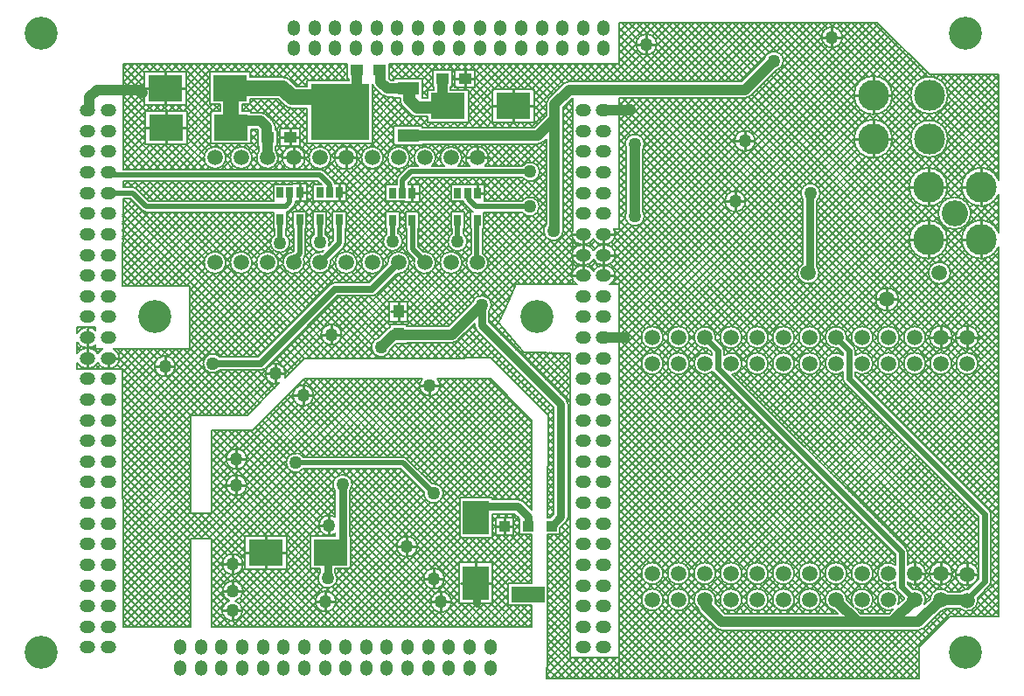
<source format=gbl>
G04*
G04 #@! TF.GenerationSoftware,Altium Limited,Altium Designer,19.1.6 (110)*
G04*
G04 Layer_Physical_Order=2*
G04 Layer_Color=16711680*
%FSLAX24Y24*%
%MOIN*%
G70*
G01*
G75*
%ADD14C,0.0118*%
%ADD33R,0.0984X0.1299*%
%ADD34R,0.1299X0.0984*%
%ADD35R,0.0492X0.0394*%
%ADD37R,0.0276X0.0394*%
%ADD38R,0.0394X0.0492*%
%ADD39R,0.1260X0.0591*%
%ADD40R,0.0394X0.0394*%
%ADD44C,0.0315*%
%ADD45C,0.0276*%
%ADD46C,0.0591*%
%ADD47C,0.0197*%
%ADD48C,0.0394*%
%ADD50O,0.0492X0.0591*%
%ADD51O,0.0591X0.0492*%
%ADD52C,0.0591*%
%ADD53C,0.1181*%
%ADD54O,0.1004X0.0984*%
%ADD55C,0.1260*%
%ADD56C,0.0500*%
%ADD57C,0.0080*%
%ADD58R,0.2244X0.2165*%
%ADD59R,0.0846X0.0512*%
%ADD60C,0.0100*%
%ADD61C,0.0472*%
%ADD62C,0.0236*%
D14*
X2953Y13189D02*
X3002D01*
D33*
X17765Y3835D02*
D03*
Y6315D02*
D03*
D34*
X9750Y5000D02*
D03*
X12230D02*
D03*
X5950Y21200D02*
D03*
X8430D02*
D03*
X5920Y22700D02*
D03*
X8400D02*
D03*
X19184Y22019D02*
D03*
X16703D02*
D03*
D35*
X9816Y20823D02*
D03*
X10682D02*
D03*
X13235Y23376D02*
D03*
X14101D02*
D03*
X17346Y23070D02*
D03*
X16480D02*
D03*
D37*
X10297Y17690D02*
D03*
X10671Y18714D02*
D03*
X10297D02*
D03*
X11045D02*
D03*
Y17690D02*
D03*
X12555Y18714D02*
D03*
Y17690D02*
D03*
X12181Y18714D02*
D03*
X11807Y17690D02*
D03*
Y18714D02*
D03*
X15335Y18694D02*
D03*
Y17670D02*
D03*
X14961Y18694D02*
D03*
X14587Y17670D02*
D03*
Y18694D02*
D03*
X17813D02*
D03*
Y17670D02*
D03*
X17439Y18694D02*
D03*
X17065Y17670D02*
D03*
Y18694D02*
D03*
D38*
X14808Y13318D02*
D03*
Y14184D02*
D03*
D39*
X19750Y3400D02*
D03*
D40*
X20650Y6000D02*
D03*
X19750D02*
D03*
X18850D02*
D03*
D44*
X30490Y15650D02*
Y18745D01*
X17985Y13665D02*
X21000Y10650D01*
Y6350D02*
Y10650D01*
X20650Y6000D02*
X21000Y6350D01*
X17985Y13665D02*
Y14425D01*
X17977Y14433D02*
X17985Y14425D01*
X17765Y6315D02*
Y6472D01*
X18100Y6650D02*
Y6750D01*
X19350D01*
X19750Y6350D01*
Y6000D02*
Y6350D01*
X17775Y3055D02*
X17785Y3045D01*
X17775Y3055D02*
Y3825D01*
X17765Y3835D02*
X17775Y3825D01*
X18840Y6010D02*
X18850Y6000D01*
X12105Y4010D02*
Y4875D01*
X12230Y5000D01*
X12675Y5335D02*
Y7590D01*
X12341Y5000D02*
X12675Y5335D01*
X12230Y5000D02*
X12341D01*
D45*
X9566Y12204D02*
X12394Y15032D01*
X7737Y12204D02*
X9566D01*
X12394Y15032D02*
X13801D01*
X14812Y16044D01*
X14587Y16868D02*
X14595Y16860D01*
D46*
X10400Y22700D02*
X10750Y22350D01*
X8400Y22700D02*
X10400D01*
X10750Y22350D02*
X12013D01*
X12578Y21785D01*
X8400Y22700D02*
X8430Y22670D01*
Y21200D02*
Y22670D01*
D47*
X14980Y8420D02*
X16150Y7250D01*
X10895Y8420D02*
X14980D01*
X5195Y18190D02*
X10517D01*
X4685Y18701D02*
X5195Y18190D01*
X3740Y18701D02*
X4685D01*
X3838Y19390D02*
X11825D01*
X3740Y19488D02*
X3838Y19390D01*
X11825D02*
X12181Y19034D01*
Y18714D02*
Y19034D01*
X10671Y18345D02*
Y18714D01*
X10517Y18190D02*
X10671Y18345D01*
X19835Y19510D02*
X19845Y19500D01*
X15275Y19510D02*
X19835D01*
X17742Y18180D02*
X19815D01*
X17479Y18443D02*
X17742Y18180D01*
X17479Y18443D02*
Y18654D01*
X17439Y18694D02*
X17479Y18654D01*
X14961Y19196D02*
X15275Y19510D01*
X14961Y18694D02*
Y19196D01*
X10297Y16802D02*
Y17690D01*
X14587Y16868D02*
Y17670D01*
X17065Y16850D02*
Y17670D01*
X11812Y16044D02*
X12555Y16787D01*
Y17690D01*
X11807Y16973D02*
Y17690D01*
X11049Y16387D02*
Y17686D01*
X11045Y17690D02*
X11049Y17686D01*
X15339Y16573D02*
Y17666D01*
X15335Y17670D02*
X15339Y17666D01*
X17799Y17655D02*
X17813Y17670D01*
X17799Y16057D02*
Y17655D01*
Y16057D02*
X17812Y16044D01*
X15812D02*
Y16100D01*
X15339Y16573D02*
X15812Y16100D01*
X10812Y16044D02*
Y16150D01*
X11049Y16387D01*
D48*
X20768Y17225D02*
Y21530D01*
X14620Y13300D02*
X16843D01*
X17977Y14433D01*
X9814Y20046D02*
Y20823D01*
X9800D02*
Y21219D01*
Y20823D02*
X9814D01*
X9812Y20044D02*
X9814Y20046D01*
Y20823D02*
X9816D01*
X8680Y21450D02*
X9569D01*
X8430Y21200D02*
X8680Y21450D01*
X9569D02*
X9800Y21219D01*
X12578Y21785D02*
X13235Y22442D01*
Y23376D01*
X14145Y12826D02*
X14620Y13300D01*
X4940Y22638D02*
X5050Y22528D01*
X3307Y22638D02*
X4940D01*
X3021Y22352D02*
X3307Y22638D01*
X3021Y21896D02*
Y22352D01*
X2975Y21850D02*
X3021Y21896D01*
X2953Y21850D02*
X2975D01*
X23606D02*
X23653Y21897D01*
X22638Y21850D02*
X23606D01*
X3740Y12402D02*
X3863D01*
X22643Y13194D02*
X23435D01*
X22638Y13189D02*
X22643Y13194D01*
X21308Y22638D02*
X28019D01*
X20768Y22098D02*
X21308Y22638D01*
X20768Y21530D02*
Y22098D01*
X14120Y22940D02*
Y23376D01*
X14380Y22680D02*
X15173D01*
X15178Y22685D01*
X14120Y22940D02*
X14380Y22680D01*
X14101Y23376D02*
X14120D01*
X16480Y22242D02*
X16703Y22019D01*
X16480Y22242D02*
Y23070D01*
X20124Y20885D02*
X20768Y21530D01*
X15178Y20885D02*
X20124D01*
X23819Y17815D02*
Y20571D01*
X28019Y22638D02*
X29119Y23738D01*
X35498Y3187D02*
X36469D01*
X35485Y3200D02*
X35498Y3187D01*
X33635Y2350D02*
X34635D01*
X35485Y3200D01*
X32305Y2350D02*
X33635D01*
X27135D02*
X32305D01*
X31485Y3170D02*
X32305Y2350D01*
X31485Y3170D02*
Y3200D01*
X33635Y2350D02*
X34485Y3200D01*
X26523Y2962D02*
X27135Y2350D01*
X26523Y2962D02*
Y3162D01*
X26485Y3200D02*
X26523Y3162D01*
D50*
X10827Y25000D02*
D03*
X11614D02*
D03*
X12402D02*
D03*
X13189D02*
D03*
X13976D02*
D03*
X14764D02*
D03*
X15551D02*
D03*
X16339D02*
D03*
X17126D02*
D03*
X17913D02*
D03*
X18701D02*
D03*
X19488D02*
D03*
X20276D02*
D03*
X21063D02*
D03*
X21850D02*
D03*
X22638D02*
D03*
Y24213D02*
D03*
X21850D02*
D03*
X21063D02*
D03*
X20276D02*
D03*
X19488D02*
D03*
X18701D02*
D03*
X17913D02*
D03*
X17126D02*
D03*
X16339D02*
D03*
X15551D02*
D03*
X14764D02*
D03*
X13976D02*
D03*
X13189D02*
D03*
X12402D02*
D03*
X11614D02*
D03*
X10827D02*
D03*
X6496Y1378D02*
D03*
X7283D02*
D03*
X8071D02*
D03*
X8858D02*
D03*
X9646D02*
D03*
X10433D02*
D03*
X11220D02*
D03*
X12008D02*
D03*
X12795D02*
D03*
X13583D02*
D03*
X14370D02*
D03*
X15157D02*
D03*
X15945D02*
D03*
X16732D02*
D03*
X17520D02*
D03*
X18307D02*
D03*
Y591D02*
D03*
X17520D02*
D03*
X16732D02*
D03*
X15945D02*
D03*
X15157D02*
D03*
X14370D02*
D03*
X13583D02*
D03*
X12795D02*
D03*
X12008D02*
D03*
X11220D02*
D03*
X10433D02*
D03*
X9646D02*
D03*
X8858D02*
D03*
X8071D02*
D03*
X7283D02*
D03*
X6496D02*
D03*
D51*
X21850Y1378D02*
D03*
X22638D02*
D03*
X21850Y2165D02*
D03*
X22638D02*
D03*
X21850Y2953D02*
D03*
X22638D02*
D03*
X21850Y3740D02*
D03*
X22638D02*
D03*
X21850Y4528D02*
D03*
X22638D02*
D03*
X21850Y5315D02*
D03*
X22638D02*
D03*
X21850Y6102D02*
D03*
X22638D02*
D03*
Y6890D02*
D03*
Y7677D02*
D03*
Y8465D02*
D03*
Y9252D02*
D03*
Y10039D02*
D03*
Y10827D02*
D03*
Y11614D02*
D03*
Y12402D02*
D03*
Y13189D02*
D03*
Y13976D02*
D03*
Y14764D02*
D03*
Y15551D02*
D03*
Y16339D02*
D03*
Y17126D02*
D03*
Y17913D02*
D03*
Y18701D02*
D03*
Y19488D02*
D03*
Y20276D02*
D03*
Y21063D02*
D03*
Y21850D02*
D03*
X21850D02*
D03*
Y21063D02*
D03*
Y20276D02*
D03*
Y19488D02*
D03*
Y18701D02*
D03*
Y17913D02*
D03*
Y17126D02*
D03*
Y16339D02*
D03*
Y15551D02*
D03*
Y14764D02*
D03*
Y13976D02*
D03*
Y13189D02*
D03*
Y12402D02*
D03*
Y11614D02*
D03*
Y10827D02*
D03*
Y10039D02*
D03*
Y9252D02*
D03*
Y8465D02*
D03*
Y7677D02*
D03*
Y6890D02*
D03*
X2953Y1378D02*
D03*
X3740D02*
D03*
X2953Y2165D02*
D03*
X3740D02*
D03*
X2953Y2953D02*
D03*
X3740D02*
D03*
X2953Y3740D02*
D03*
X3740D02*
D03*
X2953Y4528D02*
D03*
X3740D02*
D03*
X2953Y5315D02*
D03*
X3740D02*
D03*
X2953Y6102D02*
D03*
X3740D02*
D03*
Y6890D02*
D03*
Y7677D02*
D03*
Y8465D02*
D03*
Y9252D02*
D03*
Y10039D02*
D03*
Y10827D02*
D03*
Y11614D02*
D03*
Y12402D02*
D03*
Y13189D02*
D03*
Y13976D02*
D03*
Y14764D02*
D03*
Y15551D02*
D03*
Y16339D02*
D03*
Y17126D02*
D03*
Y17913D02*
D03*
Y18701D02*
D03*
Y19488D02*
D03*
Y20276D02*
D03*
Y21063D02*
D03*
Y21850D02*
D03*
X2953D02*
D03*
Y21063D02*
D03*
Y20276D02*
D03*
Y19488D02*
D03*
Y18701D02*
D03*
Y17913D02*
D03*
Y17126D02*
D03*
Y16339D02*
D03*
Y15551D02*
D03*
Y14764D02*
D03*
Y13976D02*
D03*
Y13189D02*
D03*
Y12402D02*
D03*
Y11614D02*
D03*
Y10827D02*
D03*
Y10039D02*
D03*
Y9252D02*
D03*
Y8465D02*
D03*
Y7677D02*
D03*
Y6890D02*
D03*
D52*
X17750Y6200D02*
D03*
X8812Y16044D02*
D03*
X7812D02*
D03*
X11812D02*
D03*
X9812D02*
D03*
X10812D02*
D03*
X7812Y20044D02*
D03*
X8812D02*
D03*
X9812D02*
D03*
X10812D02*
D03*
X14812Y16044D02*
D03*
X12812D02*
D03*
X13812D02*
D03*
X15812D02*
D03*
X16812D02*
D03*
X17812D02*
D03*
X13812Y20044D02*
D03*
X11812D02*
D03*
X12812D02*
D03*
X16812D02*
D03*
X17812D02*
D03*
X14812D02*
D03*
X15812D02*
D03*
X35433Y15650D02*
D03*
X33433Y14650D02*
D03*
X30433Y15650D02*
D03*
X36481Y3174D02*
D03*
Y4174D02*
D03*
X35485Y3200D02*
D03*
Y4200D02*
D03*
X34485Y3200D02*
D03*
Y4200D02*
D03*
X33485Y3200D02*
D03*
Y4200D02*
D03*
X32485Y3200D02*
D03*
Y4200D02*
D03*
X31485Y3200D02*
D03*
Y4200D02*
D03*
X30485Y3200D02*
D03*
Y4200D02*
D03*
X29485Y3200D02*
D03*
Y4200D02*
D03*
X28485Y3200D02*
D03*
Y4200D02*
D03*
X27485Y3200D02*
D03*
Y4200D02*
D03*
X26485Y3200D02*
D03*
Y4200D02*
D03*
X25485Y3200D02*
D03*
Y4200D02*
D03*
X24485Y3200D02*
D03*
Y4200D02*
D03*
X36485Y12200D02*
D03*
Y13200D02*
D03*
X35485Y12200D02*
D03*
Y13200D02*
D03*
X34485Y12200D02*
D03*
Y13200D02*
D03*
X33485Y12200D02*
D03*
Y13200D02*
D03*
X32485Y12200D02*
D03*
Y13200D02*
D03*
X31485Y12200D02*
D03*
Y13200D02*
D03*
X30485Y12200D02*
D03*
Y13200D02*
D03*
X29485Y12200D02*
D03*
Y13200D02*
D03*
X28485Y12200D02*
D03*
Y13200D02*
D03*
X27485Y12200D02*
D03*
Y13200D02*
D03*
X26485Y12200D02*
D03*
Y13200D02*
D03*
X25485Y12200D02*
D03*
Y13200D02*
D03*
X24485Y12200D02*
D03*
Y13200D02*
D03*
D53*
X35008Y18929D02*
D03*
Y16929D02*
D03*
X37008Y18929D02*
D03*
Y16929D02*
D03*
X35039Y22428D02*
D03*
Y20768D02*
D03*
X32905D02*
D03*
Y22428D02*
D03*
D54*
X36008Y17929D02*
D03*
D55*
X1181Y24803D02*
D03*
Y1181D02*
D03*
X5512Y13976D02*
D03*
X20079D02*
D03*
X36417Y24803D02*
D03*
Y1181D02*
D03*
D56*
X30513Y18693D02*
D03*
X7737Y12204D02*
D03*
X24265Y24366D02*
D03*
X12250Y13300D02*
D03*
X17985Y14425D02*
D03*
X12035Y3130D02*
D03*
X16002Y11350D02*
D03*
X16150Y7250D02*
D03*
X5905Y12100D02*
D03*
X10118Y11811D02*
D03*
X20710Y17250D02*
D03*
X23819Y20571D02*
D03*
Y17815D02*
D03*
X29119Y23738D02*
D03*
X31335Y24640D02*
D03*
X27645Y18380D02*
D03*
X28012Y20686D02*
D03*
X15135Y5220D02*
D03*
X11175Y10980D02*
D03*
X12165Y6030D02*
D03*
X16165Y4000D02*
D03*
X16435Y3110D02*
D03*
X8485Y4550D02*
D03*
X8475Y2780D02*
D03*
X8495Y3530D02*
D03*
X8635Y7560D02*
D03*
Y8560D02*
D03*
X12105Y4010D02*
D03*
X10895Y8420D02*
D03*
X12675Y7590D02*
D03*
X19835Y19510D02*
D03*
X19815Y18180D02*
D03*
X11812Y16834D02*
D03*
X10297Y16802D02*
D03*
X17065Y16850D02*
D03*
X14595Y16860D02*
D03*
X14145Y12826D02*
D03*
D57*
X35749Y22428D02*
G03*
X35749Y22428I-709J0D01*
G01*
X33635D02*
G03*
X33635Y22428I-731J0D01*
G01*
X37683Y19208D02*
G03*
X37683Y18650I-675J-279D01*
G01*
X35749Y20768D02*
G03*
X35749Y20768I-709J0D01*
G01*
X33635D02*
G03*
X33635Y20768I-731J0D01*
G01*
X35998Y18540D02*
G03*
X35998Y17318I0J-611D01*
G01*
X35738Y18929D02*
G03*
X35738Y18929I-731J0D01*
G01*
X31725Y24640D02*
G03*
X31725Y24640I-390J0D01*
G01*
X29487Y23738D02*
G03*
X28761Y23826I-369J0D01*
G01*
X29207Y23380D02*
G03*
X29487Y23738I-88J358D01*
G01*
X28019Y22322D02*
G03*
X28242Y22415I0J316D01*
G01*
X28019Y22322D02*
G03*
X28242Y22415I0J316D01*
G01*
X28402Y20686D02*
G03*
X28402Y20686I-390J0D01*
G01*
X30882Y18693D02*
G03*
X30214Y18477I-369J0D01*
G01*
X30767Y18425D02*
G03*
X30882Y18693I-254J268D01*
G01*
X36629Y17929D02*
G03*
X36018Y18540I-611J0D01*
G01*
Y17318D02*
G03*
X36629Y17929I0J611D01*
G01*
X37683Y17208D02*
G03*
X37683Y16650I-675J-279D01*
G01*
X35738Y16929D02*
G03*
X35738Y16929I-731J0D01*
G01*
X35847Y15650D02*
G03*
X35847Y15650I-414J0D01*
G01*
X36921Y13200D02*
G03*
X36921Y13200I-435J0D01*
G01*
X35921D02*
G03*
X35921Y13200I-435J0D01*
G01*
X34899D02*
G03*
X34899Y13200I-414J0D01*
G01*
X33868Y14650D02*
G03*
X33868Y14650I-435J0D01*
G01*
X30214Y16001D02*
G03*
X30847Y15650I219J-351D01*
G01*
D02*
G03*
X30767Y15895I-414J0D01*
G01*
X32899Y13200D02*
G03*
X32899Y13200I-414J0D01*
G01*
X33899D02*
G03*
X33899Y13200I-414J0D01*
G01*
X31893Y13127D02*
G03*
X31899Y13200I-408J73D01*
G01*
D02*
G03*
X31558Y12792I-414J0D01*
G01*
X32222Y12700D02*
G03*
X32153Y12868I-237J0D01*
G01*
X32222Y12700D02*
G03*
X32153Y12867I-237J0D01*
G01*
X30899Y13200D02*
G03*
X30899Y13200I-414J0D01*
G01*
X29899D02*
G03*
X29899Y13200I-414J0D01*
G01*
X28899D02*
G03*
X28899Y13200I-414J0D01*
G01*
X24655Y24366D02*
G03*
X24655Y24366I-390J0D01*
G01*
X24188Y20571D02*
G03*
X23503Y20380I-369J0D01*
G01*
X24134D02*
G03*
X24188Y20571I-316J191D01*
G01*
X21457Y21183D02*
G03*
X21457Y20943I344J-120D01*
G01*
Y20396D02*
G03*
X21457Y20156I344J-120D01*
G01*
X21308Y22953D02*
G03*
X21085Y22861I0J-316D01*
G01*
X21308Y22953D02*
G03*
X21085Y22861I0J-316D01*
G01*
X21457Y21970D02*
G03*
X21457Y21730I344J-120D01*
G01*
X20545Y22321D02*
G03*
X20453Y22098I223J-223D01*
G01*
X20545Y22321D02*
G03*
X20453Y22098I223J-223D01*
G01*
X21457Y19608D02*
G03*
X21457Y19368I344J-120D01*
G01*
X20124Y20570D02*
G03*
X20347Y20662I0J316D01*
G01*
X20124Y20570D02*
G03*
X20347Y20662I0J316D01*
G01*
X20204Y19510D02*
G03*
X19537Y19727I-369J0D01*
G01*
Y19293D02*
G03*
X20204Y19510I298J217D01*
G01*
X18111Y19727D02*
G03*
X18247Y20044I-299J317D01*
G01*
X28035Y18380D02*
G03*
X28035Y18380I-390J0D01*
G01*
X23503Y18006D02*
G03*
X24188Y17815I316J-191D01*
G01*
D02*
G03*
X24134Y18006I-369J0D01*
G01*
X23073Y17126D02*
G03*
X23019Y17323I-386J0D01*
G01*
X22687Y16740D02*
G03*
X23073Y17126I0J386D01*
G01*
Y16339D02*
G03*
X22687Y16725I-386J0D01*
G01*
Y15953D02*
G03*
X23073Y16339I0J386D01*
G01*
Y15551D02*
G03*
X22687Y15937I-386J0D01*
G01*
X22244Y16952D02*
G03*
X22589Y16740I344J174D01*
G01*
Y16725D02*
G03*
X22244Y16513I0J-386D01*
G01*
X21900Y16740D02*
G03*
X22244Y16952I0J386D01*
G01*
Y16513D02*
G03*
X21900Y16725I-344J-174D01*
G01*
X22244Y16164D02*
G03*
X22589Y15953I344J174D01*
G01*
Y15937D02*
G03*
X22244Y15725I0J-386D01*
G01*
X21900Y15953D02*
G03*
X22244Y16164I0J386D01*
G01*
Y15725D02*
G03*
X21900Y15937I-344J-174D01*
G01*
X27899Y13200D02*
G03*
X27899Y13200I-414J0D01*
G01*
X26899D02*
G03*
X26558Y12792I-414J0D01*
G01*
X26893Y13127D02*
G03*
X26899Y13200I-408J73D01*
G01*
X27214Y12708D02*
G03*
X27145Y12875I-237J0D01*
G01*
X27214Y12708D02*
G03*
X27145Y12876I-237J0D01*
G01*
X22868Y15210D02*
G03*
X23073Y15551I-181J341D01*
G01*
X25899Y13200D02*
G03*
X25899Y13200I-414J0D01*
G01*
X24899D02*
G03*
X24899Y13200I-414J0D01*
G01*
X21457Y18821D02*
G03*
X21457Y18581I344J-120D01*
G01*
Y18033D02*
G03*
X21457Y17793I344J-120D01*
G01*
Y16952D02*
G03*
X21801Y16740I344J174D01*
G01*
Y16725D02*
G03*
X21457Y16513I0J-386D01*
G01*
Y17300D02*
G03*
X21457Y16952I344J-174D01*
G01*
X20453Y17515D02*
G03*
X20927Y16952I257J-265D01*
G01*
D02*
G03*
X21084Y17225I-159J273D01*
G01*
X19517Y17963D02*
G03*
X20184Y18180I298J217D01*
G01*
D02*
G03*
X19517Y18397I-369J0D01*
G01*
X21457Y16164D02*
G03*
X21801Y15953I344J174D01*
G01*
X21457Y16513D02*
G03*
X21457Y16164I344J-174D01*
G01*
X21801Y15937D02*
G03*
X21457Y15725I0J-386D01*
G01*
Y15377D02*
G03*
X21621Y15210I344J174D01*
G01*
X21457Y15725D02*
G03*
X21457Y15377I344J-174D01*
G01*
X18261Y14181D02*
G03*
X18353Y14425I-276J244D01*
G01*
X36899Y12200D02*
G03*
X36899Y12200I-414J0D01*
G01*
X35899D02*
G03*
X35899Y12200I-414J0D01*
G01*
X33899D02*
G03*
X33899Y12200I-414J0D01*
G01*
X34899D02*
G03*
X34899Y12200I-414J0D01*
G01*
X37402Y6450D02*
G03*
X37333Y6618I-237J0D01*
G01*
X37402Y6450D02*
G03*
X37333Y6617I-237J0D01*
G01*
X35921Y4200D02*
G03*
X35921Y4200I-435J0D01*
G01*
X34214Y5012D02*
G03*
X34145Y5180I-237J0D01*
G01*
X34214Y5012D02*
G03*
X34145Y5179I-237J0D01*
G01*
X34921Y4200D02*
G03*
X34214Y4541I-435J0D01*
G01*
X32899Y12200D02*
G03*
X32222Y12520I-414J0D01*
G01*
Y11880D02*
G03*
X32899Y12200I263J320D01*
G01*
X31748Y12520D02*
G03*
X31748Y11880I-263J-320D01*
G01*
X30899Y12200D02*
G03*
X30899Y12200I-414J0D01*
G01*
X29899D02*
G03*
X29899Y12200I-414J0D01*
G01*
X31748Y11630D02*
G03*
X31818Y11463I237J0D01*
G01*
X31748Y11630D02*
G03*
X31818Y11462I237J0D01*
G01*
X29899Y4200D02*
G03*
X29899Y4200I-414J0D01*
G01*
X36917Y4174D02*
G03*
X36917Y4174I-435J0D01*
G01*
X37333Y3716D02*
G03*
X37402Y3884I-167J168D01*
G01*
X37333Y3716D02*
G03*
X37402Y3884I-167J167D01*
G01*
X36532Y3585D02*
G03*
X36229Y3503I-50J-411D01*
G01*
X34214Y3859D02*
G03*
X34921Y4200I271J341D01*
G01*
X33741Y3708D02*
G03*
X33810Y3540I237J0D01*
G01*
X33741Y3708D02*
G03*
X33810Y3540I237J0D01*
G01*
X36895Y3174D02*
G03*
X36885Y3268I-414J0D01*
G01*
X36199Y2872D02*
G03*
X36895Y3174I282J303D01*
G01*
X35768Y3503D02*
G03*
X35073Y3234I-282J-303D01*
G01*
X35519Y2787D02*
G03*
X35737Y2872I-34J413D01*
G01*
X34899Y3200D02*
G03*
X34413Y3608I-414J0D01*
G01*
X34078Y3273D02*
G03*
X34073Y3234I408J-73D01*
G01*
X34857Y3018D02*
G03*
X34899Y3200I-372J182D01*
G01*
X34635Y2034D02*
G03*
X34859Y2127I0J316D01*
G01*
X33899Y3200D02*
G03*
X33667Y2828I-414J0D01*
G01*
X33857Y3018D02*
G03*
X33899Y3200I-372J182D01*
G01*
X34635Y2034D02*
G03*
X34859Y2127I0J316D01*
G01*
X33741Y4526D02*
G03*
X33741Y3874I-255J-326D01*
G01*
X32899Y4200D02*
G03*
X32899Y4200I-414J0D01*
G01*
X31899D02*
G03*
X31899Y4200I-414J0D01*
G01*
X32217Y2885D02*
G03*
X32899Y3200I269J315D01*
G01*
D02*
G03*
X32170Y2931I-414J0D01*
G01*
X31899Y3202D02*
G03*
X31417Y2792I-414J-2D01*
G01*
X30899Y4200D02*
G03*
X30899Y4200I-414J0D01*
G01*
Y3200D02*
G03*
X30899Y3200I-414J0D01*
G01*
X29899D02*
G03*
X29899Y3200I-414J0D01*
G01*
X27899Y12200D02*
G03*
X27214Y12513I-414J0D01*
G01*
X28899Y12200D02*
G03*
X28899Y12200I-414J0D01*
G01*
X25899D02*
G03*
X25899Y12200I-414J0D01*
G01*
X26741Y12526D02*
G03*
X26769Y11899I-255J-326D01*
G01*
X27535Y11789D02*
G03*
X27899Y12200I-50J411D01*
G01*
X26769Y11899D02*
G03*
X26810Y11844I208J113D01*
G01*
X26769Y11899D02*
G03*
X26810Y11844I208J113D01*
G01*
X24899Y12200D02*
G03*
X24899Y12200I-414J0D01*
G01*
X21276Y10650D02*
G03*
X21195Y10845I-276J0D01*
G01*
X21276Y10650D02*
G03*
X21195Y10845I-276J0D01*
G01*
Y6155D02*
G03*
X21276Y6350I-195J195D01*
G01*
X21195Y6155D02*
G03*
X21276Y6350I-195J195D01*
G01*
X19545Y6945D02*
G03*
X19350Y7026I-195J-195D01*
G01*
X19545Y6945D02*
G03*
X19350Y7026I-195J-195D01*
G01*
X28899Y4200D02*
G03*
X28899Y4200I-414J0D01*
G01*
X27899D02*
G03*
X27899Y4200I-414J0D01*
G01*
X26899D02*
G03*
X26899Y4200I-414J0D01*
G01*
X25899D02*
G03*
X25899Y4200I-414J0D01*
G01*
X24899D02*
G03*
X24899Y4200I-414J0D01*
G01*
X26899Y3200D02*
G03*
X26217Y2885I-414J0D01*
G01*
X26874Y3058D02*
G03*
X26899Y3200I-389J142D01*
G01*
X28899D02*
G03*
X28899Y3200I-414J0D01*
G01*
X27899D02*
G03*
X27899Y3200I-414J0D01*
G01*
X26217Y2885D02*
G03*
X26300Y2739I306J78D01*
G01*
X24899Y3200D02*
G03*
X24899Y3200I-414J0D01*
G01*
X25899D02*
G03*
X25899Y3200I-414J0D01*
G01*
X26217Y2885D02*
G03*
X26300Y2739I306J78D01*
G01*
X26912Y2127D02*
G03*
X27135Y2034I223J223D01*
G01*
X26912Y2127D02*
G03*
X27135Y2034I223J223D01*
G01*
X18247Y20044D02*
G03*
X17513Y19727I-435J0D01*
G01*
X17226Y20044D02*
G03*
X16545Y19727I-414J0D01*
G01*
X17079D02*
G03*
X17226Y20044I-267J317D01*
G01*
X16079Y19727D02*
G03*
X16226Y20044I-267J317D01*
G01*
X15258Y21719D02*
G03*
X15509Y21615I251J251D01*
G01*
X14878Y22247D02*
G03*
X14982Y21996I355J0D01*
G01*
X15258Y21719D02*
G03*
X15509Y21615I251J251D01*
G01*
X14878Y22247D02*
G03*
X14982Y21996I355J0D01*
G01*
X13819Y22846D02*
G03*
X13897Y22717I301J94D01*
G01*
X13819Y22846D02*
G03*
X13897Y22717I301J94D01*
G01*
X14157Y22457D02*
G03*
X14380Y22364I223J223D01*
G01*
X14157Y22457D02*
G03*
X14380Y22364I223J223D01*
G01*
X16226Y20044D02*
G03*
X15545Y19727I-414J0D01*
G01*
X15226Y20044D02*
G03*
X15226Y20044I-414J0D01*
G01*
X14226D02*
G03*
X14226Y20044I-414J0D01*
G01*
X12226D02*
G03*
X12226Y20044I-414J0D01*
G01*
X13247D02*
G03*
X13247Y20044I-435J0D01*
G01*
X17588Y18026D02*
G03*
X17645Y17986I154J154D01*
G01*
X17588Y18026D02*
G03*
X17645Y17986I154J154D01*
G01*
X17272Y18378D02*
G03*
X17325Y18290I207J65D01*
G01*
X17272Y18378D02*
G03*
X17325Y18290I207J65D01*
G01*
X17434Y16850D02*
G03*
X17283Y17148I-369J0D01*
G01*
X16848D02*
G03*
X17434Y16850I217J-298D01*
G01*
X15122Y16573D02*
G03*
X15186Y16420I217J0D01*
G01*
X15122Y16573D02*
G03*
X15186Y16420I217J0D01*
G01*
X15275Y19727D02*
G03*
X15122Y19664I0J-217D01*
G01*
X15275Y19727D02*
G03*
X15122Y19664I0J-217D01*
G01*
X14808Y19350D02*
G03*
X14744Y19196I154J-154D01*
G01*
X14808Y19350D02*
G03*
X14744Y19196I154J-154D01*
G01*
X12398Y19050D02*
G03*
X12335Y19188I-217J-16D01*
G01*
X12398Y19050D02*
G03*
X12335Y19188I-217J-16D01*
G01*
X14964Y16860D02*
G03*
X14804Y17164I-369J0D01*
G01*
X14370Y17152D02*
G03*
X14964Y16860I225J-292D01*
G01*
X12709Y16633D02*
G03*
X12773Y16787I-154J154D01*
G01*
X12709Y16633D02*
G03*
X12773Y16787I-154J154D01*
G01*
X12181Y16834D02*
G03*
X12024Y17135I-369J0D01*
G01*
X12152Y16690D02*
G03*
X12181Y16834I-340J143D01*
G01*
X10457Y22057D02*
G03*
X10750Y21936I293J293D01*
G01*
X10457Y22057D02*
G03*
X10750Y21936I293J293D01*
G01*
X10693Y22993D02*
G03*
X10400Y23114I-293J-293D01*
G01*
X10693Y22993D02*
G03*
X10400Y23114I-293J-293D01*
G01*
X9793Y21673D02*
G03*
X9569Y21766I-223J-223D01*
G01*
X9793Y21673D02*
G03*
X9569Y21766I-223J-223D01*
G01*
X10116Y21219D02*
G03*
X10023Y21443I-316J0D01*
G01*
X10116Y21219D02*
G03*
X10023Y21443I-316J0D01*
G01*
X11979Y19544D02*
G03*
X11825Y19607I-154J-154D01*
G01*
X11979Y19544D02*
G03*
X11825Y19607I-154J-154D01*
G01*
X11247Y20044D02*
G03*
X11247Y20044I-435J0D01*
G01*
X10226D02*
G03*
X10130Y20310I-414J0D01*
G01*
X10825Y18191D02*
G03*
X10889Y18345I-154J154D01*
G01*
X11590Y17128D02*
G03*
X11955Y16494I222J-295D01*
G01*
X10825Y18191D02*
G03*
X10889Y18345I-154J154D01*
G01*
X10554Y17976D02*
G03*
X10670Y18036I-37J214D01*
G01*
X10554Y17976D02*
G03*
X10670Y18036I-37J214D01*
G01*
X10666Y16802D02*
G03*
X10514Y17100I-369J0D01*
G01*
X9498Y20314D02*
G03*
X10226Y20044I314J-270D01*
G01*
X9226D02*
G03*
X9226Y20044I-414J0D01*
G01*
X8226D02*
G03*
X8226Y20044I-414J0D01*
G01*
X4838Y18854D02*
G03*
X4685Y18918I-154J-154D01*
G01*
X4838Y18854D02*
G03*
X4685Y18918I-154J-154D01*
G01*
X10080Y17100D02*
G03*
X10666Y16802I217J-298D01*
G01*
X5042Y18036D02*
G03*
X5195Y17973I154J154D01*
G01*
X5042Y18036D02*
G03*
X5195Y17973I154J154D01*
G01*
X18226Y16044D02*
G03*
X18016Y16404I-414J0D01*
G01*
X17582Y16388D02*
G03*
X18226Y16044I231J-344D01*
G01*
X17226D02*
G03*
X17226Y16044I-414J0D01*
G01*
X18353Y14425D02*
G03*
X17633Y14536I-369J0D01*
G01*
X16226Y16044D02*
G03*
X15765Y16455I-414J0D01*
G01*
X15422Y16183D02*
G03*
X16226Y16044I390J-139D01*
G01*
X14764Y15633D02*
G03*
X15226Y16044I48J411D01*
G01*
X17708Y13665D02*
G03*
X17789Y13470I276J0D01*
G01*
X17708Y13665D02*
G03*
X17789Y13470I276J0D01*
G01*
X16843Y12984D02*
G03*
X17066Y13077I0J316D01*
G01*
X16843Y12984D02*
G03*
X17066Y13077I0J316D01*
G01*
X15226Y16044D02*
G03*
X14401Y15995I-414J0D01*
G01*
X14226Y16044D02*
G03*
X14226Y16044I-414J0D01*
G01*
X13801Y14776D02*
G03*
X13982Y14851I0J257D01*
G01*
X14493Y13589D02*
G03*
X14397Y13523I127J-289D01*
G01*
X14493Y13589D02*
G03*
X14397Y13523I127J-289D01*
G01*
X13801Y14776D02*
G03*
X13982Y14851I0J257D01*
G01*
X13226Y16044D02*
G03*
X13226Y16044I-414J0D01*
G01*
X12226D02*
G03*
X12215Y16139I-414J0D01*
G01*
X11908Y16447D02*
G03*
X12226Y16044I-96J-403D01*
G01*
X12394Y15289D02*
G03*
X12213Y15214I0J-257D01*
G01*
X12394Y15289D02*
G03*
X12213Y15214I0J-257D01*
G01*
X14057Y13184D02*
G03*
X14503Y12737I88J-358D01*
G01*
X12640Y13300D02*
G03*
X12640Y13300I-390J0D01*
G01*
X16392Y11350D02*
G03*
X16288Y11614I-390J0D01*
G01*
X16519Y7250D02*
G03*
X16093Y7614I-369J0D01*
G01*
X15715Y11614D02*
G03*
X16392Y11350I287J-264D01*
G01*
X15134Y8574D02*
G03*
X14980Y8637I-154J-154D01*
G01*
X15134Y8574D02*
G03*
X14980Y8637I-154J-154D01*
G01*
X15786Y7307D02*
G03*
X16519Y7250I364J-57D01*
G01*
X15525Y5220D02*
G03*
X15525Y5220I-390J0D01*
G01*
X16555Y4000D02*
G03*
X16555Y4000I-390J0D01*
G01*
X16825Y3110D02*
G03*
X16825Y3110I-390J0D01*
G01*
X12952Y7346D02*
G03*
X13044Y7590I-276J244D01*
G01*
D02*
G03*
X12399Y7346I-369J0D01*
G01*
Y6342D02*
G03*
X12399Y5718I-234J-312D01*
G01*
X12474Y4010D02*
G03*
X12382Y4254I-369J0D01*
G01*
X11829D02*
G03*
X12474Y4010I276J-244D01*
G01*
X12425Y3130D02*
G03*
X12425Y3130I-390J0D01*
G01*
X11203Y16234D02*
G03*
X11267Y16387I-154J154D01*
G01*
X11203Y16234D02*
G03*
X11267Y16387I-154J154D01*
G01*
X10812Y16458D02*
G03*
X11226Y16044I-0J-414D01*
G01*
D02*
G03*
X11187Y16218I-414J0D01*
G01*
X10226Y16044D02*
G03*
X10226Y16044I-414J0D01*
G01*
X9226D02*
G03*
X9226Y16044I-414J0D01*
G01*
X8226D02*
G03*
X8226Y16044I-414J0D01*
G01*
X10508Y11811D02*
G03*
X10271Y11452I-390J0D01*
G01*
X11565Y10980D02*
G03*
X11565Y10980I-390J0D01*
G01*
X10477Y11658D02*
G03*
X10508Y11811I-359J153D01*
G01*
X9566Y11947D02*
G03*
X9747Y12022I0J257D01*
G01*
X9566Y11947D02*
G03*
X9747Y12022I0J257D01*
G01*
X8002Y12460D02*
G03*
X8002Y11947I-265J-257D01*
G01*
X3268Y13469D02*
G03*
X3002Y13575I-266J-280D01*
G01*
X2904D02*
G03*
X2559Y13363I0J-386D01*
G01*
Y13015D02*
G03*
X2904Y12803I344J174D01*
G01*
X3538Y12756D02*
G03*
X3346Y12576I153J-354D01*
G01*
X3002Y12803D02*
G03*
X3268Y12909I0J386D01*
G01*
X2904Y12788D02*
G03*
X2559Y12576I0J-386D01*
G01*
X3346Y12576D02*
G03*
X3002Y12788I-344J-174D01*
G01*
X6295Y12100D02*
G03*
X6295Y12100I-390J0D01*
G01*
X4175Y12402D02*
G03*
X3943Y12756I-386J0D01*
G01*
X3789Y12016D02*
G03*
X4175Y12402I0J386D01*
G01*
X2559Y12227D02*
G03*
X2904Y12016I344J174D01*
G01*
X3346Y12227D02*
G03*
X3691Y12016I344J174D01*
G01*
X3002D02*
G03*
X3346Y12227I0J386D01*
G01*
X11193Y8637D02*
G03*
X11193Y8203I-298J-217D01*
G01*
X9025Y8560D02*
G03*
X9025Y8560I-390J0D01*
G01*
Y7560D02*
G03*
X9025Y7560I-390J0D01*
G01*
X8592Y3152D02*
G03*
X8885Y3530I-97J378D01*
G01*
X8875Y4550D02*
G03*
X8875Y4550I-390J0D01*
G01*
X8885Y3530D02*
G03*
X8379Y3158I-390J0D01*
G01*
X8865Y2780D02*
G03*
X8592Y3152I-390J0D01*
G01*
X8379Y3158D02*
G03*
X8865Y2780I97J-378D01*
G01*
X35621Y22834D02*
X36015Y23228D01*
X35715Y22645D02*
X36298Y23228D01*
X35075Y23137D02*
X35167Y23228D01*
X35179D02*
X35335Y23073D01*
X35745Y23228D02*
X37683Y21290D01*
X35462Y23228D02*
X37683Y21007D01*
X36311Y23228D02*
X37683Y21856D01*
X36028Y23228D02*
X37683Y21573D01*
X33071Y25197D02*
X35039Y23228D01*
X37683Y23228D01*
X32645Y25197D02*
X34761Y23081D01*
X32928Y25197D02*
X34989Y23136D01*
X31719Y24709D02*
X34956Y21472D01*
X34714Y23058D02*
X34962Y23306D01*
X33610Y22237D02*
X34820Y23448D01*
X37442Y23228D02*
X37683Y22987D01*
X37159Y23228D02*
X37683Y22704D01*
X35748Y22395D02*
X36581Y23228D01*
X36876D02*
X37683Y22422D01*
X36594Y23228D02*
X37683Y22139D01*
X35636Y21152D02*
X37683Y23199D01*
X35504Y21303D02*
X37429Y23228D01*
X35723Y20956D02*
X37683Y22916D01*
X35109Y21474D02*
X36864Y23228D01*
X35306Y23085D02*
X35449Y23228D01*
X35484Y22980D02*
X35732Y23228D01*
X35332Y21414D02*
X37147Y23228D01*
X34990Y21721D02*
X35273Y21437D01*
X34781Y21428D02*
X35072Y21720D01*
X32362Y25197D02*
X34586Y22973D01*
X33290Y23049D02*
X34254Y24013D01*
X32830Y23155D02*
X33972Y24296D01*
X33092Y23134D02*
X34113Y24155D01*
X33559Y22752D02*
X34537Y23730D01*
X33627Y22537D02*
X34679Y23589D01*
X32079Y25197D02*
X34451Y22825D01*
X33444Y22920D02*
X34396Y23872D01*
X31722Y24592D02*
X32327Y25197D01*
X31683Y24462D02*
X32991Y23154D01*
X31538Y24973D02*
X31761Y25197D01*
X31676Y24829D02*
X32044Y25197D01*
X31514D02*
X34332Y22379D01*
X31797Y25197D02*
X34360Y22633D01*
X31549Y24313D02*
X32726Y23136D01*
X33630Y22515D02*
X34736Y21409D01*
X33613Y22249D02*
X34566Y21296D01*
X33121Y21465D02*
X34409Y22754D01*
X33312Y21374D02*
X34331Y22393D01*
X33529Y22050D02*
X34437Y21142D01*
X33571Y21067D02*
X34487Y21983D01*
X33462Y21240D02*
X34382Y22161D01*
X33403Y21894D02*
X34352Y20944D01*
X32870Y21497D02*
X33096Y21723D01*
X32729Y21719D02*
X32951Y21497D01*
X35747Y22378D02*
X37683Y20442D01*
X35692Y22150D02*
X37683Y20159D01*
X35684Y22723D02*
X37683Y20725D01*
X35745Y20695D02*
X37683Y22634D01*
Y19208D02*
Y23228D01*
X35736Y18989D02*
X37683Y20937D01*
X35680Y19216D02*
X37683Y21219D01*
X35709Y21002D02*
X37052Y19658D01*
X35238Y19623D02*
X37683Y22068D01*
X35436Y21840D02*
X37683Y19593D01*
X34992Y19660D02*
X37683Y22351D01*
X35585Y21975D02*
X37683Y19876D01*
X35244Y21749D02*
X37683Y19310D01*
X35573Y19392D02*
X37683Y21502D01*
X35426Y19528D02*
X37683Y21785D01*
X37414Y19536D02*
X37683Y19805D01*
X37564Y19403D02*
X37683Y19522D01*
X36971Y19659D02*
X37683Y20371D01*
X37223Y19627D02*
X37683Y20088D01*
Y18650D02*
X37683Y17208D01*
X35744Y20684D02*
X36799Y19629D01*
X35681Y20464D02*
X36606Y19539D01*
X35568Y20294D02*
X36455Y19407D01*
X35414Y20165D02*
X36344Y19235D01*
X35685Y18656D02*
X37683Y20654D01*
X34949Y20064D02*
X36314Y18699D01*
X33593Y20523D02*
X34822Y21753D01*
X33631Y20844D02*
X34633Y21847D01*
X33236Y21777D02*
X34336Y20678D01*
X33634Y20814D02*
X34814Y19634D01*
X33605Y20560D02*
X34618Y19547D01*
X33515Y20367D02*
X34465Y19418D01*
X33383Y20216D02*
X34351Y19249D01*
X33023Y21707D02*
X35074Y19657D01*
X33212Y20105D02*
X34285Y19032D01*
X35216Y20081D02*
X36282Y19014D01*
X36126Y18530D02*
X36310Y18714D01*
X35712Y18736D02*
X35914Y18534D01*
X35735Y18995D02*
X36228Y18503D01*
X35828Y18516D02*
X36278Y18966D01*
X34539Y19489D02*
X35112Y20062D01*
X32991Y20042D02*
X34306Y18728D01*
X32678Y20073D02*
X35097Y17654D01*
X31231Y25197D02*
X31404Y25024D01*
X31311Y25029D02*
X31478Y25197D01*
X30665D02*
X31009Y24853D01*
X30948Y25197D02*
X31158Y24987D01*
X29817Y25197D02*
X32254Y22760D01*
X30100Y25197D02*
X32370Y22926D01*
X30382Y25197D02*
X30945Y24634D01*
X29534Y25197D02*
X32184Y22547D01*
X28968Y25197D02*
X32697Y21468D01*
X23228Y25197D02*
X33071D01*
X29251D02*
X32195Y22252D01*
X28685Y25197D02*
X32504Y21379D01*
X28328Y20915D02*
X32610Y25197D01*
X28401Y20705D02*
X32892Y25197D01*
X28403D02*
X32353Y21247D01*
X31329Y24250D02*
X32526Y23053D01*
X30826Y18888D02*
X32298Y20360D01*
X30678Y19023D02*
X32207Y20551D01*
X29471Y23845D02*
X32242Y21075D01*
X29452Y23581D02*
X32179Y20855D01*
X27910Y21063D02*
X31146Y24299D01*
X28172Y21042D02*
X31383Y24253D01*
X27594Y18767D02*
X33547Y24720D01*
X29321Y23430D02*
X32210Y20541D01*
X30423Y19051D02*
X32175Y20802D01*
X28907Y24040D02*
X30064Y25197D01*
X29237Y24087D02*
X30347Y25197D01*
X27837D02*
X28962Y24072D01*
X28120Y25197D02*
X29226Y24091D01*
X29404Y23971D02*
X30630Y25197D01*
X29486Y23770D02*
X30913Y25197D01*
X27554D02*
X28810Y23940D01*
X27538Y22953D02*
X29781Y25197D01*
X26705D02*
X28418Y23484D01*
X27255Y22953D02*
X29498Y25197D01*
X26140D02*
X28136Y23201D01*
X26423Y25197D02*
X28277Y23343D01*
X26689Y22953D02*
X28933Y25197D01*
X26972Y22953D02*
X29216Y25197D01*
X26124Y22953D02*
X28367Y25197D01*
X27888Y22953D02*
X28761Y23826D01*
X28242Y22415D02*
X29207Y23380D01*
X28401Y20673D02*
X30195Y18879D01*
X27271Y25197D02*
X28701Y23767D01*
X27821Y22953D02*
X28816Y23949D01*
X26988Y25197D02*
X28560Y23625D01*
X26406Y22953D02*
X28650Y25197D01*
X27035Y22322D02*
X30339Y19018D01*
X27317Y22322D02*
X30585Y19055D01*
X29148Y23320D02*
X34830Y17638D01*
X29006Y23179D02*
X34630Y17555D01*
X28865Y23038D02*
X34474Y17428D01*
X28723Y22896D02*
X34358Y17262D01*
X28299Y22472D02*
X35029Y15742D01*
X28141Y22347D02*
X37683Y12805D01*
X28582Y22755D02*
X34287Y17049D01*
X28440Y22613D02*
X34298Y16756D01*
X27832Y18722D02*
X33689Y24579D01*
X27977Y18585D02*
X33830Y24438D01*
X23188Y15210D02*
X33123Y25145D01*
X23228Y14967D02*
X33265Y25003D01*
X27600Y22322D02*
X36320Y13603D01*
X27883Y22322D02*
X36581Y13625D01*
X23228Y14684D02*
X33406Y24862D01*
X30767Y16848D02*
X34393Y20475D01*
X30767Y16566D02*
X34504Y20303D01*
X30767Y17414D02*
X34379Y21026D01*
X30767Y17131D02*
X34334Y20698D01*
X30767Y16283D02*
X34655Y20171D01*
X30875Y18765D02*
X36156Y13484D01*
X30827Y15777D02*
X34448Y19398D01*
X30809Y15477D02*
X34278Y18945D01*
X30767Y16000D02*
X34851Y20084D01*
X30767Y17697D02*
X33149Y20079D01*
X30767Y18263D02*
X32605Y20101D01*
X30767Y17980D02*
X32828Y20041D01*
X24663Y13574D02*
X32796Y21706D01*
X28892Y13277D02*
X34314Y18699D01*
X24415Y13608D02*
X32580Y21773D01*
X24178Y17897D02*
X30946Y24665D01*
X28035Y18359D02*
X32178Y22502D01*
X25620Y22322D02*
X30214Y17728D01*
X25337Y22322D02*
X30214Y17446D01*
X24489Y22322D02*
X30214Y16597D01*
X24178Y20653D02*
X31275Y13556D01*
X25055Y22322D02*
X30214Y17163D01*
X24772Y22322D02*
X30214Y16880D01*
X23228Y22169D02*
X32086Y13311D01*
X23228Y21886D02*
X31500Y13614D01*
X24134Y18136D02*
X31195Y25197D01*
X23046Y16481D02*
X31002Y24438D01*
X23228Y12987D02*
X32284Y22043D01*
X23228Y12704D02*
X32412Y21888D01*
X23228Y13270D02*
X32199Y22240D01*
X30880Y18659D02*
X32432Y20211D01*
X28330Y20461D02*
X30148Y18643D01*
X28176Y20332D02*
X30214Y18294D01*
X27918Y20308D02*
X30214Y18011D01*
X24818Y13446D02*
X30155Y18783D01*
X24134Y20131D02*
X30736Y13529D01*
X24134Y19848D02*
X30382Y13601D01*
X24134Y19000D02*
X29522Y13612D01*
X24134Y18717D02*
X29288Y13564D01*
X24147Y20402D02*
X31132Y13416D01*
X24134Y19565D02*
X30200Y13500D01*
X24134Y19283D02*
X30091Y13326D01*
X37618Y18527D02*
X37683Y18462D01*
X37314Y18266D02*
X37683Y17896D01*
X37486Y18376D02*
X37683Y18179D01*
X36628Y17901D02*
X36929Y18203D01*
X36778Y18236D02*
X37683Y17330D01*
X37093Y18204D02*
X37683Y17613D01*
X36950Y17657D02*
X37683Y18391D01*
X37207Y17632D02*
X37683Y18108D01*
X36589Y18145D02*
X36707Y18263D01*
X36591Y18140D02*
X37074Y17657D01*
X36484Y18323D02*
X36534Y18373D01*
X35698Y16688D02*
X37249Y18239D01*
X36620Y17828D02*
X36814Y17634D01*
X37402Y17544D02*
X37683Y17825D01*
X37555Y17414D02*
X37683Y17542D01*
X37626Y16539D02*
X37683Y16482D01*
X37327Y16272D02*
X37683Y15916D01*
X37111Y16206D02*
X37683Y15633D01*
X37496Y16386D02*
X37683Y16199D01*
X36545Y17620D02*
X36618Y17547D01*
X35844Y15703D02*
X36523Y16382D01*
X35733Y17018D02*
X37683Y15068D01*
X35717Y16752D02*
X37683Y14785D01*
X36807Y16227D02*
X37683Y15351D01*
X35626Y18539D02*
X35702Y18463D01*
X36331Y18453D02*
X36401Y18523D01*
X35496Y18386D02*
X35544Y18338D01*
X35414Y17536D02*
X35481Y17603D01*
X36416Y17466D02*
X36465Y17418D01*
X36239Y17360D02*
X36351Y17249D01*
X35564Y17403D02*
X35615Y17454D01*
X35674Y17230D02*
X35796Y17353D01*
X35327Y18272D02*
X35434Y18165D01*
X34971Y17659D02*
X35411Y18099D01*
X35111Y18206D02*
X35387Y17929D01*
X35223Y17627D02*
X35400Y17805D01*
X34807Y18227D02*
X36305Y16728D01*
X35998Y17318D02*
X36285Y17032D01*
X35347Y16055D02*
X36280Y16987D01*
X35734Y17008D02*
X36045Y17319D01*
X35128Y16209D02*
X35296Y16040D01*
X35602Y16027D02*
X36305Y16730D01*
X35761Y15903D02*
X36393Y16535D01*
X35341Y16279D02*
X35585Y16035D01*
X34834Y16220D02*
X35126Y15928D01*
X33832Y14823D02*
X35249Y16239D01*
X33861Y14569D02*
X35028Y15736D01*
X33711Y14985D02*
X34929Y16203D01*
X35700Y13579D02*
X37683Y15563D01*
X35824Y15513D02*
X37683Y13653D01*
X35633Y16552D02*
X37683Y14502D01*
X35818Y15801D02*
X37683Y13936D01*
X35711Y15343D02*
X37683Y13371D01*
X35525Y15246D02*
X37683Y13088D01*
X35846Y13443D02*
X37683Y15280D01*
X36257Y13570D02*
X37683Y14997D01*
X35507Y16395D02*
X37683Y14219D01*
X35473Y13635D02*
X37683Y15845D01*
X34590Y13601D02*
X37219Y16230D01*
X34240Y13533D02*
X36911Y16205D01*
X34771Y13499D02*
X37683Y16411D01*
X34880Y13325D02*
X37683Y16128D01*
X33839Y13415D02*
X36693Y16270D01*
X36591Y13622D02*
X37683Y14714D01*
X36776Y13524D02*
X37683Y14431D01*
X36891Y13357D02*
X37683Y14148D01*
X36823Y12440D02*
X37683Y13300D01*
X36910Y13295D02*
X37683Y12522D01*
X36906Y13088D02*
X37683Y13865D01*
X36671Y12570D02*
X37683Y13583D01*
X36215Y12859D02*
X36461Y12613D01*
X36428Y12610D02*
X36597Y12779D01*
X35841Y12950D02*
X36250Y12541D01*
X35919Y13233D02*
X36115Y13429D01*
X34869Y13357D02*
X35051Y13175D01*
X34859Y13021D02*
X35050Y13212D01*
X33697Y13556D02*
X35380Y15239D01*
X33868Y14640D02*
X35102Y13406D01*
X33804Y14422D02*
X34642Y13583D01*
X33663Y14280D02*
X34351Y13592D01*
X33899Y13195D02*
X34480Y12614D01*
X33899Y13193D02*
X34152Y13446D01*
X35918Y13156D02*
X36144Y12930D01*
X35574Y12604D02*
X36063Y13094D01*
X34877Y13066D02*
X35351Y12592D01*
X35460Y12765D02*
X35642Y12583D01*
X35761Y12509D02*
X36161Y12909D01*
X35692Y12817D02*
X36118Y12390D01*
X34831Y12428D02*
X35242Y12839D01*
X34684Y12563D02*
X35106Y12986D01*
X34450Y12613D02*
X34665Y12827D01*
X33590Y12601D02*
X34085Y13095D01*
X33834Y12977D02*
X34262Y12549D01*
X33771Y12499D02*
X34186Y12914D01*
X34765Y12895D02*
X35180Y12480D01*
X33689Y12839D02*
X34125Y12404D01*
X30767Y18307D02*
X35441Y13633D01*
X30767Y18024D02*
X35235Y13556D01*
X30767Y17459D02*
X33205Y15020D01*
X31492Y13614D02*
X34401Y16523D01*
X30838Y18519D02*
X36061Y13296D01*
X31709Y13548D02*
X34534Y16373D01*
X30791Y13479D02*
X34278Y16966D01*
X30889Y13294D02*
X34310Y16714D01*
X30621Y13591D02*
X35281Y18252D01*
X30331Y13584D02*
X34948Y18201D01*
X29511Y13613D02*
X34409Y18511D01*
X30767Y17742D02*
X33423Y15085D01*
X29721Y13540D02*
X34545Y18364D01*
X29853Y13390D02*
X34721Y18257D01*
X30767Y16610D02*
X34082Y13295D01*
X33520Y15076D02*
X34707Y16263D01*
X33472Y13614D02*
X35180Y15322D01*
X33445Y14215D02*
X34180Y13480D01*
X30767Y16327D02*
X33480Y13614D01*
X30767Y16045D02*
X33262Y13549D01*
X32293Y13567D02*
X33098Y14372D01*
X32606Y13596D02*
X33260Y14250D01*
X32885Y13310D02*
X35055Y15480D01*
X32782Y13489D02*
X33514Y14222D01*
X30846Y15683D02*
X33125Y13404D01*
X30214Y16001D02*
Y18477D01*
X30767Y15895D02*
Y18425D01*
X28010Y18518D02*
X30214Y16314D01*
X28008Y18237D02*
X30214Y16031D01*
X30767Y17176D02*
X33063Y14879D01*
X26650Y13580D02*
X30214Y17144D01*
X27888Y18075D02*
X30087Y15876D01*
X27687Y17992D02*
X30019Y15661D01*
X25548Y13609D02*
X30214Y18276D01*
X26390Y13603D02*
X30214Y17427D01*
X25744Y13523D02*
X30214Y17993D01*
X24188Y17815D02*
X28398Y13605D01*
X24134Y18434D02*
X29140Y13428D01*
X25866Y13362D02*
X30214Y17710D01*
X24119Y17601D02*
X28210Y13510D01*
X30767Y16893D02*
X32998Y14662D01*
X30172Y15971D02*
X30214Y16013D01*
X30796Y15450D02*
X32680Y13565D01*
X31846Y13403D02*
X33007Y14563D01*
X30660Y15303D02*
X32366Y13596D01*
X30444Y15236D02*
X32190Y13490D01*
X27530Y13612D02*
X30214Y16296D01*
X28635Y13586D02*
X30305Y15256D01*
X27733Y13532D02*
X30112Y15911D01*
X28362Y13595D02*
X30132Y15365D01*
X26810Y13457D02*
X30214Y16862D01*
X28801Y13468D02*
X30606Y15273D01*
X27860Y13376D02*
X30032Y15548D01*
X32851Y13395D02*
X33072Y13173D01*
X32833Y12975D02*
X33072Y13214D01*
X32156Y12864D02*
X32196Y12904D01*
X32882Y13081D02*
X33366Y12596D01*
X32697Y12556D02*
X33129Y12989D01*
X32775Y12904D02*
X33190Y12490D01*
X31898Y13172D02*
X32119Y13392D01*
X31899Y13215D02*
X32136Y12979D01*
X32015Y13005D02*
X32089Y13080D01*
X31893Y13127D02*
X32153Y12868D01*
X30886Y13096D02*
X31382Y12601D01*
X32472Y12614D02*
X32710Y12852D01*
X33459Y12787D02*
X33680Y12565D01*
X32264Y12850D02*
X32500Y12614D01*
X32222Y12647D02*
X32376Y12801D01*
X32839Y12415D02*
X33270Y12846D01*
X33240Y12533D02*
X33492Y12786D01*
X32222Y12520D02*
Y12700D01*
Y12609D02*
X32275Y12556D01*
X31558Y12792D02*
X31748Y12602D01*
X31606Y12596D02*
X31680Y12671D01*
X31480Y12786D02*
X31736Y12529D01*
X31748Y12520D02*
Y12602D01*
X31293Y12567D02*
X31513Y12787D01*
X30815Y13451D02*
X31071Y13194D01*
X29896Y13150D02*
X30101Y13355D01*
X29898Y13236D02*
X30111Y13023D01*
X30492Y12614D02*
X31071Y13193D01*
X29621Y12591D02*
X30094Y13065D01*
X28890Y13113D02*
X29398Y12605D01*
X24897Y13242D02*
X30183Y18528D01*
X26895Y13260D02*
X30214Y16579D01*
X24134Y18151D02*
X29072Y13214D01*
X27895Y13259D02*
X28097Y13058D01*
X28511Y12613D02*
X29072Y13174D01*
X27635Y12586D02*
X28099Y13050D01*
X30709Y12548D02*
X31137Y12976D01*
X30785Y12915D02*
X31200Y12500D01*
X29849Y13002D02*
X30288Y12564D01*
X30309Y12826D02*
X30522Y12612D01*
X29791Y12479D02*
X30206Y12894D01*
X30846Y12403D02*
X31283Y12839D01*
X29714Y12855D02*
X30140Y12428D01*
X28721Y12540D02*
X29145Y12964D01*
X29331Y12584D02*
X29536Y12789D01*
X27856Y13015D02*
X28301Y12571D01*
X28343Y12811D02*
X28545Y12610D01*
X28795Y12925D02*
X29210Y12510D01*
X27801Y12468D02*
X28217Y12885D01*
X27726Y12863D02*
X28148Y12440D01*
X25857Y25197D02*
X27994Y23060D01*
X25841Y22953D02*
X28084Y25197D01*
X25558Y22953D02*
X27801Y25197D01*
X25574D02*
X27818Y22953D01*
X25275D02*
X27518Y25197D01*
X25291D02*
X27535Y22953D01*
X25008Y25197D02*
X27252Y22953D01*
X25275D02*
X27518Y25197D01*
X24426Y22953D02*
X26670Y25197D01*
X24443D02*
X26686Y22953D01*
X24144D02*
X26387Y25197D01*
X24160D02*
X26403Y22953D01*
X24726Y25197D02*
X26969Y22953D01*
X24992D02*
X27236Y25197D01*
X24709Y22953D02*
X26953Y25197D01*
X24473Y24697D02*
X24973Y25197D01*
X24609Y24550D02*
X25256Y25197D01*
X24249Y24756D02*
X24690Y25197D01*
X24651Y24423D02*
X26121Y22953D01*
X24609Y24182D02*
X25838Y22953D01*
X24651Y24309D02*
X25539Y25197D01*
X24472Y24036D02*
X25555Y22953D01*
X23578D02*
X25821Y25197D01*
X23861Y22953D02*
X26104Y25197D01*
X24249Y23976D02*
X25272Y22953D01*
X23228Y24714D02*
X24989Y22953D01*
X23228Y22322D02*
X28019D01*
X23228Y24431D02*
X24706Y22953D01*
X23594Y25197D02*
X24081Y24710D01*
X23877Y25197D02*
X24322Y24752D01*
X23228Y25149D02*
X23276Y25197D01*
X23228Y24584D02*
X23842Y25197D01*
X23311D02*
X23935Y24573D01*
X23228Y24301D02*
X24124Y25197D01*
X23228Y24018D02*
X24407Y25197D01*
X23228Y24867D02*
X23559Y25197D01*
X23228Y24997D02*
X23876Y24350D01*
X23228Y23735D02*
X23876Y24383D01*
X22729Y22953D02*
X23935Y24159D01*
X23228Y23622D02*
Y25197D01*
X23012Y22953D02*
X24081Y24022D01*
X22906Y23622D02*
X23575Y22953D01*
X22447D02*
X23115Y23622D01*
X22623D02*
X23292Y22953D01*
X23228Y24148D02*
X24423Y22953D01*
X23295D02*
X24322Y23980D01*
X23228Y23866D02*
X24141Y22953D01*
X23189Y23622D02*
X23858Y22953D01*
X21775Y23622D02*
X22444Y22953D01*
X21881D02*
X22550Y23622D01*
X21492D02*
X22161Y22953D01*
X21598D02*
X22267Y23622D01*
X22164Y22953D02*
X22832Y23622D01*
X22341D02*
X23009Y22953D01*
X22058Y23622D02*
X22726Y22953D01*
X26469Y22322D02*
X27786Y21005D01*
X26752Y22322D02*
X27998Y21076D01*
X25903Y22322D02*
X27633Y20592D01*
X26186Y22322D02*
X27658Y20850D01*
X24134Y18419D02*
X28039Y22323D01*
X24206Y22322D02*
X27784Y18745D01*
X24134Y18984D02*
X27472Y22322D01*
X24134Y18702D02*
X27755Y22322D01*
X24038Y20868D02*
X25492Y22322D01*
X24134Y19267D02*
X27189Y22322D01*
X23228Y21190D02*
X24361Y22322D01*
X23827Y20940D02*
X25210Y22322D01*
X23640D02*
X27340Y18623D01*
X23923Y22322D02*
X27503Y18743D01*
X23358Y22322D02*
X27258Y18422D01*
X24161Y20708D02*
X25775Y22322D01*
X24155Y20419D02*
X26058Y22322D01*
X24134Y19550D02*
X26907Y22322D01*
X24134Y20116D02*
X26341Y22322D01*
X24134Y19833D02*
X26624Y22322D01*
X23228Y20624D02*
X24927Y22322D01*
X23048Y16200D02*
X27635Y20788D01*
X23228Y20907D02*
X24644Y22322D01*
X23228Y20907D02*
X24644Y22322D01*
X23061Y15648D02*
X27783Y20370D01*
X22906Y15210D02*
X27992Y20297D01*
X22957Y15827D02*
X27656Y20526D01*
X23228Y21472D02*
X24078Y22322D01*
X23228Y21603D02*
X23901Y20930D01*
X23228Y22038D02*
X23512Y22322D01*
X23228Y21755D02*
X23795Y22322D01*
X23228Y17323D02*
Y22322D01*
Y21320D02*
X23650Y20899D01*
X23228Y21037D02*
X23504Y20762D01*
X21457Y21970D02*
Y22322D01*
Y21183D02*
Y21730D01*
X23228Y20754D02*
X23452Y20530D01*
X23228Y20341D02*
X23450Y20563D01*
X21457Y20396D02*
Y20943D01*
X23228Y20189D02*
X23503Y19914D01*
X23228Y19775D02*
X23503Y20050D01*
X23228Y20472D02*
X23503Y20197D01*
X23228Y20058D02*
X23503Y20333D01*
X24134Y18006D02*
Y20380D01*
X23228Y19906D02*
X23503Y19631D01*
Y18006D02*
Y20380D01*
X23228Y19493D02*
X23503Y19767D01*
X23228Y19623D02*
X23503Y19348D01*
X21457Y19608D02*
Y20156D01*
X23228Y19210D02*
X23503Y19485D01*
X23228Y19340D02*
X23503Y19065D01*
X21457Y18821D02*
Y19368D01*
X21315Y22953D02*
X21984Y23622D01*
X21308Y22953D02*
X27888D01*
X20926Y23622D02*
X21595Y22953D01*
X21209Y23622D02*
X21878Y22953D01*
X20644Y23622D02*
X21312Y22953D01*
X19973Y22177D02*
X21418Y23622D01*
X20078D02*
X20962Y22738D01*
X20361Y23622D02*
X21104Y22879D01*
X19881Y22651D02*
X20852Y23622D01*
X19973Y22460D02*
X21135Y23622D01*
X19598Y22651D02*
X20570Y23622D01*
X19795D02*
X20820Y22597D01*
X19512Y23622D02*
X20679Y22455D01*
X19973Y21894D02*
X21701Y23622D01*
X19229D02*
X20538Y22314D01*
X21084Y21968D02*
X21439Y22322D01*
X21408Y22292D02*
X21457Y22243D01*
X21125Y22009D02*
X21457Y21677D01*
X21084Y21874D02*
X21457Y22246D01*
X21267Y22150D02*
X21454Y21963D01*
X20545Y22321D02*
X21085Y22861D01*
X21084Y21591D02*
X21453Y21960D01*
X21084Y21767D02*
X21457Y21395D01*
X21084Y21308D02*
X21457Y21681D01*
X21084Y21530D02*
Y21968D01*
X19033Y22651D02*
X20004Y23622D01*
X19315Y22651D02*
X20287Y23622D01*
X18750Y22651D02*
X19721Y23622D01*
X18946D02*
X19918Y22651D01*
X19973Y22595D01*
X20453Y22115D01*
X19973Y21386D02*
Y22651D01*
X18664Y23622D02*
X19635Y22651D01*
X18394D02*
X19973D01*
X18098Y23622D02*
X19069Y22651D01*
X18467D02*
X19438Y23622D01*
X18381D02*
X19352Y22651D01*
X18394Y22578D02*
X18467Y22651D01*
X18394Y21386D02*
Y22651D01*
X19973Y22312D02*
X20453Y21833D01*
Y21661D02*
Y22098D01*
X19973Y21611D02*
X20453Y22091D01*
X19973Y22030D02*
X20397Y21605D01*
X19973Y21747D02*
X20256Y21464D01*
X19973Y21464D02*
X20115Y21323D01*
X19563Y21201D02*
X19748Y21386D01*
X19768D02*
X19953Y21201D01*
X18394Y21386D02*
X19973D01*
X18919D02*
X19105Y21201D01*
X19202Y21386D02*
X19388Y21201D01*
X18637Y21386D02*
X18822Y21201D01*
X21084Y21025D02*
X21457Y21398D01*
X21084Y21202D02*
X21457Y20829D01*
X21084Y21485D02*
X21442Y21127D01*
X21084Y20742D02*
X21438Y21096D01*
X21084Y20919D02*
X21457Y20546D01*
X21084Y20459D02*
X21457Y20832D01*
X21084Y17225D02*
Y21530D01*
Y20636D02*
X21436Y20283D01*
X20267Y20604D02*
X20453Y20419D01*
X20019Y20570D02*
X20453Y20136D01*
X19845Y21201D02*
X20453Y21808D01*
X20419Y20735D02*
X20453Y20702D01*
Y17515D02*
Y20768D01*
X19453Y20570D02*
X20453Y19570D01*
X19736Y20570D02*
X20453Y19853D01*
X21084Y20177D02*
X21457Y20549D01*
X21084Y20353D02*
X21457Y19980D01*
X21084Y19894D02*
X21437Y20247D01*
X21084Y20070D02*
X21457Y19698D01*
X21084Y19611D02*
X21457Y19984D01*
X21084Y19788D02*
X21441Y19430D01*
X21084Y19505D02*
X21457Y19132D01*
X19926Y19867D02*
X20453Y20394D01*
X21084Y19328D02*
X21457Y19701D01*
X20104Y19762D02*
X20453Y20111D01*
X20203Y19537D02*
X20453Y19287D01*
X21084Y19045D02*
X21446Y19407D01*
X20146Y19311D02*
X20453Y19004D01*
X19305Y18397D02*
X20453Y19545D01*
X19993Y21201D02*
X20453Y21661D01*
X20347Y20662D02*
X20453Y20768D01*
X19280Y21201D02*
X19465Y21386D01*
X19485D02*
X19671Y21201D01*
X19503Y19727D02*
X20453Y20677D01*
X19220Y19727D02*
X20063Y20570D01*
X18714Y21201D02*
X18900Y21386D01*
X18997Y21201D02*
X19183Y21386D01*
X18148Y21201D02*
X18394Y21446D01*
X18431Y21201D02*
X18617Y21386D01*
X18938Y19727D02*
X19780Y20570D01*
X19170D02*
X19862Y19878D01*
X18888Y20570D02*
X19637Y19821D01*
X18605Y20570D02*
X19447Y19727D01*
X18655D02*
X19497Y20570D01*
X18322D02*
X19164Y19727D01*
X18372D02*
X19214Y20570D01*
X20199Y19574D02*
X20453Y19828D01*
X18191Y19829D02*
X18931Y20570D01*
X18111Y19727D02*
X19537D01*
X18133Y20337D02*
X18366Y20570D01*
X18233Y20154D02*
X18649Y20570D01*
X18246Y20080D02*
X18599Y19727D01*
X18199Y19844D02*
X18316Y19727D01*
X23228Y18644D02*
X23503Y18919D01*
X23228Y18774D02*
X23503Y18499D01*
X23228Y18361D02*
X23503Y18636D01*
X23228Y18492D02*
X23503Y18217D01*
X23228Y18927D02*
X23503Y19202D01*
X23228Y19057D02*
X23503Y18782D01*
X23228Y18078D02*
X23503Y18353D01*
X23228Y17795D02*
X23503Y18070D01*
X23228Y18209D02*
X23479Y17958D01*
X23228Y17926D02*
X23477Y17678D01*
X23228Y17513D02*
X23458Y17742D01*
X23019Y17323D02*
X23228D01*
X23069Y17070D02*
X23556Y17557D01*
X22924Y16643D02*
X23737Y17455D01*
X22774Y15927D02*
X22825Y15978D01*
X22589Y16740D02*
X22687D01*
X22589Y16725D02*
X22687D01*
X22237Y16938D02*
X22279Y16896D01*
X22378Y16662D02*
X22473Y16758D01*
X22101Y16668D02*
X22301Y16868D01*
X22358Y16816D02*
X22469Y16706D01*
X21801Y16725D02*
X21900D01*
X21801Y16740D02*
X21900D01*
X22097Y16794D02*
X22298Y16593D01*
X22589Y15953D02*
X22687D01*
X22239Y16523D02*
X22265Y16550D01*
X22589Y15937D02*
X22687D01*
X22488Y15924D02*
X22522Y15958D01*
X22213Y16113D02*
X22425Y15901D01*
X22137Y15856D02*
X22332Y16050D01*
X22057Y15986D02*
X22272Y15771D01*
X23228Y13553D02*
X27666Y17991D01*
X23962Y17475D02*
X28096Y13341D01*
X23228Y14401D02*
X27259Y18432D01*
X23682Y17473D02*
X27545Y13610D01*
X27893Y13126D02*
X28090Y13323D01*
X23228Y14118D02*
X27303Y18193D01*
X23228Y13836D02*
X27441Y18048D01*
X23228Y17643D02*
X27301Y13571D01*
X23044Y16979D02*
X26415Y13608D01*
X23228Y17360D02*
X27148Y13440D01*
X23051Y17255D02*
X27073Y13233D01*
X22921Y16819D02*
X26221Y13519D01*
X27213Y12729D02*
X27309Y12825D01*
X26969Y13051D02*
X27074Y13156D01*
X27111Y12910D02*
X27153Y12952D01*
X26893Y13130D02*
X27415Y12608D01*
X27362Y12595D02*
X27559Y12793D01*
X27214Y12513D02*
Y12708D01*
X26893Y13127D02*
X27145Y12876D01*
X26558Y12792D02*
X26741Y12610D01*
X26373Y12802D02*
X26569Y12606D01*
X26530Y12612D02*
X26634Y12716D01*
X25862Y13029D02*
X26314Y12577D01*
X26741Y12526D02*
Y12610D01*
X25810Y12457D02*
X26228Y12876D01*
X23073Y15536D02*
X25157Y13452D01*
X23228Y14815D02*
X24432Y13611D01*
X23228Y14532D02*
X24232Y13528D01*
X23228Y14249D02*
X24108Y13370D01*
X23070Y16387D02*
X26102Y13356D01*
X23228Y15098D02*
X25075Y13251D01*
X23228Y13966D02*
X24080Y13114D01*
X23228Y13683D02*
X24329Y12583D01*
X23000Y15326D02*
X23116Y15210D01*
X23024Y16150D02*
X25569Y13606D01*
X22885Y16007D02*
X25314Y13577D01*
X22868Y15210D02*
X23228D01*
X25887Y13100D02*
X26083Y13296D01*
X25891Y13284D02*
X26087Y13087D01*
X24896Y13147D02*
X25432Y12611D01*
X25650Y12580D02*
X26105Y13036D01*
X25737Y12871D02*
X26157Y12452D01*
X25390Y12603D02*
X25585Y12798D01*
X24548Y12609D02*
X25076Y13138D01*
X24813Y12947D02*
X25232Y12528D01*
X24400Y12795D02*
X24595Y12599D01*
X23228Y13400D02*
X24166Y12463D01*
X24744Y12523D02*
X25162Y12941D01*
X23228Y12421D02*
X24077Y13270D01*
X21084Y18762D02*
X21457Y19135D01*
X21084Y19222D02*
X21457Y18849D01*
X21084Y18762D02*
X21457Y19135D01*
Y18033D02*
Y18581D01*
X21084Y18939D02*
X21457Y18566D01*
X21084Y18479D02*
X21457Y18852D01*
X21084Y18656D02*
X21457Y18283D01*
X21084Y18197D02*
X21457Y18569D01*
X21084Y18373D02*
X21449Y18008D01*
X21084Y17914D02*
X21457Y18287D01*
X21084Y18090D02*
X21457Y17718D01*
X21084Y17808D02*
X21457Y17435D01*
X21084Y17631D02*
X21445Y17992D01*
X21457Y16869D02*
X21638Y16688D01*
X21457Y17323D02*
Y17793D01*
Y16872D02*
X21487Y16902D01*
X21457Y16586D02*
X21484Y16559D01*
X21457Y16513D02*
Y16952D01*
Y16513D02*
Y16952D01*
X21084Y17348D02*
X21457Y17721D01*
X21084Y17242D02*
X21457Y16869D01*
Y16589D02*
X21642Y16774D01*
X21015Y17028D02*
X21457Y16586D01*
X19729Y18538D02*
X20453Y19262D01*
X19996Y19178D02*
X20453Y18722D01*
X19033Y19293D02*
X19779Y18547D01*
X19982Y18509D02*
X20453Y18980D01*
X19316Y19293D02*
X20453Y18156D01*
X19737Y19155D02*
X20453Y18439D01*
X18750Y19293D02*
X19580Y18463D01*
X19022Y18397D02*
X19771Y19147D01*
X18173Y18397D02*
X19069Y19293D01*
X18185D02*
X19080Y18397D01*
X18091Y18881D02*
X18503Y19293D01*
X18091Y18397D02*
Y19030D01*
X18467Y19293D02*
X19363Y18397D01*
X18739D02*
X19583Y19241D01*
X18456Y18397D02*
X19352Y19293D01*
X20182Y18144D02*
X20453Y17873D01*
X20099Y17944D02*
X20453Y17590D01*
X20129Y18373D02*
X20453Y18697D01*
X20182Y18144D02*
X20453Y18414D01*
X21084Y17525D02*
X21420Y17188D01*
X20851Y16909D02*
X21415Y16345D01*
X19930Y17830D02*
X20369Y17391D01*
X18091Y18397D02*
X19517D01*
X19586Y17891D02*
X20369Y17108D01*
X18207Y16168D02*
X19852Y17813D01*
X18099Y16343D02*
X19622Y17866D01*
X21457Y16024D02*
X21514Y16081D01*
X20568Y16910D02*
X21457Y16021D01*
Y15725D02*
Y16164D01*
Y15725D02*
Y16164D01*
X20360Y15210D02*
X21421Y16271D01*
X20643Y15210D02*
X21457Y16024D01*
X19232Y17963D02*
X21457Y15738D01*
X19794Y15210D02*
X21457Y16872D01*
X18949Y17963D02*
X21420Y15492D01*
X20077Y15210D02*
X21457Y16589D01*
X18666Y17963D02*
X21419Y15210D01*
X18338Y14319D02*
X21457Y17438D01*
X19512Y15210D02*
X21415Y17114D01*
X21801Y15953D02*
X21900D01*
X21801Y15937D02*
X21900D01*
X21457Y16021D02*
X21598Y15879D01*
X21590Y15875D02*
X21686Y15970D01*
X21457Y15210D02*
X21621D01*
X21457D02*
Y15377D01*
X21491Y15210D02*
X21544Y15263D01*
X21457Y15210D02*
Y15377D01*
X20926Y15210D02*
X21457Y15741D01*
X19291Y15210D02*
X21457D01*
X21209D02*
X21433Y15435D01*
X18383Y17963D02*
X21136Y15210D01*
X18318Y14582D02*
X20627Y16891D01*
X18858Y14213D02*
X19291Y15210D01*
X18312Y13728D02*
X18905Y14321D01*
X18634Y13744D02*
X18858Y14213D01*
X18340Y14329D02*
X18728Y13941D01*
X18261Y13780D02*
Y14181D01*
X18185Y15863D02*
X20453Y18131D01*
X18100Y17963D02*
X20853Y15210D01*
X18185Y15863D02*
X20453Y18131D01*
X18211Y16155D02*
X19250Y15116D01*
X18187Y14734D02*
X20446Y16993D01*
X18196Y15888D02*
X19165Y14918D01*
X18261Y13959D02*
X19122Y14821D01*
X19302Y12738D02*
X19408Y12844D01*
X19595Y12626D02*
X21358Y12598D01*
X19020Y13021D02*
X19146Y13148D01*
X19161Y12880D02*
X19277Y12996D01*
X19585Y12455D02*
X19753Y12623D01*
X21200Y12601D02*
X21358Y12442D01*
X19444Y12597D02*
X19539Y12692D01*
X18595Y13445D02*
X18754Y13604D01*
X18737Y13304D02*
X18885Y13452D01*
X18261Y14125D02*
X18637Y13750D01*
X18454Y13587D02*
X18655Y13787D01*
X18634Y13744D02*
X19595Y12626D01*
X18878Y13162D02*
X19016Y13300D01*
X18141Y12425D02*
X18488Y12772D01*
X36769Y12870D02*
X37683Y11956D01*
X36581Y12775D02*
X37683Y11674D01*
X36888Y13034D02*
X37683Y12239D01*
X36898Y12232D02*
X37683Y13017D01*
X35877Y12066D02*
X37683Y10259D01*
X35765Y11895D02*
X37683Y9977D01*
X36899Y12175D02*
X37683Y11391D01*
X36826Y11965D02*
X37683Y11108D01*
X34834Y11977D02*
X37683Y9128D01*
X34689Y11839D02*
X37683Y8845D01*
X34450Y9501D02*
X37683Y12734D01*
X34899Y12195D02*
X37683Y9411D01*
X33775Y11904D02*
X37683Y7997D01*
X33264Y11850D02*
X37683Y7431D01*
X33882Y12081D02*
X37683Y8279D01*
X35581Y8369D02*
X37683Y10471D01*
X35864Y8086D02*
X37683Y9906D01*
X36676Y11832D02*
X37683Y10825D01*
X36436Y11789D02*
X37683Y10542D01*
X36288Y7662D02*
X37683Y9057D01*
X36430Y7521D02*
X37683Y8774D01*
X36005Y7945D02*
X37683Y9623D01*
X36147Y7804D02*
X37683Y9340D01*
X35157Y8794D02*
X37683Y11320D01*
X35298Y8652D02*
X37683Y11037D01*
X35580Y11797D02*
X37683Y9694D01*
X35015Y8935D02*
X37683Y11603D01*
X33596Y11801D02*
X37683Y7714D01*
X34459Y11787D02*
X37683Y8562D01*
X35440Y8511D02*
X37683Y10754D01*
X35875Y12340D02*
X36329Y12794D01*
X35869Y12357D02*
X36074Y12151D01*
X34580Y12797D02*
X35082Y12295D01*
X34899Y12213D02*
X35452Y12766D01*
X34591Y9359D02*
X37683Y12451D01*
X35873Y12056D02*
X36075Y12258D01*
X33880Y12325D02*
X34360Y12805D01*
X33859Y12021D02*
X34073Y12235D01*
X32899Y12193D02*
X33152Y12446D01*
X33851Y12395D02*
X34072Y12173D01*
X32899Y12215D02*
X33136Y11979D01*
X34025Y9925D02*
X36115Y12015D01*
X34167Y9783D02*
X36246Y11862D01*
X33884Y10066D02*
X35630Y11812D01*
X33743Y10208D02*
X35345Y11810D01*
X34874Y9076D02*
X37683Y11886D01*
X35722Y8228D02*
X37683Y10188D01*
X34733Y9218D02*
X37683Y12168D01*
X34308Y9642D02*
X36453Y11787D01*
X33035Y10915D02*
X34122Y12001D01*
X33177Y10773D02*
X34258Y11854D01*
X32894Y11056D02*
X33665Y11827D01*
X32753Y11198D02*
X33360Y11805D01*
X33460Y10491D02*
X35081Y12112D01*
X33601Y10349D02*
X35176Y11924D01*
X33318Y10632D02*
X34472Y11786D01*
X37278Y6672D02*
X37683Y7077D01*
X37395Y6507D02*
X37683Y6794D01*
X37402Y6231D02*
X37683Y6512D01*
X37402Y6298D02*
X37683Y6017D01*
X37683Y16650D02*
X37683Y2559D01*
X37402Y3884D02*
Y6450D01*
X32842Y11989D02*
X37683Y7148D01*
X36854Y7096D02*
X37683Y7926D01*
X36571Y7379D02*
X37683Y8491D01*
X36712Y7238D02*
X37683Y8209D01*
X36995Y6955D02*
X37683Y7643D01*
X37137Y6814D02*
X37683Y7360D01*
X34908Y4302D02*
X36929Y6323D01*
X37402Y5665D02*
X37683Y5946D01*
X37402Y5732D02*
X37683Y5451D01*
X37402Y5948D02*
X37683Y6229D01*
X37402Y6015D02*
X37683Y5734D01*
X37402Y5099D02*
X37683Y5380D01*
X37402Y4816D02*
X37683Y5097D01*
X37402Y5382D02*
X37683Y5663D01*
X37402Y5449D02*
X37683Y5168D01*
X37402Y5166D02*
X37683Y4885D01*
X37402Y4883D02*
X37683Y4602D01*
X36313Y4576D02*
X36929Y5191D01*
X36610Y4590D02*
X36929Y4908D01*
X35731Y4559D02*
X36929Y5757D01*
X37402Y4534D02*
X37683Y4814D01*
X35866Y4411D02*
X36929Y5474D01*
X34117Y5208D02*
X36095Y7186D01*
X34214Y5022D02*
X36236Y7044D01*
X33834Y5491D02*
X35812Y7469D01*
X33975Y5349D02*
X35953Y7327D01*
X34645Y4605D02*
X36660Y6620D01*
X34811Y4488D02*
X36802Y6479D01*
X34214Y4740D02*
X36377Y6903D01*
X34380Y4622D02*
X36519Y6762D01*
X33127Y6198D02*
X35105Y8176D01*
X33268Y6056D02*
X35246Y8034D01*
X32844Y6481D02*
X34822Y8459D01*
X32985Y6339D02*
X34963Y8317D01*
X33551Y5773D02*
X35529Y7751D01*
X33692Y5632D02*
X35670Y7610D01*
X33409Y5915D02*
X35388Y7893D01*
X35522Y4634D02*
X36929Y6040D01*
X34214Y4960D02*
X34543Y4631D01*
X34214Y4541D02*
Y5012D01*
Y4677D02*
X34298Y4593D01*
X36929Y3982D02*
Y6352D01*
X36787Y4484D02*
X36929Y4626D01*
X33741Y4526D02*
Y4914D01*
X33521Y4612D02*
X33741Y4832D01*
X32894Y4268D02*
X33640Y5014D01*
X32806Y4462D02*
X33499Y5156D01*
X32596Y12801D02*
X33086Y12311D01*
X32470Y11481D02*
X33085Y12095D01*
X32702Y11847D02*
X37683Y6865D01*
X32480Y11786D02*
X37683Y6582D01*
X32611Y11339D02*
X33186Y11914D01*
X32222Y11728D02*
X37333Y6618D01*
X32222Y11761D02*
X37683Y6300D01*
X31818Y11462D02*
X36929Y6352D01*
X31309Y11826D02*
X36929Y6206D01*
X30581Y8743D02*
X32559Y10721D01*
X30714Y11855D02*
X36929Y5640D01*
X30499Y11786D02*
X36929Y5357D01*
X30849Y12002D02*
X36929Y5923D01*
X31995Y7329D02*
X33973Y9307D01*
X32137Y7188D02*
X34115Y9166D01*
X31712Y7612D02*
X33690Y9590D01*
X31854Y7470D02*
X33832Y9449D01*
X32561Y6763D02*
X34539Y8741D01*
X32702Y6622D02*
X34680Y8600D01*
X32278Y7046D02*
X34256Y9024D01*
X32420Y6905D02*
X34398Y8883D01*
X31005Y8319D02*
X32983Y10297D01*
X31147Y8178D02*
X33125Y10156D01*
X30722Y8602D02*
X32701Y10580D01*
X30864Y8460D02*
X32842Y10438D01*
X31430Y7895D02*
X33408Y9873D01*
X31571Y7753D02*
X33549Y9731D01*
X31288Y8036D02*
X33266Y10014D01*
X30898Y12172D02*
X31119Y12392D01*
X30898Y12236D02*
X31111Y12023D01*
X30611Y12806D02*
X31091Y12326D01*
X29889Y12294D02*
X30392Y12797D01*
X32222Y11728D02*
Y11880D01*
X31748Y11630D02*
Y11880D01*
X29499Y12786D02*
X30072Y12214D01*
X28743Y10582D02*
X30137Y11976D01*
X28601Y10723D02*
X30071Y12193D01*
X29308Y10016D02*
X31196Y11904D01*
X29591Y9733D02*
X31710Y11852D01*
X29167Y10157D02*
X31089Y12080D01*
X32222Y11799D02*
X32270Y11846D01*
X32328Y11622D02*
X32492Y11786D01*
X31611Y11806D02*
X31748Y11669D01*
X30298Y9026D02*
X32276Y11004D01*
X30440Y8885D02*
X32418Y10863D01*
X30157Y9168D02*
X32135Y11146D01*
X29450Y9875D02*
X31376Y11801D01*
X29025Y10299D02*
X30513Y11787D01*
X28884Y10440D02*
X30283Y11839D01*
X28460Y10865D02*
X29392Y11797D01*
X29874Y9450D02*
X31852Y11428D01*
X30015Y9309D02*
X31993Y11287D01*
X29733Y9592D02*
X31749Y11609D01*
X29890Y12113D02*
X36929Y5074D01*
X29795Y11925D02*
X36929Y4791D01*
X27893Y12130D02*
X35397Y4626D01*
X29343Y11811D02*
X36550Y4604D01*
X28856Y12015D02*
X36301Y4570D01*
X28726Y11863D02*
X36142Y4447D01*
X27804Y11936D02*
X35206Y4534D01*
X27641Y11816D02*
X35085Y4372D01*
X26737Y11871D02*
X33741Y4868D01*
X26810Y11844D02*
X33741Y4914D01*
X25896Y12147D02*
X33432Y4611D01*
X24869Y12043D02*
X32329Y4583D01*
X25813Y11947D02*
X33232Y4528D01*
X25655Y11822D02*
X33108Y4370D01*
X24748Y11880D02*
X32166Y4463D01*
X32377Y4600D02*
X33216Y5438D01*
X32643Y4583D02*
X33357Y5297D01*
X30657Y4577D02*
X32367Y6287D01*
X31539Y4610D02*
X32792Y5863D01*
X31739Y4527D02*
X32933Y5721D01*
X31863Y4369D02*
X33075Y5580D01*
X30814Y4451D02*
X32509Y6146D01*
X30896Y4250D02*
X32650Y6004D01*
X26537Y11789D02*
X33741Y4585D01*
X27535Y11789D02*
X34145Y5180D01*
X25400Y11795D02*
X32595Y4599D01*
X30403Y4606D02*
X32226Y6428D01*
X29626Y11811D02*
X36929Y4509D01*
X28518Y11787D02*
X36053Y4253D01*
X29869Y4355D02*
X32085Y6570D01*
X23228Y11986D02*
X30625Y4590D01*
X25590Y4601D02*
X29822Y8833D01*
X24697Y4556D02*
X29398Y9257D01*
X25240Y4533D02*
X29680Y8974D01*
X24554Y11792D02*
X32077Y4269D01*
X25880Y4325D02*
X30105Y8550D01*
X24839Y4415D02*
X29539Y9115D01*
X25771Y4499D02*
X29963Y8691D01*
X23228Y12835D02*
X31451Y4613D01*
X23228Y12552D02*
X31244Y4536D01*
X23228Y11703D02*
X30343Y4589D01*
X23228Y10855D02*
X29470Y4614D01*
X23228Y12269D02*
X31114Y4383D01*
X23228Y11421D02*
X30175Y4474D01*
X23228Y11138D02*
X30080Y4286D01*
X29557Y4608D02*
X31802Y6853D01*
X29750Y4518D02*
X31943Y6711D01*
X28428Y4610D02*
X31236Y7418D01*
X28671Y4570D02*
X31377Y7277D01*
X28823Y4440D02*
X31519Y7136D01*
X28898Y4232D02*
X31660Y6994D01*
X27574Y4604D02*
X30812Y7843D01*
X27761Y4509D02*
X30953Y7701D01*
X26450Y4613D02*
X30246Y8408D01*
X26684Y4563D02*
X30388Y8267D01*
X26899Y4213D02*
X30670Y7984D01*
X27875Y4340D02*
X31095Y7560D01*
X26831Y4428D02*
X30529Y8125D01*
X37402Y4601D02*
X37683Y4320D01*
X37402Y4251D02*
X37683Y4532D01*
X36895Y4309D02*
X36929Y4343D01*
X37402Y4318D02*
X37683Y4037D01*
X37402Y3968D02*
X37683Y4249D01*
X36888Y4020D02*
X36929Y4060D01*
X35920Y4183D02*
X36080Y4343D01*
X35912Y4111D02*
X36437Y3586D01*
X35614Y3594D02*
X36066Y4046D01*
X37402Y4035D02*
X37683Y3754D01*
X36878Y3994D02*
X36909Y3962D01*
X37377Y3777D02*
X37683Y3471D01*
X36885Y3268D02*
X37333Y3716D01*
X36532Y3585D02*
X36929Y3982D01*
X36560Y3746D02*
X36626Y3680D01*
X36456Y3588D02*
X36636Y3768D01*
X35819Y3921D02*
X36234Y3506D01*
X35657Y3800D02*
X35954Y3503D01*
X36089D02*
X36346Y3761D01*
X35768Y3503D02*
X36229D01*
X35806D02*
X36172Y3869D01*
X34917Y4258D02*
X35058Y4116D01*
X34848Y3959D02*
X35052Y4163D01*
X34878Y4013D02*
X35314Y3577D01*
X34716Y3544D02*
X35126Y3954D01*
X34752Y3856D02*
X35157Y3452D01*
X34214Y3806D02*
Y3859D01*
X34502Y3614D02*
X34726Y3837D01*
X33741Y3708D02*
Y3874D01*
X34214Y3829D02*
X34432Y3611D01*
X35401Y3773D02*
X35569Y3605D01*
X34214Y3806D02*
X34413Y3608D01*
X34313Y3707D02*
X34383Y3777D01*
X34850Y3396D02*
X35274Y3819D01*
X35314Y3577D02*
X35502Y3765D01*
X33810Y3540D02*
X34078Y3273D01*
X33891Y3285D02*
X33978Y3372D01*
X33655Y3822D02*
X33741Y3737D01*
X33629Y3588D02*
X33741Y3701D01*
X33400Y3795D02*
X33595Y3599D01*
X33348Y3591D02*
X33548Y3791D01*
X33796Y3473D02*
X33837Y3514D01*
X36895Y3178D02*
X37683Y3966D01*
X37244Y3628D02*
X37683Y3188D01*
X37102Y3486D02*
X37683Y2905D01*
X36842Y2559D02*
X37683Y3400D01*
X36961Y3345D02*
X37683Y2623D01*
X36893Y3130D02*
X37464Y2559D01*
X37125D02*
X37683Y3117D01*
X36559Y2559D02*
X37683Y3683D01*
X36813Y2927D02*
X37181Y2559D01*
X36020Y2872D02*
X36332Y2559D01*
X33348Y197D02*
X36023Y2872D01*
X36407Y2767D02*
X36615Y2559D01*
X36276D02*
X36478Y2760D01*
X35737Y2872D02*
X36199D01*
X35993Y2559D02*
X36259Y2825D01*
X37408Y2559D02*
X37683Y2835D01*
X35827Y2559D02*
X37683Y2559D01*
X35737Y2871D02*
X36050Y2559D01*
X36658Y2800D02*
X36898Y2559D01*
X35537Y2789D02*
X35797Y2529D01*
X35387Y2656D02*
X35655Y2388D01*
X34859Y2127D02*
X35519Y2787D01*
X35246Y2514D02*
X35514Y2246D01*
X34646Y1378D02*
X35827Y2559D01*
X35105Y2373D02*
X35373Y2105D01*
X34963Y2231D02*
X35231Y1963D01*
X34555Y3770D02*
X35075Y3251D01*
X34897Y3160D02*
X35108Y3371D01*
X34857Y3018D02*
X35073Y3234D01*
X34896Y3147D02*
X34941Y3102D01*
X33884Y3310D02*
X34017Y3178D01*
X33857Y3018D02*
X34073Y3234D01*
X33505Y2666D02*
X33667Y2828D01*
X33554Y2792D02*
X33593Y2753D01*
X33272Y2666D02*
X33401Y2795D01*
X34819Y2093D02*
X35090Y1822D01*
X34594Y2034D02*
X34948Y1681D01*
X34312Y2034D02*
X34807Y1539D01*
X34646Y197D02*
Y1378D01*
X34480Y197D02*
X34646Y363D01*
X34197Y197D02*
X34646Y646D01*
X33463Y2034D02*
X34646Y852D01*
X34029Y2034D02*
X34665Y1398D01*
X33635Y2034D02*
X34635D01*
X33746D02*
X34646Y1135D01*
X33631Y197D02*
X34646Y1211D01*
X33914Y197D02*
X34646Y928D01*
X33180Y2034D02*
X34646Y569D01*
X32884Y4310D02*
X33080Y4114D01*
X32521Y3612D02*
X33073Y4164D01*
X32869Y4043D02*
X33329Y3583D01*
X32857Y3382D02*
X33303Y3828D01*
X32728Y3536D02*
X33150Y3958D01*
X32748Y3880D02*
X33166Y3463D01*
X31898Y4165D02*
X32451Y3613D01*
X31643Y3583D02*
X32103Y4042D01*
X31890Y4113D02*
X32086Y4308D01*
X31822Y3959D02*
X32244Y3536D01*
X31806Y3462D02*
X32223Y3880D01*
X31669Y3829D02*
X32114Y3383D01*
X32554Y3792D02*
X33077Y3269D01*
X32895Y3137D02*
X33095Y3337D01*
X32430Y2672D02*
X32548Y2791D01*
X32706Y2666D02*
X33097Y3057D01*
X32669Y2829D02*
X32832Y2666D01*
X32217Y2885D02*
X32436Y2666D01*
X32424Y2791D02*
X32549Y2666D01*
X31894Y3268D02*
X32418Y3792D01*
X31875Y3339D02*
X32076Y3139D01*
X31424Y3791D02*
X31625Y3590D01*
X32005Y3096D02*
X32073Y3164D01*
X31899Y3202D02*
X32170Y2931D01*
X30875Y4339D02*
X31076Y4139D01*
X30539Y3610D02*
X31075Y4146D01*
X29899Y4184D02*
X30470Y3614D01*
X30874Y4058D02*
X31343Y3589D01*
X30863Y3369D02*
X31317Y3822D01*
X30739Y3527D02*
X31158Y3946D01*
X30759Y3890D02*
X31175Y3474D01*
X29657Y3577D02*
X30109Y4028D01*
X29830Y3970D02*
X30256Y3545D01*
X29883Y4086D02*
X30080Y4282D01*
X28879Y4073D02*
X29358Y3594D01*
X29814Y3451D02*
X30234Y3871D01*
X29682Y3836D02*
X30121Y3397D01*
X28869Y3355D02*
X29331Y3816D01*
X31377Y3600D02*
X31573Y3795D01*
X30890Y3113D02*
X31086Y3308D01*
X30571Y3795D02*
X31080Y3286D01*
X29896Y3250D02*
X30435Y3789D01*
X31417Y2792D02*
X31543Y2666D01*
X31292D02*
X31418Y2792D01*
X31009Y2666D02*
X31223Y2880D01*
X29861Y3373D02*
X30073Y3162D01*
X29403Y3606D02*
X29600Y3802D01*
X29447Y3788D02*
X29659Y3576D01*
X29595Y2666D02*
X30075Y3146D01*
X29877Y2666D02*
X30158Y2946D01*
X29770Y2899D02*
X30003Y2666D01*
X32898Y3165D02*
X33398Y2666D01*
X32897Y2034D02*
X34646Y286D01*
X32822Y2959D02*
X33115Y2666D01*
X32989D02*
X33212Y2889D01*
X33066Y197D02*
X35740Y2872D01*
X32783Y197D02*
X34620Y2034D01*
X32500Y197D02*
X34337Y2034D01*
X32615D02*
X34452Y197D01*
X32049Y2034D02*
X33886Y197D01*
X32217D02*
X34055Y2034D01*
X32436Y2666D02*
X33505D01*
X32305Y2034D02*
X33635D01*
X31766D02*
X33604Y197D01*
X31934D02*
X33772Y2034D01*
X31651Y197D02*
X33489Y2034D01*
X30917D02*
X32755Y197D01*
X31086D02*
X32923Y2034D01*
X30635D02*
X32472Y197D01*
X30803D02*
X32640Y2034D01*
X31483D02*
X33321Y197D01*
X32332Y2034D02*
X34169Y197D01*
X31200Y2034D02*
X33038Y197D01*
X31368D02*
X33206Y2034D01*
X27135D02*
X32305D01*
X28937Y197D02*
X34646D01*
X29954D02*
X31792Y2034D01*
X30069D02*
X31906Y197D01*
X30352Y2034D02*
X32189Y197D01*
X30520D02*
X32357Y2034D01*
X30237Y197D02*
X32075Y2034D01*
X30443Y2666D02*
X30573Y2795D01*
X30447Y2788D02*
X30569Y2666D01*
X29879Y3073D02*
X30286Y2666D01*
X30160D02*
X30317Y2822D01*
X30899Y3184D02*
X31418Y2666D01*
X30830Y2970D02*
X31135Y2666D01*
X30726D02*
X31103Y3042D01*
X30682Y2836D02*
X30852Y2666D01*
X29587Y2799D02*
X29721Y2666D01*
X27266D02*
X31543D01*
X29226Y2877D02*
X29438Y2666D01*
X29312D02*
X29435Y2789D01*
X29220Y2034D02*
X31058Y197D01*
X29389D02*
X31226Y2034D01*
X27692Y197D02*
X29529Y2034D01*
X28938D02*
X30775Y197D01*
X29106D02*
X30943Y2034D01*
X28655D02*
X30492Y197D01*
X28823D02*
X30660Y2034D01*
X29671Y197D02*
X31509Y2034D01*
X29786D02*
X31624Y197D01*
X29503Y2034D02*
X31341Y197D01*
X27974D02*
X29812Y2034D01*
X28089D02*
X29927Y197D01*
X27523Y2034D02*
X29361Y197D01*
X27806Y2034D02*
X29644Y197D01*
X28372Y2034D02*
X30209Y197D01*
X28540D02*
X30378Y2034D01*
X28257Y197D02*
X30095Y2034D01*
X28853Y12390D02*
X29296Y12832D01*
X28626Y12811D02*
X29096Y12341D01*
X27892Y12277D02*
X28408Y12793D01*
X27518Y12787D02*
X28073Y12233D01*
X28896Y12150D02*
X29101Y12355D01*
X28895Y12259D02*
X29097Y12058D01*
X25895Y12260D02*
X26426Y12790D01*
X25537Y12789D02*
X26075Y12251D01*
X24655Y12822D02*
X25108Y12370D01*
X24866Y12362D02*
X25323Y12819D01*
X24887Y12100D02*
X25083Y12296D01*
X27611Y11713D02*
X28072Y12174D01*
X27753Y11572D02*
X28145Y11964D01*
X28177Y11147D02*
X29094Y12065D01*
X28318Y11006D02*
X29206Y11894D01*
X27894Y11430D02*
X28296Y11832D01*
X28035Y11289D02*
X28536Y11789D01*
X23228Y9593D02*
X25426Y11790D01*
X23228Y10159D02*
X25105Y12036D01*
X23228Y9876D02*
X25228Y11876D01*
X23228Y9027D02*
X26153Y11952D01*
X23228Y8744D02*
X26309Y11825D01*
X23228Y9310D02*
X26074Y12156D01*
X23228Y11856D02*
X24239Y12867D01*
X24884Y12310D02*
X25080Y12114D01*
X23228Y13118D02*
X24077Y12269D01*
X23228Y12139D02*
X24112Y13022D01*
X23228Y11573D02*
X24444Y12788D01*
X23228Y11290D02*
X24076Y12138D01*
X23228Y11007D02*
X24162Y11941D01*
X23228Y10724D02*
X24323Y11819D01*
X21141Y10900D02*
X21358Y11117D01*
X21262Y10738D02*
X21358Y10834D01*
X23228Y10442D02*
X24585Y11798D01*
X21276Y10469D02*
X21358Y10551D01*
X21276Y9055D02*
X21358Y9137D01*
X21276Y9130D02*
X21358Y9048D01*
X21276Y9338D02*
X21358Y9420D01*
X21276Y9413D02*
X21358Y9331D01*
X21276Y8489D02*
X21358Y8571D01*
X21276Y8564D02*
X21358Y8482D01*
X21276Y8772D02*
X21358Y8854D01*
X21276Y8847D02*
X21358Y8765D01*
X21276Y10261D02*
X21358Y10179D01*
X21276Y9904D02*
X21358Y9986D01*
X21276Y10544D02*
X21358Y10462D01*
X21276Y10186D02*
X21358Y10269D01*
X21276Y9621D02*
X21358Y9703D01*
X21276Y9696D02*
X21358Y9614D01*
X21276Y9979D02*
X21358Y9897D01*
X23228Y5916D02*
X27983Y10671D01*
X23228Y5633D02*
X28125Y10530D01*
X23228Y6482D02*
X27701Y10954D01*
X23228Y6199D02*
X27842Y10812D01*
X23228Y10572D02*
X29256Y4545D01*
X23228Y10289D02*
X29121Y4397D01*
X23228Y5350D02*
X28266Y10388D01*
X23228Y5068D02*
X28408Y10247D01*
X23228Y7896D02*
X26993Y11661D01*
X23228Y7613D02*
X27135Y11520D01*
X23228Y8179D02*
X26852Y11802D01*
X23228Y8462D02*
X26559Y11793D01*
X23228Y7047D02*
X27418Y11237D01*
X23228Y6765D02*
X27559Y11095D01*
X23228Y7330D02*
X27276Y11378D01*
X23228Y10006D02*
X28659Y4576D01*
X24472Y4614D02*
X29256Y9398D01*
X23228Y4785D02*
X28549Y10105D01*
X23228Y9724D02*
X28358Y4594D01*
X23228Y3936D02*
X28973Y9681D01*
X23228Y3653D02*
X29115Y9540D01*
X23228Y4502D02*
X28690Y9964D01*
X23228Y4219D02*
X28832Y9823D01*
X23228Y8875D02*
X27489Y4614D01*
X23228Y8592D02*
X27268Y4552D01*
X23228Y8026D02*
X26702Y4553D01*
X23228Y7744D02*
X26373Y4599D01*
X23228Y9441D02*
X28185Y4484D01*
X23228Y9158D02*
X28084Y4302D01*
X23228Y8309D02*
X27128Y4409D01*
X21276Y8207D02*
X21358Y8289D01*
X21276Y8282D02*
X21358Y8199D01*
X21276Y6350D02*
Y10650D01*
Y7924D02*
X21358Y8006D01*
X23228Y7461D02*
X26194Y4495D01*
X23228Y7178D02*
X26088Y4318D01*
X23228Y984D02*
Y15210D01*
X21358Y984D02*
Y12598D01*
X21276Y7716D02*
X21358Y7634D01*
X21276Y7358D02*
X21358Y7440D01*
X21276Y7999D02*
X21358Y7917D01*
X21276Y7641D02*
X21358Y7723D01*
X21276Y7075D02*
X21358Y7157D01*
X21276Y7150D02*
X21358Y7068D01*
X21276Y7433D02*
X21358Y7351D01*
X23228Y6895D02*
X25510Y4613D01*
X23228Y5764D02*
X24389Y4603D01*
X21276Y6510D02*
X21358Y6592D01*
X21276Y6584D02*
X21358Y6502D01*
X23228Y6612D02*
X25281Y4560D01*
X23228Y6329D02*
X25136Y4422D01*
X23228Y6047D02*
X25071Y4204D01*
X21276Y6792D02*
X21358Y6874D01*
X21276Y6867D02*
X21358Y6785D01*
X21273Y6305D02*
X21358Y6220D01*
X21168Y6127D02*
X21358Y5937D01*
X21026Y5986D02*
X21358Y5654D01*
X20434Y11607D02*
X21358Y12531D01*
X20575Y11465D02*
X21358Y12248D01*
X20625Y12610D02*
X21358Y11876D01*
X20912Y12605D02*
X21358Y12159D01*
X20717Y11324D02*
X21358Y11966D01*
X20858Y11183D02*
X21358Y11683D01*
X21000Y11041D02*
X21358Y11400D01*
X20501Y10260D02*
X20724Y10483D01*
X20050Y12619D02*
X21358Y11311D01*
X20338Y12614D02*
X21358Y11594D01*
X20151Y11890D02*
X20867Y12606D01*
X20292Y11748D02*
X21146Y12602D01*
X18261Y13843D02*
X21358Y10745D01*
X19763Y12623D02*
X21358Y11028D01*
X18261Y13780D02*
X21195Y10845D01*
X20522Y9715D02*
X20724Y9917D01*
X20523Y9883D02*
X20724Y9682D01*
X20524Y10000D02*
X20724Y10200D01*
X20525Y10165D02*
X20724Y9965D01*
X20515Y8477D02*
X20724Y8268D01*
X20513Y8196D02*
X20724Y7985D01*
X20520Y9431D02*
X20724Y9634D01*
X20514Y8293D02*
X20724Y8503D01*
X20512Y7915D02*
X20724Y7703D01*
X20509Y7439D02*
X20724Y7654D01*
X20512Y8008D02*
X20724Y8220D01*
X20511Y7724D02*
X20724Y7937D01*
X20507Y7155D02*
X20724Y7371D01*
X20509Y7352D02*
X20724Y7137D01*
X20510Y7633D02*
X20724Y7420D01*
X19868Y12172D02*
X20310Y12615D01*
X20010Y12031D02*
X20589Y12610D01*
X19727Y12314D02*
X20032Y12619D01*
X18946Y11816D02*
X19195Y12065D01*
X19370Y11391D02*
X19619Y11640D01*
X19511Y11250D02*
X19760Y11499D01*
X19087Y11674D02*
X19336Y11923D01*
X19228Y11533D02*
X19477Y11782D01*
X18663Y12098D02*
X18912Y12348D01*
X18804Y11957D02*
X19053Y12206D01*
X18380Y12381D02*
X18629Y12630D01*
X18521Y12240D02*
X18770Y12489D01*
X18333Y12428D02*
X20525Y10236D01*
X18307Y11614D02*
X19882Y10039D01*
X18226Y11614D02*
X19882Y9959D01*
X20519Y9146D02*
X20724Y9351D01*
X20520Y9321D02*
X20724Y9117D01*
X20360Y10401D02*
X20609Y10650D01*
X20521Y9602D02*
X20724Y9400D01*
X20516Y8577D02*
X20724Y8785D01*
X20517Y8758D02*
X20724Y8551D01*
X20517Y8862D02*
X20724Y9068D01*
X20518Y9040D02*
X20724Y8834D01*
X19936Y10826D02*
X20185Y11075D01*
X20077Y10684D02*
X20326Y10933D01*
X19653Y11109D02*
X19902Y11358D01*
X19794Y10967D02*
X20043Y11216D01*
X20218Y10543D02*
X20467Y10792D01*
X18173Y7083D02*
X19882Y8792D01*
X18399Y7026D02*
X19882Y8509D01*
X20506Y6871D02*
X20724Y7088D01*
X20507Y7071D02*
X20724Y6854D01*
X19639Y6852D02*
X19882Y7095D01*
X19780Y6710D02*
X19882Y6812D01*
X20724Y6464D02*
Y10536D01*
X20504Y6586D02*
X20724Y6806D01*
X20503Y6316D02*
X20525Y10236D01*
X19882Y6609D02*
Y10039D01*
X18682Y7026D02*
X19882Y8226D01*
X19491Y6987D02*
X19882Y7378D01*
X18965Y7026D02*
X19882Y7944D01*
X19247Y7026D02*
X19882Y7661D01*
X19545Y6945D02*
X19882Y6609D01*
X20505Y6790D02*
X20724Y6571D01*
X20575Y6316D02*
X20724Y6464D01*
X20517Y6316D02*
X20724Y6523D01*
X20504Y6508D02*
X20636Y6376D01*
X20966Y5916D02*
X21358Y6309D01*
X20966Y5764D02*
X21358Y5371D01*
X20966Y5925D02*
X21195Y6155D01*
X20966Y5684D02*
Y5925D01*
X20503Y6316D02*
X20575D01*
X20496Y5164D02*
X21358Y6026D01*
X19434Y5684D02*
Y6275D01*
X19187Y6128D02*
X19434Y5881D01*
X19187Y5845D02*
X19882Y5150D01*
X20495Y4879D02*
X21358Y5743D01*
X18397Y4479D02*
X19603Y5684D01*
X18841Y6474D02*
X18978Y6337D01*
X19124D02*
X19248Y6461D01*
X18558Y6337D02*
X18695Y6474D01*
X18841Y6337D02*
X18978Y6474D01*
X19124D02*
X19434Y6164D01*
X19236Y6474D02*
X19434Y6275D01*
X18558Y6474D02*
X18695Y6337D01*
X18513Y5663D02*
Y6337D01*
X18376Y7026D02*
X19350D01*
X18376Y6474D02*
X19236D01*
X18376Y7026D02*
Y7083D01*
Y6438D02*
X18412Y6474D01*
X18376Y6373D02*
X18513Y6236D01*
Y6337D02*
X19187D01*
X18376Y5547D02*
Y6474D01*
X19187Y6117D02*
X19390Y6320D01*
X19187Y5663D02*
Y6337D01*
Y5834D02*
X19434Y6082D01*
X18513Y6292D02*
X18558Y6337D01*
X18376Y6155D02*
X18513Y6292D01*
X18376Y6090D02*
X18513Y5953D01*
X18376Y5872D02*
X18513Y6009D01*
X18260Y4624D02*
X19434Y5799D01*
X18376Y5589D02*
X18513Y5726D01*
X18376Y5808D02*
X18513Y5671D01*
X28861Y4373D02*
X29073Y4162D01*
X27873Y4056D02*
X28075Y4258D01*
X27899Y4204D02*
X28162Y3941D01*
X28750Y3518D02*
X29167Y3935D01*
X28770Y3899D02*
X29185Y3484D01*
X28557Y3608D02*
X29078Y4128D01*
X27838Y3983D02*
X28268Y3552D01*
X26884Y4088D02*
X27373Y3599D01*
X26838Y4417D02*
X27072Y4183D01*
X26574Y3604D02*
X27081Y4112D01*
X27671Y3570D02*
X28115Y4015D01*
X26780Y3909D02*
X27194Y3495D01*
X26761Y3509D02*
X27176Y3924D01*
X28226Y3877D02*
X28489Y3614D01*
X28587Y3799D02*
X29084Y3302D01*
X27823Y3440D02*
X28246Y3862D01*
X27695Y3843D02*
X28128Y3409D01*
X28883Y3086D02*
X29080Y3282D01*
X28899Y3204D02*
X29162Y2941D01*
X27898Y3232D02*
X28453Y3787D01*
X27838Y3417D02*
X28072Y3183D01*
X27428Y3610D02*
X27630Y3812D01*
X27468Y3786D02*
X27702Y3553D01*
X26875Y3340D02*
X27345Y3810D01*
X26603Y3803D02*
X27088Y3318D01*
X26899Y3225D02*
X27122Y3001D01*
X27016Y2916D02*
X27115Y3015D01*
X26875Y3057D02*
X27075Y3258D01*
X25899Y4225D02*
X26122Y4001D01*
X24899Y4193D02*
X25152Y4446D01*
X25859Y4021D02*
X26073Y4235D01*
X25684Y3563D02*
X26122Y4001D01*
X25845Y3995D02*
X26281Y3560D01*
X24888Y4104D02*
X25389Y3603D01*
X24590Y3601D02*
X25085Y4095D01*
X23228Y4915D02*
X24103Y4040D01*
X23228Y4632D02*
X24294Y3567D01*
X23228Y3088D02*
X24129Y3989D01*
X24790Y3919D02*
X25205Y3504D01*
X23228Y4067D02*
X24072Y3223D01*
X25831Y3428D02*
X26258Y3854D01*
X26287Y3837D02*
X26510Y3613D01*
X25707Y3850D02*
X26136Y3422D01*
X25450Y3613D02*
X25665Y3827D01*
X25899Y3213D02*
X26472Y3786D01*
X25489Y3786D02*
X26071Y3204D01*
X24771Y3499D02*
X25186Y3914D01*
X24618Y3808D02*
X25093Y3333D01*
X24325Y3818D02*
X24532Y3611D01*
X24240Y3533D02*
X24492Y3786D01*
X24880Y3325D02*
X25360Y3805D01*
X24897Y3247D02*
X25103Y3040D01*
X24859Y3021D02*
X25073Y3235D01*
X28838Y2983D02*
X29155Y2666D01*
X29029D02*
X29234Y2871D01*
X28746Y2666D02*
X29109Y3028D01*
X27884Y3088D02*
X28306Y2666D01*
X28695Y2843D02*
X28872Y2666D01*
X27898D02*
X28167Y2935D01*
X27780Y2909D02*
X28024Y2666D01*
X27615D02*
X28078Y3128D01*
X25888Y3104D02*
X28795Y197D01*
X27287Y2837D02*
X27458Y2666D01*
X24852Y3008D02*
X27664Y197D01*
X25790Y2919D02*
X28512Y197D01*
X24719Y2858D02*
X27381Y197D01*
X28463Y2666D02*
X28600Y2802D01*
X28468Y2786D02*
X28589Y2666D01*
X28180D02*
X28331Y2816D01*
X27603Y2803D02*
X27741Y2666D01*
X27241Y2034D02*
X29078Y197D01*
X27409D02*
X29246Y2034D01*
X27332Y2666D02*
X27453Y2787D01*
X27126Y197D02*
X28963Y2034D01*
X25325Y2818D02*
X27947Y197D01*
X25618Y2808D02*
X28230Y197D01*
X25712D02*
X27549Y2034D01*
X25994Y197D02*
X27832Y2034D01*
X26560Y197D02*
X28398Y2034D01*
X26843Y197D02*
X28681Y2034D01*
X26277Y197D02*
X28115Y2034D01*
X27158Y2774D02*
X27246Y2862D01*
X26874Y3058D02*
X27266Y2666D01*
X24508Y2787D02*
X27098Y197D01*
X23732D02*
X26287Y2752D01*
X23228Y3501D02*
X26532Y197D01*
X23228Y259D02*
X26081Y3112D01*
X23228Y2522D02*
X24152Y3446D01*
X23228Y1956D02*
X24186Y2914D01*
X23228Y3784D02*
X26815Y197D01*
X23228Y3218D02*
X26250Y197D01*
X23449D02*
X26176Y2924D01*
X25429Y197D02*
X27266Y2034D01*
X26300Y2739D02*
X26912Y2127D01*
X24863Y197D02*
X26853Y2186D01*
X25146Y197D02*
X27010Y2061D01*
X24580Y197D02*
X26711Y2328D01*
X23228Y2370D02*
X25401Y197D01*
X23228Y1238D02*
X24270Y197D01*
X23228D02*
Y984D01*
Y673D02*
X23704Y197D01*
X24015D02*
X26428Y2611D01*
X24297Y197D02*
X26570Y2469D01*
X23228Y2652D02*
X25684Y197D01*
X20762Y5684D02*
X21358Y5088D01*
X20499Y5665D02*
X21358Y4805D01*
X20498Y5448D02*
X20734Y5684D01*
X20499D02*
X20966D01*
X23228Y5481D02*
X24205Y4504D01*
X23228Y5198D02*
X24093Y4333D01*
X20497Y5383D02*
X21358Y4523D01*
X20499Y3752D02*
X21358Y4612D01*
X20496Y5102D02*
X21358Y4240D01*
X20490Y4026D02*
X21358Y4895D01*
X20493Y4595D02*
X21358Y5460D01*
X20491Y4310D02*
X21358Y5177D01*
X20494Y4821D02*
X21358Y3957D01*
X20493Y4540D02*
X21358Y3674D01*
X20489Y3814D02*
X20499Y5684D01*
X23228Y4350D02*
X24144Y3434D01*
X23228Y3370D02*
X24072Y4214D01*
X20499Y3469D02*
X21358Y4329D01*
X20499Y3186D02*
X21358Y4046D01*
X23228Y2805D02*
X24270Y3846D01*
X23228Y2239D02*
X24085Y3095D01*
X20499Y2986D02*
Y3814D01*
Y3402D02*
X21358Y2543D01*
X20483Y2888D02*
X21358Y3763D01*
X20499Y3685D02*
X21358Y2825D01*
X20491Y4258D02*
X21358Y3391D01*
X20489Y3977D02*
X21358Y3108D01*
X20480Y2319D02*
X21358Y3197D01*
X20499Y3119D02*
X21358Y2260D01*
X20482Y2604D02*
X21358Y3480D01*
X19631Y5684D02*
X19882Y5433D01*
X19434Y5684D02*
X19882D01*
X18513Y5663D02*
X19187D01*
X19086D02*
X19882Y4868D01*
Y3814D02*
Y5684D01*
X19146Y3814D02*
X19882Y4549D01*
X18803Y5663D02*
X19882Y4585D01*
X18521Y5663D02*
X19882Y4302D01*
X18354Y5547D02*
X19882Y4019D01*
X18397Y3914D02*
X19882Y5398D01*
X18397Y4196D02*
X19882Y5681D01*
X18333Y5547D02*
X18376Y5589D01*
X18397Y3631D02*
X19882Y5115D01*
X18397Y3348D02*
X19882Y4832D01*
X18397Y3045D02*
Y4624D01*
X19429Y3814D02*
X19882Y4267D01*
X19712Y3814D02*
X19882Y3984D01*
X19001Y2986D02*
Y3814D01*
X19882D01*
X19218Y2986D02*
X19882Y2322D01*
Y2165D02*
Y2986D01*
X19784D02*
X19882Y2888D01*
X19501Y2986D02*
X19882Y2605D01*
X18397Y3806D02*
X19001Y3203D01*
X18397Y3065D02*
X19001Y3669D01*
X18397Y4372D02*
X19001Y3768D01*
X18397Y4089D02*
X19001Y3485D01*
X18310Y3045D02*
X19190Y2165D01*
X19001Y2986D02*
X19882D01*
X18346Y2165D02*
X19167Y2986D01*
X23228Y1108D02*
X25122Y3001D01*
X23228Y825D02*
X25258Y2854D01*
X23228Y1391D02*
X24665Y2827D01*
X23228Y1673D02*
X24360Y2805D01*
X23228Y2935D02*
X25967Y197D01*
X23228Y542D02*
X25473Y2786D01*
X23228Y2087D02*
X25118Y197D01*
X23228Y1804D02*
X24835Y197D01*
X23228Y1521D02*
X24553Y197D01*
X22917Y984D02*
X23228Y673D01*
X21457Y984D02*
X23228D01*
X23199D02*
X23228Y955D01*
X22035Y197D02*
X22822Y984D01*
X23228Y197D02*
Y984D01*
X20477Y1727D02*
X22007Y197D01*
X23228Y955D02*
X23987Y197D01*
X23228D02*
X28937D01*
X22634Y984D02*
X23228Y390D01*
X23421Y197D01*
X22600D02*
X23228Y825D01*
X23166Y197D02*
X23228Y259D01*
X22351Y984D02*
X23138Y197D01*
X22883D02*
X23228Y542D01*
X21752Y197D02*
X22539Y984D01*
X20468Y197D02*
X23228D01*
X21469D02*
X22256Y984D01*
X21502D02*
X22290Y197D01*
X22068Y984D02*
X22855Y197D01*
X22318D02*
X23105Y984D01*
X21785D02*
X22573Y197D01*
X20477Y1750D02*
X21358Y2632D01*
X20481Y2571D02*
X21358Y1694D01*
X20478Y2035D02*
X21358Y2915D01*
X20483Y2852D02*
X21358Y1977D01*
X20475Y1466D02*
X21358Y2349D01*
X20480Y2290D02*
X21358Y1411D01*
X20472Y984D02*
X20484Y2986D01*
X20474Y1181D02*
X21358Y2066D01*
X18397Y3524D02*
X19756Y2165D01*
X18912D02*
X19733Y2986D01*
X18397Y3241D02*
X19473Y2165D01*
X18629D02*
X19450Y2986D01*
X19478Y2165D02*
X19882Y2570D01*
X19761Y2165D02*
X19882Y2287D01*
X19195Y2165D02*
X19882Y2852D01*
X20903Y197D02*
X21691Y984D01*
X21186Y197D02*
X21974Y984D01*
X20478Y2008D02*
X21358Y1128D01*
Y984D02*
X21457D01*
X20475Y1446D02*
X21724Y197D01*
X20473Y1165D02*
X21441Y197D01*
X20620D02*
X21408Y984D01*
X20472Y897D02*
X21358Y1783D01*
X20470Y612D02*
X21358Y1500D01*
X20469Y328D02*
X21358Y1218D01*
X20472Y883D02*
X21158Y197D01*
X20470Y602D02*
X20876Y197D01*
X20469Y321D02*
X20593Y197D01*
X20468D02*
X20472Y984D01*
X17732Y23047D02*
X18307Y23622D01*
X17732Y22764D02*
X18590Y23622D01*
X17526Y23407D02*
X17741Y23622D01*
X17732Y23330D02*
X18024Y23622D01*
X17532D02*
X18504Y22651D01*
X17815Y23622D02*
X18786Y22651D01*
X17732Y22733D02*
Y23407D01*
Y23139D02*
X18394Y22477D01*
X17243Y23407D02*
X17458Y23622D01*
X16960Y23407D02*
X17732D01*
X16960D02*
X17176Y23622D01*
X16967D02*
X17182Y23407D01*
X17249Y23622D02*
X17465Y23407D01*
X17472Y22221D02*
X18873Y23622D01*
X17701Y22733D02*
X17732Y22764D01*
X17031Y22629D02*
X17135Y22733D01*
X17732Y22856D02*
X18394Y22194D01*
X17472Y22504D02*
X17701Y22733D01*
X17290D02*
X17394Y22629D01*
X17314D02*
X17418Y22733D01*
X16960Y22780D02*
X17007Y22733D01*
X16845Y23008D02*
X16960Y23124D01*
X16845Y22895D02*
X16960Y22780D01*
Y22733D02*
X17732D01*
X16796Y22629D02*
X17472D01*
X17007Y22733D02*
X17111Y22629D01*
X16656Y23386D02*
X16893Y23622D01*
X16684D02*
X16960Y23346D01*
X16373Y23386D02*
X16610Y23622D01*
X16401D02*
X16637Y23386D01*
X16845Y23291D02*
X16960Y23407D01*
X16845Y23178D02*
X16960Y23063D01*
Y22733D02*
Y23407D01*
X16845Y22754D02*
Y23386D01*
X16118Y23622D02*
X16354Y23386D01*
X16115D02*
X16845D01*
X15835Y23622D02*
X16115Y23342D01*
X15720Y23015D02*
X16327Y23622D01*
X16115Y22754D02*
Y23386D01*
X15720Y22732D02*
X16115Y23127D01*
X15720Y22325D02*
Y23060D01*
X16115Y22754D02*
X16164D01*
X16796D02*
X16845D01*
X16115Y22776D02*
X16137Y22754D01*
X16164Y22727D01*
X16796Y22676D02*
X16960Y22841D01*
X16796Y22662D02*
X16828Y22629D01*
X16164D02*
Y22754D01*
X16796Y22629D02*
Y22754D01*
X15720Y22449D02*
X16115Y22845D01*
X15935Y22629D02*
X16164D01*
X15720Y22889D02*
X15979Y22629D01*
X15720Y22606D02*
X15935Y22391D01*
Y22325D02*
Y22629D01*
X15878Y22325D02*
X15935Y22382D01*
X15720Y22325D02*
X15935D01*
X17472Y21938D02*
X19155Y23622D01*
X17573Y22733D02*
X18394Y21912D01*
X17472Y21655D02*
X18394Y22578D01*
X17472Y22551D02*
X18394Y21629D01*
X17472Y22268D02*
X18539Y21201D01*
X17583D02*
X18394Y22012D01*
X17472Y21408D02*
Y22629D01*
X17866Y21201D02*
X18394Y21729D01*
X17472Y21985D02*
X18256Y21201D01*
X17472Y21703D02*
X17974Y21201D01*
X17472Y21420D02*
X17691Y21201D01*
X15935Y21408D02*
X17472D01*
X17300Y21201D02*
X18394Y22295D01*
X15720Y21201D02*
X19993D01*
X17201Y21408D02*
X17408Y21201D01*
X17756Y20570D02*
X17848Y20477D01*
X17965Y20451D02*
X18083Y20570D01*
X17473D02*
X17613Y20431D01*
X17693Y20462D02*
X17800Y20570D01*
X18039D02*
X18882Y19727D01*
X17180Y20233D02*
X17517Y20570D01*
X15720D02*
X20124D01*
X17191D02*
X17460Y20300D01*
X17223Y19993D02*
X17394Y20163D01*
X17220Y19974D02*
X17467Y19727D01*
X17240D02*
X17404Y19891D01*
X16918Y21408D02*
X17125Y21201D01*
X17017D02*
X17224Y21408D01*
X16635D02*
X16842Y21201D01*
X16734D02*
X16941Y21408D01*
X16625Y20570D02*
X16743Y20452D01*
X16908Y20570D02*
X17380Y20097D01*
X16352Y21408D02*
X16559Y21201D01*
X16451D02*
X16658Y21408D01*
X16070D02*
X16277Y21201D01*
X16168D02*
X16375Y21408D01*
X15862Y21615D02*
X15935Y21542D01*
Y21408D02*
Y21615D01*
X15886Y21201D02*
X16093Y21408D01*
X16219Y20120D02*
X16669Y20570D01*
X15720Y21201D02*
Y21260D01*
X16839Y20457D02*
X16952Y20570D01*
X17048Y20384D02*
X17234Y20570D01*
X16128Y20312D02*
X16386Y20570D01*
X16342D02*
X16549Y20363D01*
X16217Y20129D02*
X16413Y19933D01*
X15776Y20570D02*
X15897Y20449D01*
X15963Y20429D02*
X16103Y20570D01*
X15720Y20511D02*
Y20570D01*
X15690Y20439D02*
X15820Y20570D01*
X16059D02*
X16429Y20200D01*
X16109Y19727D02*
X16399Y20017D01*
X15199Y23060D02*
X15761Y23622D01*
X15482Y23060D02*
X16044Y23622D01*
X14987D02*
X15549Y23060D01*
X14636D02*
X15720D01*
X15552Y23622D02*
X16115Y23059D01*
X15269Y23622D02*
X16115Y22776D01*
X14704Y23622D02*
X15266Y23060D01*
X14916D02*
X15478Y23622D01*
X14466D02*
X23228D01*
X14466Y23577D02*
X14983Y23060D01*
X14466Y23175D02*
X14913Y23622D01*
X14466Y23294D02*
X14700Y23060D01*
X14569Y22996D02*
X15196Y23622D01*
X13819Y22527D02*
X15086Y21260D01*
X14511Y22996D02*
X14636D01*
X15509Y21615D02*
X15935D01*
X14982Y21996D02*
X15258Y21719D01*
X15379Y21260D02*
X15734Y21615D01*
X15662Y21260D02*
X15935Y21533D01*
X15096Y21260D02*
X15455Y21619D01*
X14636Y22311D02*
X14878D01*
X14636D02*
Y22364D01*
X14878Y22247D02*
Y22311D01*
X14222Y22407D02*
X15369Y21260D01*
X14813D02*
X15266Y21712D01*
X13819Y21397D02*
X14733Y22311D01*
X14466Y23061D02*
Y23622D01*
Y23458D02*
X14630Y23622D01*
X12441D02*
X12870Y23193D01*
X12724Y23622D02*
X12870Y23476D01*
Y23061D02*
X12919D01*
X14446D02*
X14511Y22996D01*
X12870Y23061D02*
Y23622D01*
X12580Y22987D02*
X12870Y23277D01*
X11875Y23622D02*
X12511Y22987D01*
X10433Y23622D02*
X12870D01*
X11593D02*
X12228Y22987D01*
X11732D02*
X12367Y23622D01*
X12158D02*
X12794Y22987D01*
X12297D02*
X12870Y23559D01*
X12015Y22987D02*
X12650Y23622D01*
X14636Y22996D02*
Y23060D01*
X13897Y22717D02*
X14157Y22457D01*
X13819Y21679D02*
X14504Y22364D01*
X14380D02*
X14636D01*
X11337Y22987D02*
X12919D01*
X13819Y22810D02*
X13847Y22782D01*
X12919Y22987D02*
Y23061D01*
X12863Y22987D02*
X12919Y23043D01*
X13819Y22245D02*
X14094Y22520D01*
X13819Y21962D02*
X14249Y22393D01*
X13819Y22528D02*
X13952Y22661D01*
X15579Y21615D02*
X15994Y21201D01*
X14636Y21260D02*
X15720D01*
X14547Y22364D02*
X15652Y21260D01*
X13819Y20831D02*
X14983Y21995D01*
X14636Y20511D02*
Y21260D01*
Y20579D02*
X14704Y20511D01*
X13977Y20423D02*
X14636Y21082D01*
X14137Y20301D02*
X14636Y20800D01*
X13819Y22244D02*
X14803Y21260D01*
X13819Y21114D02*
X14884Y22179D01*
X13819Y21962D02*
X14636Y21144D01*
X13819Y21679D02*
X14636Y20861D01*
X13717Y20447D02*
X15124Y21853D01*
X13819Y21396D02*
X14636Y20579D01*
X13819Y21113D02*
X14560Y20372D01*
X15270Y20511D02*
X15484Y20296D01*
X15553Y20511D02*
X15642Y20421D01*
X15060Y20375D02*
X15195Y20511D01*
X15187Y20219D02*
X15478Y20511D01*
X15223Y19992D02*
X15487Y19727D01*
X15219Y19969D02*
X15417Y20166D01*
X15260Y19727D02*
X15426Y19893D01*
X14857Y20455D02*
X14913Y20511D01*
X14636D02*
X15720D01*
X14222Y20103D02*
X14636Y20517D01*
X14704Y20511D02*
X14760Y20454D01*
X14987Y20511D02*
X15401Y20096D01*
X14196Y19888D02*
X14775Y19308D01*
X13819Y20584D02*
Y22846D01*
X13782Y20584D02*
X13924Y20442D01*
X13087Y20382D02*
X13289Y20584D01*
X13499D02*
X13656Y20427D01*
X13819Y20830D02*
X14435Y20214D01*
X13209Y20222D02*
X13572Y20584D01*
X12934D02*
X13404Y20114D01*
X13217Y20584D02*
X13493Y20307D01*
X12893Y20471D02*
X13006Y20584D01*
X11337D02*
X13819D01*
X12368D02*
X12556Y20396D01*
X12651Y20584D02*
X12759Y20476D01*
X12146Y20289D02*
X12440Y20584D01*
X12224Y20085D02*
X12723Y20584D01*
X12085D02*
X12425Y20244D01*
X14211Y20155D02*
X14407Y19959D01*
X13241Y19971D02*
X13409Y20138D01*
X12833Y18431D02*
X14401Y19999D01*
X13244Y19991D02*
X14331Y18904D01*
X12201Y20185D02*
X12378Y20008D01*
X12201Y19902D02*
X14331Y17773D01*
X11972Y19550D02*
X12385Y19962D01*
X17675Y19030D02*
X17938Y19293D01*
X17958Y19030D02*
X18220Y19293D01*
X17336D02*
X17598Y19030D01*
X17619Y19293D02*
X17881Y19030D01*
X18091Y18598D02*
X18786Y19293D01*
X17902D02*
X18797Y18397D01*
X17371Y19009D02*
X17655Y19293D01*
X17536Y19030D02*
X18091D01*
X15365Y19293D02*
X19537D01*
X17322Y19009D02*
X17536D01*
X17079Y19727D02*
X17513D01*
X17183Y19009D02*
X17322D01*
X17053Y19293D02*
X17337Y19009D01*
X17088D02*
X17372Y19293D01*
X17183Y19009D02*
X17322D01*
X18091Y18820D02*
X18515Y18397D01*
X18091Y18538D02*
X18232Y18397D01*
X17557Y17986D02*
X17645D01*
X17325Y18290D02*
X17588Y18026D01*
X17183Y18378D02*
X17272D01*
X17183D02*
X17272D01*
X17196Y17986D02*
X17413Y18202D01*
X16809Y17986D02*
X17322D01*
X16913D02*
X17281Y18353D01*
X17131Y19780D02*
X17185Y19727D01*
X16079D02*
X16545D01*
X16190Y19874D02*
X16336Y19727D01*
X16392D02*
X16472Y19807D01*
X16487Y19293D02*
X16809Y18971D01*
X16770Y19293D02*
X17054Y19009D01*
X15613Y18666D02*
X16240Y19293D01*
X16205D02*
X16809Y18689D01*
X15275Y19727D02*
X15545D01*
X15179Y19079D02*
X15392Y19293D01*
X15140Y19791D02*
X15214Y19718D01*
X15179Y19106D02*
X15365Y19293D01*
X15613Y18948D02*
X15958Y19293D01*
X15613Y18383D02*
X16523Y19293D01*
X15412Y19030D02*
X15675Y19293D01*
X16809Y19009D02*
X17183D01*
X16809Y18406D02*
X16837Y18378D01*
X15922Y19293D02*
X16809Y18406D01*
Y18378D02*
Y19009D01*
Y18378D02*
X17183D01*
X16837D02*
X17229Y17986D01*
X15639Y19293D02*
X16946Y17986D01*
X15613Y18357D02*
Y19030D01*
X15179D02*
X15613D01*
X15219Y19147D02*
X15336Y19030D01*
X15179D02*
Y19106D01*
X15587Y18357D02*
X15613Y18383D01*
X18070Y17445D02*
X18587Y17963D01*
X18070D02*
X19517D01*
X18070Y17354D02*
Y17963D01*
Y17728D02*
X18305Y17963D01*
X18016Y16826D02*
X19153Y17963D01*
X18016Y16543D02*
X19436Y17963D01*
X17557Y17354D02*
Y17986D01*
X18016Y17109D02*
X18870Y17963D01*
X17119Y18378D02*
X17557Y17941D01*
X17322Y17893D02*
X17557Y17658D01*
X15592Y17796D02*
X17089Y19293D01*
X17322Y17829D02*
X17554Y18061D01*
X17322Y17546D02*
X17557Y17781D01*
X17322Y17610D02*
X17557Y17375D01*
X17322Y17354D02*
Y17986D01*
X17295Y17354D02*
X17582Y17067D01*
X18016Y17354D02*
X18070D01*
X17382Y17040D02*
X17582Y17240D01*
X17432Y16807D02*
X17582Y16957D01*
X18016Y16404D02*
Y17354D01*
X17422Y16944D02*
X17582Y16785D01*
Y16388D02*
Y17354D01*
X17396Y16687D02*
X17582Y16502D01*
X17283Y17224D02*
X17557Y17498D01*
X17283Y17148D02*
Y17354D01*
X17322D01*
X17262Y16538D02*
X17493Y16307D01*
X17024Y16399D02*
X17108Y16484D01*
X15613Y18753D02*
X16809Y17557D01*
X15592Y17513D02*
X16809Y18730D01*
X15592Y17354D02*
Y17986D01*
X16809Y17354D02*
Y17986D01*
X15613Y18470D02*
X16848Y17235D01*
X15557Y17195D02*
X16809Y18447D01*
X15592Y17926D02*
X16698Y16820D01*
X15574Y16646D02*
X16809Y17881D01*
X15499Y17986D02*
X16806Y19293D01*
X15532Y17986D02*
X15592Y17926D01*
X15161Y18357D02*
X15532Y17986D01*
X15216D02*
X15587Y18357D01*
X15361Y19288D02*
X16809Y17840D01*
X15557Y16912D02*
X17023Y18378D01*
X15444Y18357D02*
X16754Y17047D01*
X16809Y17354D02*
X16848D01*
X16799Y16458D02*
X16876Y16534D01*
X15715Y16505D02*
X16809Y17598D01*
X16848Y17148D02*
Y17354D01*
X15933Y16440D02*
X16848Y17354D01*
X16109Y16333D02*
X16705Y16929D01*
X15592Y17360D02*
X16571Y16381D01*
X15592Y17643D02*
X16778Y16456D01*
X15557Y16663D02*
X15765Y16455D01*
X15557Y16663D02*
Y17354D01*
X15592D01*
X15557Y16830D02*
X15953Y16433D01*
X14983Y19666D02*
X15054Y19595D01*
X14728Y19638D02*
X14912Y19454D01*
X14808Y19350D02*
X15122Y19664D01*
X14744Y19009D02*
Y19196D01*
X14076Y19725D02*
X14744Y19056D01*
X14543Y19009D02*
X14745Y19211D01*
X12690Y18006D02*
X14481Y19796D01*
X13882Y19636D02*
X14508Y19009D01*
X12812Y17844D02*
X14636Y19669D01*
X13012Y19657D02*
X14683Y17986D01*
X12776Y19610D02*
X14401Y17986D01*
X14705Y18378D02*
X14844D01*
X15058D01*
X14705Y19009D02*
X14744D01*
X14705D02*
X14744D01*
X15058Y18357D02*
X15613D01*
X15079Y17986D02*
X15592D01*
X14857Y18378D02*
X15249Y17986D01*
X14844Y17896D02*
X15304Y18357D01*
X14705Y18378D02*
X14844D01*
X14650Y17986D02*
X15043Y18378D01*
X14331Y19009D02*
X14705D01*
X14331Y18378D02*
X14705D01*
X14574D02*
X15079Y17873D01*
X14331Y17986D02*
X14844D01*
X14368D02*
X14760Y18378D01*
X12604Y19050D02*
X13432Y19879D01*
X12833Y18997D02*
X13555Y19719D01*
X12384Y19113D02*
X12885Y19615D01*
X12398Y19050D02*
X12833D01*
X13164Y19788D02*
X14331Y18621D01*
X12833Y18714D02*
X13753Y19634D01*
X12833Y18377D02*
Y19050D01*
X12770D02*
X12833Y18987D01*
X12114Y19409D02*
X12474Y19769D01*
X12255Y19267D02*
X12634Y19646D01*
X11979Y19544D02*
X12335Y19188D01*
X12087Y19734D02*
X12770Y19050D01*
X11899Y19639D02*
X12487Y19050D01*
X14331Y18378D02*
Y19009D01*
X12779Y18377D02*
X12833Y18431D01*
X14331Y17949D02*
X14368Y17986D01*
X12312Y18377D02*
X12684Y18006D01*
X12408D02*
X12779Y18377D01*
X12278D02*
X12833D01*
X12299Y18006D02*
X12812D01*
X12064Y18398D02*
X12278D01*
X12008D02*
X12401Y18006D01*
X11725Y18398D02*
X12299Y17825D01*
X12064Y17945D02*
X12496Y18377D01*
X11842Y18006D02*
X12234Y18398D01*
X14844Y17613D02*
X15079Y17848D01*
X14844Y17825D02*
X15079Y17590D01*
X14844Y17354D02*
Y17986D01*
X15079Y17354D02*
Y17986D01*
X14804Y17291D02*
X15079Y17566D01*
X14844Y17542D02*
X15122Y17264D01*
X14331Y17354D02*
X14370D01*
X14804D02*
X14844D01*
X12812Y17561D02*
X14887Y19637D01*
X12833Y18705D02*
X14370Y17168D01*
X12833Y18987D02*
X14331Y17490D01*
X12773Y17239D02*
X14331Y18797D01*
X12839Y16457D02*
X14331Y17949D01*
X13048Y16384D02*
X14331Y17666D01*
X12773Y16956D02*
X14331Y18515D01*
X14804Y17299D02*
X15122Y16981D01*
X14963Y16884D02*
X15122Y17043D01*
X15079Y17354D02*
X15122D01*
X14885Y17089D02*
X15122Y17326D01*
X14819Y16458D02*
X15122Y16760D01*
X15036Y16392D02*
X15138Y16493D01*
X15122Y16573D02*
Y17354D01*
X14964Y16856D02*
X15122Y16698D01*
X14370Y17152D02*
Y17354D01*
X14804Y17164D02*
Y17354D01*
X14451Y16520D02*
X14583Y16389D01*
X14736Y16519D02*
X14797Y16457D01*
X14118Y16322D02*
X14367Y16571D01*
X12833Y18422D02*
X14254Y17000D01*
X14331Y17354D02*
Y17986D01*
X12812Y17374D02*
Y18006D01*
X12773Y17374D02*
X12812D01*
X12595Y18377D02*
X14256Y16716D01*
X12812Y17594D02*
X13988Y16419D01*
X12338Y16877D02*
Y17374D01*
X12773Y16787D02*
Y17374D01*
X12299D02*
Y18006D01*
X12064Y17379D02*
X12299Y17614D01*
X12064Y17662D02*
X12299Y17897D01*
X12064Y17777D02*
X12299Y17542D01*
X12064Y17494D02*
X12338Y17220D01*
X12067Y17100D02*
X12338Y17370D01*
X12299Y17374D02*
X12338D01*
X12773Y17351D02*
X13686Y16438D01*
X12675Y16600D02*
X12817Y16458D01*
X13659Y16428D02*
X14278Y17047D01*
X13948Y16435D02*
X14248Y16735D01*
X12773Y17068D02*
X13512Y16329D01*
X12024Y17250D02*
X12338Y16937D01*
X12170Y16920D02*
X12338Y17088D01*
X12180Y16812D02*
X12227Y16765D01*
X12152Y16690D02*
X12338Y16877D01*
X12534Y16458D02*
X12596Y16397D01*
X11310Y23622D02*
X11945Y22987D01*
X11449D02*
X12084Y23622D01*
X10646Y23033D02*
X11236Y23622D01*
X11027D02*
X11662Y22987D01*
X10791Y22894D02*
X11519Y23622D01*
X10943Y22764D02*
X11802Y23622D01*
X10461D02*
X11319Y22764D01*
X10744Y23622D02*
X11379Y22987D01*
X9879Y23114D02*
X10387Y23622D01*
X10162Y23114D02*
X10670Y23622D01*
X9596Y23114D02*
X10104Y23622D01*
X9613D02*
X10121Y23114D01*
X10443Y23112D02*
X10953Y23622D01*
X10178D02*
X11036Y22764D01*
X9896Y23622D02*
X10404Y23114D01*
X11226Y22764D02*
X11337Y22875D01*
X10921Y22764D02*
X11337D01*
X10693Y22993D02*
X10921Y22764D01*
X11337D02*
Y22987D01*
X10750Y21936D02*
X11337D01*
X11299D02*
X11337Y21898D01*
X9168Y23114D02*
X10400D01*
X9168Y22286D02*
X10229D01*
X10457Y22057D01*
X9823Y21643D02*
X10347Y22168D01*
X9651Y21755D02*
X10183Y22286D01*
X9314Y23114D02*
X9822Y23622D01*
X9330D02*
X9838Y23114D01*
X9168Y23252D02*
X9539Y23622D01*
X9168Y23114D02*
Y23311D01*
X9047Y23622D02*
X9555Y23114D01*
X9142Y21811D02*
X9617Y22286D01*
X9168Y23218D02*
X9272Y23114D01*
X9168Y22120D02*
X9334Y22286D01*
X8379Y23311D02*
X8690Y23622D01*
X8481D02*
X8792Y23311D01*
X8096D02*
X8407Y23622D01*
X8198D02*
X8510Y23311D01*
X8764Y23622D02*
X9075Y23311D01*
X8945D02*
X9256Y23622D01*
X8662Y23311D02*
X8973Y23622D01*
X9379Y21766D02*
X9900Y22286D01*
X9199Y21766D02*
Y21811D01*
X9168Y22089D02*
Y22286D01*
X9161Y21811D02*
X9199Y21773D01*
X9166Y22089D02*
X9489Y21766D01*
X9199D02*
X9569D01*
X9137Y22089D02*
X9168Y22120D01*
X8844Y22089D02*
X9168D01*
X8859Y21811D02*
X9137Y22089D01*
X8883D02*
X9161Y21811D01*
X8844Y21845D02*
X8878Y21811D01*
X8844D02*
X9199D01*
X8844D02*
Y22089D01*
X10733Y21936D02*
X11337Y21332D01*
X11016Y21936D02*
X11337Y21615D01*
X10471Y21160D02*
X11247Y21936D01*
X11036Y21160D02*
X11337Y21461D01*
X10753Y21160D02*
X11337Y21743D01*
X11068Y20909D02*
X11337Y21178D01*
Y20584D02*
Y21936D01*
X11068Y20486D02*
Y21160D01*
X9535Y22286D02*
X10661Y21160D01*
X10090Y21345D02*
X10686Y21941D01*
X9252Y22286D02*
X10378Y21160D01*
X9964Y21502D02*
X10490Y22028D01*
X10100Y22286D02*
X11337Y21049D01*
X10166Y21138D02*
X10964Y21936D01*
X9817Y22286D02*
X10944Y21160D01*
X11743Y20452D02*
X11875Y20584D01*
X11802D02*
X11953Y20433D01*
X11068Y21035D02*
X11337Y20766D01*
X11068Y20626D02*
X11337Y20895D01*
X11520Y20584D02*
X11671Y20433D01*
X11991Y20417D02*
X12157Y20584D01*
X11097Y20372D02*
X11337Y20612D01*
X11215Y20208D02*
X11592Y20584D01*
X10296Y21160D02*
X11068D01*
Y20753D02*
X11502Y20318D01*
X10181Y20509D02*
X10432Y20257D01*
X10116Y21138D02*
X10181D01*
X10116D02*
Y21219D01*
X10296Y20486D02*
Y21160D01*
X10181Y21074D02*
X10296Y20959D01*
X10181Y20507D02*
Y21138D01*
X10116D02*
X10181Y21074D01*
X9793Y21673D02*
X10023Y21443D01*
X9272Y21134D02*
X9451Y20955D01*
X9199Y21019D02*
X9314Y21134D01*
X9199D02*
X9439D01*
X9451Y20507D02*
Y21122D01*
X9199Y20736D02*
X9451Y20989D01*
X9199Y20589D02*
Y21134D01*
X10181Y20870D02*
X10296Y20985D01*
X10181Y20791D02*
X10296Y20676D01*
X9199Y20925D02*
X9451Y20672D01*
X10181Y20587D02*
X10296Y20702D01*
X9093Y20348D02*
X9451Y20706D01*
X9199Y20642D02*
X9498Y20342D01*
X8969Y20589D02*
X9411Y20147D01*
X8686Y20589D02*
X8817Y20458D01*
X8909Y20446D02*
X9051Y20589D01*
X8017Y20403D02*
X8203Y20589D01*
X8403D02*
X8596Y20397D01*
X8162Y20265D02*
X8486Y20589D01*
X8226Y20047D02*
X8769Y20589D01*
X8120D02*
X8455Y20254D01*
X7813Y23311D02*
X8125Y23622D01*
X7916D02*
X8227Y23311D01*
X7350Y23622D02*
X7661Y23311D01*
X7633Y23622D02*
X7944Y23311D01*
X7067Y23622D02*
X7632Y23057D01*
X6709Y22490D02*
X7842Y23622D01*
X6709Y23055D02*
X7276Y23622D01*
X6784D02*
X7632Y22775D01*
X6703Y23332D02*
X6993Y23622D01*
X4331D02*
X10433Y23622D01*
X6138Y23332D02*
X6428Y23622D01*
X6420Y23332D02*
X6710Y23622D01*
X6501D02*
X7632Y22492D01*
X6709Y22772D02*
X7559Y23622D01*
X6219Y23622D02*
X6508Y23332D01*
X7632Y23311D02*
X9168D01*
X7632Y22089D02*
X8016D01*
X6709Y23131D02*
X7632Y22209D01*
X6709Y22207D02*
X7632Y23129D01*
Y22089D02*
Y23311D01*
X7751Y22089D02*
X8016Y21824D01*
X6709Y22068D02*
Y23332D01*
X6617Y21832D02*
X7632Y22846D01*
X5130Y23332D02*
X6709D01*
X5130Y22068D02*
X6709D01*
X6335Y21832D02*
X6570Y22068D01*
X6359D02*
X6594Y21832D01*
X5160D02*
X6740D01*
X6076Y22068D02*
X6311Y21832D01*
X5855Y23332D02*
X6145Y23622D01*
X5936D02*
X6226Y23332D01*
X5572D02*
X5862Y23622D01*
X5653D02*
X5943Y23332D01*
X5289D02*
X5579Y23622D01*
X5370D02*
X5660Y23332D01*
X5087Y23622D02*
X5377Y23332D01*
X5130Y22068D02*
Y23332D01*
X4521Y23622D02*
X5130Y23013D01*
X4804Y23622D02*
X5130Y23296D01*
X4330Y23505D02*
X4448Y23622D01*
X4329Y23220D02*
X4730Y23622D01*
X4326Y22652D02*
X5296Y23622D01*
X4330Y23530D02*
X5130Y22731D01*
X4328Y22936D02*
X5013Y23622D01*
X5793Y22068D02*
X6029Y21832D01*
X6052D02*
X6288Y22068D01*
X5510D02*
X5746Y21832D01*
X5769D02*
X6005Y22068D01*
X5227D02*
X5463Y21832D01*
X5486D02*
X5722Y22068D01*
X4329Y23249D02*
X5130Y22448D01*
X4325Y22368D02*
X5130Y23173D01*
X4328Y22967D02*
X5130Y22165D01*
X4326Y22686D02*
X5180Y21832D01*
X5203D02*
X5439Y22068D01*
X4324Y22084D02*
X5130Y22890D01*
X8016Y21811D02*
Y22089D01*
X7662Y21811D02*
X8016D01*
X7728D02*
X8006Y22089D01*
X7662Y21745D02*
X7728Y21811D01*
X6740Y21106D02*
X7723Y22089D01*
X7662Y20589D02*
Y21811D01*
X6740Y21671D02*
X7632Y22563D01*
X6740Y21389D02*
X7632Y22281D01*
X6709Y22848D02*
X7747Y21811D01*
X6709Y22566D02*
X7662Y21613D01*
X6709Y22283D02*
X7662Y21330D01*
X6641Y22068D02*
X7662Y21047D01*
X6740Y20823D02*
X7662Y21745D01*
X6740Y21687D02*
X7662Y20764D01*
X6740Y20568D02*
Y21832D01*
X7837Y20589D02*
X8032Y20395D01*
X7662Y20589D02*
X9199D01*
X6740Y21404D02*
X7701Y20443D01*
X7788Y20457D02*
X7920Y20589D01*
X6740Y21121D02*
X7522Y20339D01*
X6655Y19607D02*
X7662Y20614D01*
X6740Y20838D02*
X7415Y20162D01*
X6727Y20568D02*
X7448Y19847D01*
X5807Y19607D02*
X7662Y21462D01*
X6090Y19607D02*
X7662Y21180D01*
X5160Y20568D02*
X6740D01*
X5879D02*
X6839Y19607D01*
X6372D02*
X7662Y20897D01*
X6444Y20568D02*
X7405Y19607D01*
X6161Y20568D02*
X7122Y19607D01*
X4324Y22123D02*
X5160Y21286D01*
Y21789D02*
X5203Y21832D01*
X4322Y21800D02*
X5130Y22607D01*
X4325Y22404D02*
X5160Y21569D01*
X4322Y21841D02*
X5160Y21003D01*
Y20568D02*
Y21832D01*
X4321Y21560D02*
X5160Y20720D01*
X4318Y20947D02*
X5160Y21789D01*
X4317Y20663D02*
X5160Y21506D01*
X4321Y21515D02*
X5130Y22325D01*
X4320Y21231D02*
X5156Y22068D01*
X4320Y21278D02*
X5991Y19607D01*
X4316Y20379D02*
X5160Y21224D01*
X4312Y19607D02*
X4331Y23622D01*
X5596Y20568D02*
X6556Y19607D01*
X5313Y20568D02*
X6274Y19607D01*
X5524D02*
X6485Y20568D01*
X5241Y19607D02*
X6202Y20568D01*
X4675Y19607D02*
X5636Y20568D01*
X4958Y19607D02*
X5919Y20568D01*
X4314Y20095D02*
X5160Y20941D01*
X4313Y19810D02*
X5160Y20658D01*
X4318Y20997D02*
X5708Y19607D01*
X4317Y20715D02*
X5425Y19607D01*
X4393D02*
X5353Y20568D01*
X11746Y19607D02*
X11771Y19632D01*
X11246Y20009D02*
X11648Y19607D01*
X11464D02*
X11567Y19710D01*
X11735Y19173D02*
X11879Y19029D01*
X11323Y18901D02*
X11595Y19173D01*
X11516D02*
X11660Y19029D01*
X11052Y20486D02*
X11407Y20130D01*
X11236Y19945D02*
X11404Y20113D01*
X11181Y19607D02*
X11439Y19865D01*
X11172Y19800D02*
X11365Y19607D01*
X11025Y19664D02*
X11082Y19607D01*
X11551Y19029D02*
X11879D01*
X11925Y18398D02*
X12064D01*
X11734Y19029D02*
X11807Y19102D01*
X11323Y18800D02*
X11551Y18573D01*
Y18398D02*
X11925D01*
X12064D01*
X11323Y18377D02*
Y19050D01*
X11551Y18398D02*
Y19029D01*
X11233Y19173D02*
X11551Y18856D01*
X10768Y19050D02*
X11323D01*
X10951Y19173D02*
X11073Y19050D01*
X11190D02*
X11312Y19173D01*
X11323Y18618D02*
X11551Y18846D01*
X10889Y18377D02*
X11323D01*
X10552Y20393D02*
X10645Y20486D01*
X10296D02*
X11068D01*
X10486D02*
X10568Y20404D01*
X10226Y20066D02*
X10463Y20304D01*
X10332Y19607D02*
X10483Y19758D01*
X10154Y20277D02*
X10363Y20486D01*
X10130Y20310D02*
Y20507D01*
X10181D01*
X10049Y19607D02*
X10388Y19946D01*
X10206Y19917D02*
X10516Y19607D01*
X10187Y20219D02*
X10377Y20029D01*
X10668Y19173D02*
X10790Y19050D01*
X10907D02*
X11029Y19173D01*
X10615Y19607D02*
X10648Y19640D01*
X10603Y19029D02*
X10746Y19173D01*
X10889Y18345D02*
Y18377D01*
X10320Y19029D02*
X10464Y19173D01*
X10385D02*
X10529Y19029D01*
X10097Y19743D02*
X10233Y19607D01*
X10102Y19173D02*
X10246Y19029D01*
X10415D02*
X10554D01*
X10768D01*
X10415D02*
X10554D01*
X11559Y18006D02*
X11952Y18398D01*
X11551Y18006D02*
X12064D01*
X11323Y18517D02*
X11835Y18006D01*
X11302Y17466D02*
X11551Y17714D01*
X12064Y17374D02*
Y18006D01*
X11302Y17690D02*
X11551Y17441D01*
X11302Y17374D02*
Y18006D01*
X11551Y17374D02*
Y18006D01*
X11276D02*
X11669Y18398D01*
X11181Y18377D02*
X11552Y18006D01*
X10993D02*
X11551Y18563D01*
X10789Y18006D02*
X11302D01*
Y17973D02*
X11551Y17724D01*
X11267Y17147D02*
X11551Y17432D01*
X11302Y17748D02*
X11551Y17997D01*
X12024Y17340D02*
X12059Y17374D01*
X12024D02*
X12064D01*
X11551D02*
X11590D01*
X12024Y17135D02*
Y17374D01*
X11908Y16447D02*
X11955Y16494D01*
X11690Y16439D02*
X11726Y16475D01*
X11590Y17128D02*
Y17374D01*
X11632Y16512D02*
X11701Y16443D01*
X11302Y17407D02*
X11585Y17124D01*
X11267Y16865D02*
X11590Y17188D01*
X11267Y17160D02*
X11466Y16961D01*
X11267Y16877D02*
X11490Y16654D01*
X11267Y16594D02*
X11522Y16339D01*
X11267Y16582D02*
X11450Y16765D01*
X10898Y18377D02*
X11269Y18006D01*
X10813Y18179D02*
X10986Y18006D01*
X10670Y18036D02*
X10825Y18191D01*
X10554Y17849D02*
X11082Y18377D01*
X11269Y18006D02*
X11302Y17973D01*
X10671Y18038D02*
X10789Y17920D01*
Y17374D02*
Y18006D01*
X10554Y17873D02*
X10789Y17638D01*
X10554Y17566D02*
X10789Y17801D01*
X10554Y17590D02*
X10832Y17311D01*
X10514Y17244D02*
X10789Y17518D01*
X10554Y17374D02*
Y17976D01*
X10789Y17374D02*
X10832D01*
X11267D02*
X11302D01*
X10665Y16829D02*
X10832Y16996D01*
X10640Y16938D02*
X10832Y16746D01*
Y16477D02*
Y17374D01*
X11267Y16387D02*
Y17374D01*
X10637Y16658D02*
X10825Y16470D01*
X10514Y17374D02*
X10554D01*
X10586Y17032D02*
X10832Y17279D01*
X10080Y17100D02*
Y17374D01*
X10514Y17100D02*
Y17374D01*
Y17346D02*
X10832Y17028D01*
X10511Y16501D02*
X10608Y16404D01*
X9451Y20507D02*
X9498D01*
Y20314D02*
Y20507D01*
X9226Y20049D02*
X9485Y19790D01*
X9915Y19643D02*
X9951Y19607D01*
X9767D02*
X9790Y19630D01*
X9558Y19717D02*
X9668Y19607D01*
X9484D02*
X9578Y19702D01*
X9204Y20176D02*
X9498Y20470D01*
X9201Y19607D02*
X9445Y19852D01*
X9194Y19883D02*
X9401Y20090D01*
X9165Y19827D02*
X9385Y19607D01*
X9022Y19687D02*
X9102Y19607D01*
X8918D02*
X8973Y19662D01*
X9819Y19173D02*
X10041Y18951D01*
Y19029D02*
X10415D01*
X9536Y19173D02*
X10041Y18668D01*
X9981Y18407D02*
X10041Y18467D01*
X9415Y18407D02*
X10181Y19173D01*
X9698Y18407D02*
X10041Y18750D01*
X9132Y18407D02*
X9898Y19173D01*
X9254D02*
X10019Y18407D01*
X4312Y19607D02*
X11825D01*
X4310Y19173D02*
X11735D01*
X8796Y19630D02*
X8819Y19607D01*
X8971Y19173D02*
X9736Y18407D01*
X8284D02*
X9049Y19173D01*
X8567Y18407D02*
X9332Y19173D01*
X8122D02*
X8888Y18407D01*
X8211Y19933D02*
X8536Y19607D01*
X8635D02*
X8680Y19651D01*
X8163Y20263D02*
X8398Y20028D01*
X8352Y19607D02*
X8508Y19763D01*
X8069Y19607D02*
X8410Y19947D01*
X8107Y19753D02*
X8254Y19607D01*
X7616Y19679D02*
X7688Y19607D01*
X7931Y19647D02*
X7971Y19607D01*
X7504D02*
X7591Y19694D01*
X6938Y19607D02*
X7399Y20068D01*
X7221Y19607D02*
X7452Y19839D01*
X4316Y20434D02*
X5142Y19607D01*
X4315Y20152D02*
X4859Y19607D01*
X4313Y19870D02*
X4577Y19607D01*
X7787D02*
X7809Y19630D01*
X4801Y18884D02*
X5090Y19173D01*
X5229Y18464D02*
X5938Y19173D01*
X8001Y18407D02*
X8767Y19173D01*
X4946Y18746D02*
X5372Y19173D01*
X5087Y18605D02*
X5655Y19173D01*
X4552Y18918D02*
X4807Y19173D01*
X4309Y18918D02*
X4685D01*
X4309Y18958D02*
X4524Y19173D01*
X4309Y19026D02*
X4417Y18918D01*
X4445Y19173D02*
X4701Y18917D01*
X4307Y18484D02*
X4595D01*
X4309Y18918D02*
X4310Y19173D01*
X8849Y18407D02*
X9615Y19173D01*
X10041Y18407D02*
Y19029D01*
X7839Y19173D02*
X8605Y18407D01*
X8688Y19173D02*
X9454Y18407D01*
X9605Y17973D02*
X10041Y17537D01*
X9888Y17973D02*
X10041Y17820D01*
X8405Y19173D02*
X9171Y18407D01*
X9039Y17973D02*
X9997Y17015D01*
X7556Y19173D02*
X8322Y18407D01*
X7718D02*
X8484Y19173D01*
X7274D02*
X8039Y18407D01*
X7435D02*
X8201Y19173D01*
X5285Y18407D02*
X10041D01*
X5195Y17973D02*
X10041D01*
X7152Y18407D02*
X7918Y19173D01*
X9322Y17973D02*
X10080Y17215D01*
X10041Y17374D02*
X10080D01*
X10041D02*
Y17973D01*
X8875Y16453D02*
X10041Y17619D01*
X9071Y16366D02*
X10079Y17374D01*
X9717Y16447D02*
X9950Y16679D01*
X9977Y16423D02*
X10067Y16514D01*
X8191Y17973D02*
X9717Y16447D01*
X8756Y17973D02*
X9929Y16801D01*
X7342Y17973D02*
X8860Y16455D01*
X7743Y16452D02*
X9264Y17973D01*
X7908D02*
X9532Y16349D01*
X7991Y16417D02*
X9546Y17973D01*
X7059D02*
X8621Y16411D01*
X6304Y18407D02*
X7069Y19173D01*
X6425D02*
X7191Y18407D01*
X6021D02*
X6787Y19173D01*
X6142D02*
X6908Y18407D01*
X6869D02*
X7635Y19173D01*
X6991D02*
X7756Y18407D01*
X6587D02*
X7352Y19173D01*
X6708D02*
X7474Y18407D01*
X5294Y19173D02*
X6059Y18407D01*
X5455D02*
X6221Y19173D01*
X4728D02*
X5494Y18407D01*
X5011Y19173D02*
X5777Y18407D01*
X5738D02*
X6504Y19173D01*
X5859D02*
X6625Y18407D01*
X5577Y19173D02*
X6342Y18407D01*
X4838Y18854D02*
X5285Y18407D01*
X4306Y18390D02*
X4400Y18484D01*
X4595D02*
X5042Y18036D01*
X5928Y17973D02*
X7543Y16358D01*
X6211Y17973D02*
X7734Y16450D01*
X4302Y17537D02*
X4922Y18156D01*
X4301Y17253D02*
X5065Y18017D01*
X4305Y18105D02*
X4639Y18439D01*
X4304Y17821D02*
X4780Y18298D01*
X4298Y16685D02*
X5587Y17973D01*
X4297Y16400D02*
X5869Y17973D01*
X4300Y16969D02*
X5304Y17973D01*
X18070Y17710D02*
X20570Y15210D01*
X18016Y16633D02*
X19439Y15210D01*
X18070Y17428D02*
X20287Y15210D01*
X17964Y14794D02*
X20348Y17178D01*
X18016Y17199D02*
X20005Y15210D01*
X18016Y16916D02*
X19722Y15210D01*
X17166Y16259D02*
X17582Y16674D01*
X17226Y16036D02*
X17477Y16287D01*
X17035Y16483D02*
X17404Y16114D01*
X16503Y13616D02*
X20453Y17565D01*
X17225Y16010D02*
X18908Y14327D01*
X15226Y16029D02*
X17176Y14079D01*
X18076Y15725D02*
X19079Y14721D01*
X17882Y15636D02*
X18994Y14524D01*
X16996Y15673D02*
X17888Y14781D01*
X16752Y15634D02*
X17712Y14674D01*
X17149Y15803D02*
X18820Y14132D01*
X16201Y15902D02*
X17600Y14503D01*
X17708Y13665D02*
Y13719D01*
X16087Y15734D02*
X17459Y14362D01*
X15899Y15639D02*
X17317Y14220D01*
X15157Y15815D02*
X17034Y13937D01*
X15145Y13955D02*
X16820Y15630D01*
X15124Y13651D02*
X17412Y15939D01*
X15009Y15680D02*
X16893Y13796D01*
X14775Y15631D02*
X16752Y13655D01*
X15557Y17112D02*
X16441Y16228D01*
X16212Y16153D02*
X16738Y16680D01*
X15186Y16420D02*
X15422Y16183D01*
X16201Y16185D02*
X16402Y15984D01*
X16158Y15817D02*
X16398Y16057D01*
X15225Y16015D02*
X15408Y16198D01*
X14894Y16644D02*
X15407Y16130D01*
X14912Y14570D02*
X16039Y15698D01*
X15173Y16246D02*
X15266Y16339D01*
X15145Y14521D02*
X16456Y15832D01*
X15145Y14238D02*
X16597Y15690D01*
X14629Y14570D02*
X15703Y15644D01*
X15145Y13798D02*
Y14570D01*
X14912Y13798D02*
X15027Y13682D01*
X15124Y13616D02*
Y13682D01*
X14629Y13798D02*
X14744Y13682D01*
X14873D02*
X14988Y13798D01*
X14471Y14570D02*
X15145D01*
X14471Y13798D02*
X15145D01*
X14471D02*
Y14570D01*
X14627Y15496D02*
X16508Y13616D01*
X14493Y13682D02*
X15124D01*
X14590D02*
X14705Y13798D01*
X16713Y13616D02*
X17633Y14536D01*
X17066Y13077D02*
X17708Y13719D01*
X17622Y13633D02*
X20724Y10531D01*
X17481Y13491D02*
X20724Y10248D01*
X17789Y13470D02*
X20724Y10536D01*
X17339Y13350D02*
X18262Y12427D01*
X16220Y13616D02*
X20453Y17848D01*
X15937Y13616D02*
X17993Y15671D01*
X15372Y13616D02*
X17513Y15757D01*
X15937Y13616D02*
X17993Y15671D01*
X16421Y12403D02*
X17708Y13690D01*
X16708Y12406D02*
X17781Y13479D01*
X15654Y13616D02*
X17688Y15649D01*
X17198Y13208D02*
X17983Y12423D01*
X17854Y12422D02*
X18346Y12913D01*
X17056Y13067D02*
X17704Y12420D01*
X17281Y12414D02*
X18063Y13196D01*
X17568Y12418D02*
X18205Y13055D01*
X16995Y12410D02*
X17922Y13338D01*
X16856Y12985D02*
X17425Y12416D01*
X16339Y12402D02*
X18333Y12428D01*
X16288Y11614D02*
X18307D01*
X16573Y12984D02*
X17146Y12412D01*
X14919Y8637D02*
X17896Y11614D01*
X16812D02*
X19882Y8544D01*
X16529Y11614D02*
X19882Y8262D01*
X15136Y8571D02*
X18178Y11614D01*
X16291Y12984D02*
X16866Y12409D01*
X15572Y12402D02*
X16155Y12984D01*
X16008D02*
X16587Y12405D01*
X15855Y12402D02*
X16437Y12984D01*
X16137Y12402D02*
X16720Y12984D01*
X15442D02*
X16025Y12402D01*
X15725Y12984D02*
X16308Y12402D01*
X14486Y15355D02*
X16225Y13616D01*
X15145Y14413D02*
X15942Y13616D01*
X15145Y14130D02*
X15659Y13616D01*
X15145Y13847D02*
X15376Y13616D01*
X15124D02*
X16713D01*
X15124Y12984D02*
X16843D01*
X14493Y13589D02*
Y13682D01*
X15159Y12984D02*
X15742Y12402D01*
X15289D02*
X15872Y12984D01*
X15124Y12953D02*
Y12984D01*
X15006Y12402D02*
X15589Y12984D01*
X16363Y11496D02*
X16481Y11614D01*
X16369Y11219D02*
X16764Y11614D01*
X15398D02*
X15614Y11398D01*
X14723Y12402D02*
X15306Y12984D01*
X14908Y12953D02*
X15459Y12402D01*
X14503Y12737D02*
X14719Y12953D01*
X15124D01*
X14723Y12402D02*
X15306Y12984D01*
X14672Y12906D02*
X15176Y12402D01*
X14531Y12765D02*
X14893Y12402D01*
X14216Y16137D02*
X14571Y16492D01*
X14187Y16219D02*
X14400Y16006D01*
X14206Y15917D02*
X14265Y15859D01*
X13694Y15289D02*
X14401Y15995D01*
X13982Y14851D02*
X14764Y15633D01*
X14097Y15743D02*
X14123Y15717D01*
X13915Y15643D02*
X13982Y15576D01*
X12219Y16120D02*
X14477Y18378D01*
X12812Y17877D02*
X14448Y16241D01*
X13180Y16233D02*
X14331Y17383D01*
X13651Y15289D02*
X14398Y16036D01*
X12623Y13413D02*
X14841Y15631D01*
X13558Y15717D02*
X13840Y15435D01*
X14344Y15213D02*
X14988Y14570D01*
X14203Y15072D02*
X14705Y14570D01*
X14062Y14930D02*
X14471Y14521D01*
X13909Y14800D02*
X14471Y14238D01*
X14057Y13184D02*
X14397Y13523D01*
X13651Y14776D02*
X14471Y13955D01*
X13368Y14776D02*
X14493Y13651D01*
X13085Y14776D02*
X14367Y13494D01*
X12519Y14776D02*
X14084Y13211D01*
X12802Y14776D02*
X14226Y13352D01*
X12369Y14644D02*
X13906Y13106D01*
X13223Y15993D02*
X13428Y16197D01*
X13226Y16049D02*
X13485Y15790D01*
X12773Y16785D02*
X13411Y16147D01*
X13165Y15827D02*
X13699Y15293D01*
X13085Y15289D02*
X13534Y15737D01*
X12802Y15289D02*
X13421Y15908D01*
X13022Y15687D02*
X13420Y15289D01*
X12215Y16139D02*
X12709Y16633D01*
X12392Y16317D02*
X12455Y16254D01*
X12251Y16175D02*
X12398Y16028D01*
X12211Y15933D02*
X12855Y15289D01*
X12107Y15753D02*
X12572Y15289D01*
X13368D02*
X13719Y15640D01*
X12394Y15289D02*
X13694D01*
X12519D02*
X12863Y15633D01*
X12796Y15630D02*
X13138Y15289D01*
X12514Y13587D02*
X13703Y14776D01*
X12501D02*
X13801D01*
X12327Y13682D02*
X13420Y14776D01*
X11616Y15679D02*
X12147Y15148D01*
X11931Y15647D02*
X12305Y15273D01*
X11803Y14078D02*
X12195Y13686D01*
X14440Y12402D02*
X14992Y12953D01*
X14426Y12586D02*
X14611Y12402D01*
X14256Y12474D02*
X14328Y12402D01*
X13026D02*
X14471Y13847D01*
X13135Y11614D02*
X17666Y7083D01*
X12743Y12402D02*
X14471Y14130D01*
X14158Y12402D02*
X14221Y12465D01*
X12178Y12402D02*
X15523Y15747D01*
X11220Y12402D02*
X16339D01*
X12569Y13076D02*
X15416Y15923D01*
X12460Y12402D02*
X14471Y14413D01*
X11220Y11614D02*
X15715Y11614D01*
X12287Y11614D02*
X16328Y7573D01*
X12086Y14361D02*
X14045Y12402D01*
X13418Y11614D02*
X17949Y7083D01*
X13701Y11614D02*
X18232Y7083D01*
X12656Y8637D02*
X15633Y11614D01*
X14353Y8637D02*
X17330Y11614D01*
X13984D02*
X18572Y7026D01*
X14267Y11614D02*
X18855Y7026D01*
X12570Y11614D02*
X17154Y7029D01*
X12852Y11614D02*
X17383Y7083D01*
X11807Y8637D02*
X14784Y11614D01*
X12090Y8637D02*
X15067Y11614D01*
X11721Y11614D02*
X14698Y8637D01*
X11242D02*
X14219Y11614D01*
X12004Y11614D02*
X14981Y8637D01*
X11524Y8637D02*
X14501Y11614D01*
X11438Y11614D02*
X14415Y8637D01*
X12227Y14502D02*
X13793Y12936D01*
X12636Y13245D02*
X13479Y12402D01*
X10420Y12058D02*
X13138Y14776D01*
X11944Y14219D02*
X13762Y12402D01*
X11237Y13512D02*
X12348Y12402D01*
X11096Y13371D02*
X12065Y12402D01*
X9125Y12460D02*
X12472Y15807D01*
X9408Y12460D02*
X12623Y15675D01*
X8842Y12460D02*
X12399Y16017D01*
X9460Y12460D02*
X12213Y15214D01*
X9966Y12170D02*
X12572Y14776D01*
X10255Y12176D02*
X12855Y14776D01*
X9747Y12022D02*
X12501Y14776D01*
X12549Y13049D02*
X13196Y12402D01*
X12382Y12933D02*
X12914Y12402D01*
X11895D02*
X12474Y12981D01*
X12086Y12946D02*
X12631Y12402D01*
X13592D02*
X13828Y12638D01*
X13875Y12402D02*
X13973Y12500D01*
X13309Y12402D02*
X13780Y12872D01*
X8814Y7907D02*
X12522Y11614D01*
X11068Y8746D02*
X13936Y11614D01*
X11612Y12402D02*
X12137Y12927D01*
X11563Y10939D02*
X12239Y11614D01*
X9025Y7552D02*
X13087Y11614D01*
X7268Y5512D02*
X13370Y11614D01*
X8963Y7772D02*
X12804Y11614D01*
X17378Y11614D02*
X19882Y9110D01*
X17095Y11614D02*
X19882Y8827D01*
X17944Y11614D02*
X19882Y9676D01*
X17661Y11614D02*
X19882Y9393D01*
X16362Y11499D02*
X19882Y7979D01*
X16366Y11212D02*
X19882Y7696D01*
X16248Y11047D02*
X19882Y7413D01*
X15843Y7864D02*
X18950Y10971D01*
X15560Y8147D02*
X18667Y11254D01*
X15701Y8006D02*
X18808Y11113D01*
X15277Y8430D02*
X18384Y11537D01*
X15419Y8289D02*
X18526Y11396D01*
X14832Y11614D02*
X19433Y7013D01*
X15115Y11614D02*
X19882Y6847D01*
X14549Y11614D02*
X19137Y7026D01*
X17325Y7083D02*
X19882Y9641D01*
X17890Y7083D02*
X19882Y9075D01*
X16494Y7384D02*
X19516Y10406D01*
X17607Y7083D02*
X19882Y9358D01*
X17694Y4624D02*
X18733Y5663D01*
X17977Y4624D02*
X19016Y5663D01*
X17154Y7083D02*
X18376D01*
X17154Y5547D02*
X18376D01*
X16049Y10963D02*
X19882Y7130D01*
X16372Y7545D02*
X19374Y10547D01*
X15984Y7723D02*
X19091Y10830D01*
X16163Y7619D02*
X19233Y10689D01*
X15264Y5588D02*
X19798Y10123D01*
X15432Y5473D02*
X19882Y9923D01*
X16482Y7089D02*
X19657Y10264D01*
X16473Y7428D02*
X17154Y6746D01*
X15134Y8574D02*
X16093Y7614D01*
X14636Y8637D02*
X17613Y11614D01*
X14890Y8203D02*
X15786Y7307D01*
X14567Y8203D02*
X17154Y5615D01*
X14284Y8203D02*
X17862Y4624D01*
X14850Y8203D02*
X15782Y7271D01*
X16376Y6959D02*
X17154Y6181D01*
X16171Y6882D02*
X17154Y5898D01*
X16496Y7122D02*
X17154Y6464D01*
X17223Y5547D02*
X18145Y4624D01*
X17411D02*
X18333Y5547D01*
X17154D02*
Y7083D01*
Y5615D02*
X17223Y5547D01*
X14962Y5569D02*
X16311Y6918D01*
X15521Y5280D02*
X17154Y6913D01*
X18071Y5547D02*
X19804Y3814D01*
X17506Y5547D02*
X19238Y3814D01*
X17789Y5547D02*
X19521Y3814D01*
X17781Y2165D02*
X19001Y3386D01*
X16468Y4246D02*
X17768Y5547D01*
X17133Y4624D02*
X18397D01*
X16016Y4360D02*
X17202Y5547D01*
X16303Y4365D02*
X17485Y5547D01*
X16552Y4048D02*
X18051Y5547D01*
X16553Y3954D02*
X17133Y3374D01*
X16724Y3372D02*
X17133Y3781D01*
X17462Y3045D02*
X18341Y2165D01*
X17133Y3045D02*
X18397D01*
X17179D02*
X18059Y2165D01*
X17215D02*
X18095Y3045D01*
X18063Y2165D02*
X19001Y3103D01*
X18027Y3045D02*
X18907Y2165D01*
X17498D02*
X18377Y3045D01*
X17745D02*
X18624Y2165D01*
X16825Y3116D02*
X17776Y2165D01*
X16932D02*
X17812Y3045D01*
X17133Y3091D02*
X17179Y3045D01*
X16762Y2897D02*
X17493Y2165D01*
X16366D02*
X17246Y3045D01*
X16649Y2165D02*
X17529Y3045D01*
X16613Y2763D02*
X17210Y2165D01*
X16552Y3482D02*
X17133Y4064D01*
X16226Y3439D02*
X17133Y4346D01*
X16469Y3755D02*
X17133Y3091D01*
Y3045D02*
Y4624D01*
X16020Y3638D02*
X16222Y3436D01*
X15476Y5031D02*
X16119Y4387D01*
X15337Y4886D02*
X15920Y4304D01*
X15110Y4831D02*
X15801Y4140D01*
X15523Y5267D02*
X17133Y3656D01*
X14386Y2165D02*
X15919Y3698D01*
X16818Y3183D02*
X17133Y3498D01*
X16305Y3636D02*
X16441Y3500D01*
X16084Y2165D02*
X17133Y3215D01*
X16366Y2726D02*
X16927Y2165D01*
X15518D02*
X16173Y2821D01*
X15801Y2165D02*
X16362Y2727D01*
X14669Y2165D02*
X16117Y3613D01*
X14952Y2165D02*
X16107Y3320D01*
X15235Y2165D02*
X16063Y2993D01*
X12373Y8637D02*
X15350Y11614D01*
X12939Y8637D02*
X15613Y11312D01*
X11561Y10925D02*
X13850Y8637D01*
X11474Y10730D02*
X13567Y8637D01*
X14070D02*
X17047Y11614D01*
X13787Y8637D02*
X16133Y10983D01*
X13222Y8637D02*
X15694Y11110D01*
X13504Y8637D02*
X15856Y10988D01*
X11068Y8746D02*
X13936Y11614D01*
X11193Y8637D02*
X14980D01*
X10820Y8781D02*
X13653Y11614D01*
X11308Y10613D02*
X13284Y8637D01*
X11188Y11582D02*
X14132Y8637D01*
X11193Y8203D02*
X14890D01*
X11013Y10626D02*
X13001Y8637D01*
X13044Y7611D02*
X13636Y8203D01*
X12952Y6953D02*
X14201Y8203D01*
X12966Y7816D02*
X13353Y8203D01*
X12999Y5586D02*
X15253Y7840D01*
X13027Y7480D02*
X14946Y5561D01*
X12952Y6670D02*
X14484Y8203D01*
X12952Y6387D02*
X14767Y8203D01*
X12952Y7236D02*
X13919Y8203D01*
X12952Y6104D02*
X14970Y8123D01*
X12803Y7936D02*
X13070Y8203D01*
X12587D02*
X15182Y5607D01*
X12952Y5822D02*
X15111Y7981D01*
X12952Y7272D02*
X14802Y5422D01*
X12304Y8203D02*
X12565Y7942D01*
X12497Y7913D02*
X12787Y8203D01*
X11738D02*
X12309Y7632D01*
X12021Y8203D02*
X12395Y7829D01*
X10706Y8103D02*
X12399Y6411D01*
X11020Y8073D02*
X12399Y6693D01*
X11455Y8203D02*
X12399Y7259D01*
X11184Y8191D02*
X12399Y6976D01*
X10481Y10875D02*
X12718Y8637D01*
X10339Y10733D02*
X12435Y8637D01*
X10198Y10592D02*
X12152Y8637D01*
X8881Y9646D02*
X12111Y6416D01*
X9934Y5632D02*
X12504Y8203D01*
X10216Y5632D02*
X12352Y7768D01*
X9651Y5632D02*
X12222Y8203D01*
X12952Y5611D02*
Y7346D01*
X12364Y6366D02*
X12399Y6401D01*
Y6342D02*
Y7346D01*
Y5611D02*
Y5718D01*
X12952Y5611D02*
X12999D01*
X12298Y5663D02*
X12350Y5611D01*
X12175D02*
X12206Y5642D01*
X12135Y6419D02*
X12399Y6683D01*
X10499Y5632D02*
X12329Y7462D01*
X11462Y5611D02*
X12399D01*
X12003Y5675D02*
X12067Y5611D01*
X14001Y8203D02*
X17580Y4624D01*
X12999Y4737D02*
X15677Y7416D01*
X12999Y5303D02*
X15394Y7699D01*
X12999Y5020D02*
X15536Y7557D01*
X13435Y8203D02*
X17133Y4505D01*
X13718Y8203D02*
X17297Y4624D01*
X13152Y8203D02*
X17133Y4222D01*
X12999Y4454D02*
X15781Y7237D01*
X12870Y8203D02*
X17133Y3939D01*
X12952Y6424D02*
X16088Y3287D01*
X12269Y3442D02*
X15855Y7028D01*
X12952Y6707D02*
X15803Y3855D01*
X12689Y2165D02*
X17154Y6630D01*
X12972Y2165D02*
X17154Y6348D01*
X12394Y3284D02*
X16016Y6906D01*
X13255Y2165D02*
X17154Y6065D01*
X13538Y2165D02*
X17154Y5782D01*
X12999Y4397D02*
X15230Y2165D01*
X13821D02*
X15805Y4150D01*
X12999Y5528D02*
X16362Y2165D01*
X12999Y5245D02*
X16079Y2165D01*
X12999Y4963D02*
X15796Y2165D01*
X14104D02*
X15800Y3862D01*
X12952Y6141D02*
X16051Y3041D01*
X12999Y4680D02*
X15513Y2165D01*
X12124Y2165D02*
X14882Y4924D01*
X12407Y2165D02*
X15076Y4835D01*
X12952Y5858D02*
X16644Y2165D01*
X7677Y2165D02*
X19882Y2165D01*
X12724Y4389D02*
X14947Y2165D01*
X12952Y6990D02*
X14746Y5195D01*
X12933Y4389D02*
X12999Y4454D01*
Y4389D02*
Y5611D01*
X12382Y4389D02*
X12999D01*
X12408Y3015D02*
X14786Y5393D01*
X12441Y4389D02*
X14664Y2165D01*
X12436Y4174D02*
X12650Y4389D01*
X12463Y3918D02*
X12933Y4389D01*
X10540Y5390D02*
X12399Y7249D01*
X10540Y5107D02*
X12399Y6966D01*
X12382Y4254D02*
Y4389D01*
X11841Y2165D02*
X14767Y5092D01*
X10199Y4368D02*
X12402Y2165D01*
X9916Y4368D02*
X12119Y2165D01*
X12373Y3326D02*
X13533Y2165D01*
X12406Y3009D02*
X13250Y2165D01*
X12294Y2838D02*
X12967Y2165D01*
X12104Y2746D02*
X12685Y2165D01*
X12467Y4079D02*
X14382Y2165D01*
X12430Y3834D02*
X14099Y2165D01*
X12290Y3691D02*
X13816Y2165D01*
X12063Y3519D02*
X12197Y3653D01*
X12054Y3645D02*
X12231Y3467D01*
X11558Y2165D02*
X12150Y2757D01*
X11216Y16249D02*
X11546Y16578D01*
X11256Y16322D02*
X11415Y16162D01*
X11219Y15969D02*
X11417Y16166D01*
X11225Y16070D02*
X11448Y15847D01*
X10222Y16103D02*
X10832Y16713D01*
X10215Y15949D02*
X11582Y14582D01*
X8474Y17973D02*
X10398Y16048D01*
X10296Y16433D02*
X10463Y16266D01*
X7998Y12465D02*
X11426Y15893D01*
X9179Y15853D02*
X11016Y14016D01*
X8219Y15965D02*
X10592Y13592D01*
X11172Y15840D02*
X12006Y15006D01*
X11035Y15695D02*
X11864Y14865D01*
X10117Y15764D02*
X11440Y14441D01*
X10817Y15630D02*
X11723Y14724D01*
X11661Y13936D02*
X11999Y13599D01*
X11379Y13654D02*
X11896Y13136D01*
X9946Y15652D02*
X11299Y14299D01*
X11520Y13795D02*
X11883Y13432D01*
X9047Y15703D02*
X10874Y13875D01*
X9654Y15661D02*
X11157Y14158D01*
X8127Y15774D02*
X10450Y13451D01*
X8836Y15630D02*
X10733Y13734D01*
X8277Y12460D02*
X11544Y15728D01*
X7815Y12564D02*
X10887Y15637D01*
X7961Y15657D02*
X10309Y13309D01*
X8224Y16085D02*
X10041Y17902D01*
X10137Y16301D02*
X10271Y16434D01*
X8146Y16289D02*
X9829Y17973D01*
X9193Y16205D02*
X9984Y16996D01*
X9223Y16092D02*
X9429Y15886D01*
X9214Y15943D02*
X9409Y16138D01*
X6777Y17973D02*
X8471Y16278D01*
X7625Y17973D02*
X9420Y16178D01*
X6494Y17973D02*
X8399Y16068D01*
X6850Y14428D02*
X8403Y15981D01*
X6850Y13297D02*
X9432Y15879D01*
X6448Y15157D02*
X7404Y16113D01*
X6850Y14145D02*
X8489Y15784D01*
X6850Y13863D02*
X8650Y15663D01*
X6850Y14994D02*
X7567Y15710D01*
X6850Y14711D02*
X7771Y15632D01*
X6850Y13014D02*
X9555Y15719D01*
X7686Y15649D02*
X10167Y13168D01*
X6850Y13580D02*
X8913Y15642D01*
X6850Y13656D02*
X8046Y12460D01*
X6850Y13374D02*
X7660Y12564D01*
X6850Y13091D02*
X7477Y12465D01*
X6731Y15157D02*
X7439Y15865D01*
X6850Y12756D02*
Y15157D01*
Y15071D02*
X9460Y12461D01*
X6850Y14505D02*
X8895Y12460D01*
X6850Y13939D02*
X8329Y12460D01*
X10954Y13229D02*
X11782Y12402D01*
X11329D02*
X11963Y13036D01*
X10813Y13088D02*
X11499Y12402D01*
X10672Y12947D02*
X11218Y12400D01*
X10505Y11860D02*
X11868Y13223D01*
X10477Y11658D02*
X11220Y12402D01*
X10530Y12805D02*
X11077Y12258D01*
X10389Y12664D02*
X10936Y12117D01*
X8559Y12460D02*
X11736Y15637D01*
X10247Y12522D02*
X10794Y11975D01*
X10106Y12381D02*
X10653Y11834D01*
X9408Y11947D02*
X10087Y11268D01*
X11374Y11315D02*
X11673Y11614D01*
X11514Y11173D02*
X11956Y11614D01*
X11145Y11369D02*
X11390Y11614D01*
X11046Y11440D02*
X11121Y11366D01*
X10764Y11157D02*
X10809Y11112D01*
X10622Y11016D02*
X10821Y10817D01*
X10207Y11431D02*
X10229Y11410D01*
X9252Y9646D02*
X11220Y11614D01*
X9055Y10236D02*
X10271Y11452D01*
X8881Y10236D02*
X10069Y11424D01*
X8002Y12460D02*
X9460D01*
X9964Y12239D02*
X10016Y12188D01*
X6850Y14222D02*
X8612Y12460D01*
X6850Y12808D02*
X7377Y12281D01*
X9669Y11969D02*
X9738Y11900D01*
X6289Y12170D02*
X9753Y15634D01*
X6850Y14788D02*
X9178Y12460D01*
X6196Y12360D02*
X6592Y12756D01*
X6619D02*
X9097Y10278D01*
X6337Y12756D02*
X8856Y10236D01*
X6256Y12271D02*
X8291Y10236D01*
X6273Y11971D02*
X8008Y10236D01*
X8842Y11947D02*
X9804Y10985D01*
X9125Y11947D02*
X9946Y11127D01*
X8277Y11947D02*
X9521Y10703D01*
X8559Y11947D02*
X9663Y10844D01*
X8032Y10236D02*
X9759Y11963D01*
X8598Y10236D02*
X9871Y11509D01*
X8315Y10236D02*
X9753Y11674D01*
X7750Y10236D02*
X9461Y11947D01*
X8002D02*
X9566D01*
X7998Y11943D02*
X9380Y10561D01*
X7815Y11843D02*
X9239Y10420D01*
X7184Y10236D02*
X8895Y11947D01*
X7467Y10236D02*
X9178Y11947D01*
X6901Y10236D02*
X8612Y11947D01*
X5883Y15157D02*
X8698Y17973D01*
X6165Y15157D02*
X8981Y17973D01*
X5362D02*
X7418Y15917D01*
X5645Y17973D02*
X7426Y16192D01*
X4569Y18484D02*
X10026Y13026D01*
X5600Y15157D02*
X8415Y17973D01*
X4751Y15157D02*
X7567Y17973D01*
X5317Y15157D02*
X8132Y17973D01*
X4293Y15548D02*
X6718Y17973D01*
X4292Y15264D02*
X7001Y17973D01*
X4296Y16116D02*
X6152Y17973D01*
X4294Y15832D02*
X6435Y17973D01*
X4307Y18463D02*
X9884Y12885D01*
X4305Y18181D02*
X9743Y12744D01*
X4468Y15157D02*
X7284Y17973D01*
X5034Y15157D02*
X7849Y17973D01*
X4303Y17618D02*
X6764Y15157D01*
X4301Y17337D02*
X6481Y15157D01*
X4298Y16492D02*
X5632Y15157D01*
X4304Y17900D02*
X9602Y12602D01*
X6025Y12471D02*
X6309Y12756D01*
X4300Y17055D02*
X6198Y15157D01*
X4299Y16774D02*
X5915Y15157D01*
X4296Y16211D02*
X5349Y15157D01*
X4295Y15929D02*
X5066Y15157D01*
X4294Y15647D02*
X4784Y15157D01*
X4292Y15366D02*
X4501Y15157D01*
X4291D02*
X6850D01*
X4291Y12756D02*
X6850D01*
X4139Y12565D02*
X4329Y12756D01*
X4291Y15157D02*
X4307Y18484D01*
X3142Y13549D02*
X3176Y13583D01*
X2681D02*
X2730Y13534D01*
X2904Y13575D02*
X3002D01*
X3268Y13469D02*
Y13583D01*
X2559Y13531D02*
X2611Y13583D01*
X2559D02*
X3268D01*
X2559Y13363D02*
Y13583D01*
Y13422D02*
X2581Y13401D01*
X2559Y12576D02*
Y13015D01*
X3268Y12756D02*
X3538D01*
X3943D02*
X4291D01*
X3268D02*
Y12909D01*
X3184Y12742D02*
X3268Y12825D01*
X4009Y12719D02*
X4047Y12756D01*
X3149Y12832D02*
X3368Y12613D01*
X3330Y12605D02*
X3481Y12756D01*
X2904Y12803D02*
X3002D01*
X2559Y12857D02*
X2691Y12724D01*
X2904Y12788D02*
X3002D01*
X2559Y12683D02*
X2724Y12847D01*
X5706Y12435D02*
X6027Y12756D01*
X5771D02*
X6076Y12450D01*
X5488Y12756D02*
X5776Y12468D01*
X4640Y12756D02*
X7159Y10236D01*
X6054Y12756D02*
X8573Y10236D01*
X4357Y12756D02*
X6890Y10223D01*
X4288Y9886D02*
X10401Y15999D01*
X4074Y12756D02*
X6890Y9940D01*
X4281Y11293D02*
X5744Y12756D01*
X4174Y12373D02*
X6890Y9657D01*
X4290Y9605D02*
X10481Y15796D01*
X4291Y9324D02*
X10636Y15669D01*
X4293Y9042D02*
X7377Y12126D01*
X6158Y11803D02*
X7725Y10236D01*
X4298Y8199D02*
X8046Y11947D01*
X4299Y7917D02*
X8329Y11947D01*
X4296Y8480D02*
X7660Y11843D01*
X5964Y11714D02*
X7442Y10236D01*
X4277Y11987D02*
X6890Y9374D01*
X4278Y11703D02*
X6890Y9092D01*
X4285Y10449D02*
X5646Y11809D01*
X4287Y10168D02*
X5835Y11716D01*
X4295Y8761D02*
X7477Y11943D01*
X4280Y11419D02*
X6890Y8809D01*
X4281Y11134D02*
X6890Y8526D01*
X4922Y12756D02*
X5520Y12159D01*
X5205Y12756D02*
X5608Y12353D01*
X4164Y12307D02*
X4612Y12756D01*
X4279Y11574D02*
X5461Y12756D01*
X4282Y11012D02*
X5570Y12300D01*
X4147Y12008D02*
X4895Y12756D01*
X4278Y11855D02*
X5178Y12756D01*
X2559Y12008D02*
Y12227D01*
X4096Y12168D02*
X4256Y12008D01*
X3691Y12016D02*
X3789D01*
X3299Y12008D02*
X3419Y12128D01*
X4277Y12008D02*
X4331Y2165D01*
X4284Y10730D02*
X5534Y11981D01*
X3937Y12045D02*
X3973Y12008D01*
X3104Y12029D02*
X3125Y12008D01*
X2559Y12117D02*
X2602Y12160D01*
X2904Y12016D02*
X3002D01*
X3281Y12135D02*
X3408Y12008D01*
X2559D02*
X4277Y12008D01*
X2733Y12008D02*
X2766Y12041D01*
X9632Y10026D02*
X10870Y8788D01*
X10057Y10450D02*
X11870Y8637D01*
X9915Y10309D02*
X11587Y8637D01*
X9774Y10167D02*
X11304Y8637D01*
X9491Y9885D02*
X10666Y8709D01*
X9010Y8668D02*
X10983Y10641D01*
X8935Y8311D02*
X11217Y10592D01*
X8717Y8941D02*
X10787Y11011D01*
X8903Y8844D02*
X10840Y10781D01*
X8316Y9646D02*
X11799Y6163D01*
X8598Y9646D02*
X11915Y6329D01*
X9164Y9646D02*
X10579Y8231D01*
X9368Y5632D02*
X11939Y8203D01*
X11892Y5611D02*
X11972Y5691D01*
X9085Y5632D02*
X11656Y8203D01*
X10540Y4824D02*
X11777Y6061D01*
X11609Y5611D02*
X11830Y5831D01*
X10540Y4541D02*
X11462Y5463D01*
X10540Y5442D02*
X11462Y4519D01*
X9010Y8668D02*
X11811Y5868D01*
X8992Y8403D02*
X11785Y5611D01*
X8867Y8246D02*
X11502Y5611D01*
X8659Y8171D02*
X11462Y5368D01*
X9024Y7523D02*
X11462Y5085D01*
X8943Y7321D02*
X11462Y4802D01*
X7677Y5356D02*
X10569Y8248D01*
X9349Y9743D02*
X10548Y8544D01*
X8782Y7199D02*
X10349Y5632D01*
X8033Y9646D02*
X8744Y8935D01*
X7750Y9646D02*
X8478Y8917D01*
X8569Y7944D02*
X8885Y8260D01*
X8960Y5632D02*
X10540D01*
X8875Y4560D02*
X8960Y4475D01*
X8800Y4781D02*
X8960Y4942D01*
X8875Y4573D02*
X8960Y4659D01*
X8507Y7192D02*
X10066Y5632D01*
X7677Y6890D02*
X8960Y5607D01*
X8378Y4925D02*
X8960Y5507D01*
X8643Y4907D02*
X8960Y5225D01*
X11829Y4254D02*
Y4389D01*
X11462D02*
X11829D01*
X10540Y4368D02*
Y5632D01*
X11462Y4389D02*
Y5611D01*
X10540Y4876D02*
X11915Y3501D01*
X11592Y4389D02*
X11786Y4195D01*
X10540Y5159D02*
X11740Y3958D01*
X10540Y4593D02*
X11744Y3389D01*
X9578Y2165D02*
X11802Y4389D01*
X9634Y4368D02*
X11836Y2165D01*
X9295D02*
X11519Y4389D01*
X10482Y4368D02*
X11651Y3198D01*
X8730Y2165D02*
X11462Y4898D01*
X9012Y2165D02*
X11462Y4615D01*
X8447Y2165D02*
X11462Y5181D01*
X10992Y2165D02*
X11723Y2896D01*
X11275Y2165D02*
X11881Y2772D01*
X10144Y2165D02*
X11793Y3814D01*
X10427Y2165D02*
X11941Y3680D01*
X9861Y2165D02*
X11738Y4042D01*
X10710Y2165D02*
X11646Y3102D01*
X9068Y4368D02*
X11270Y2165D01*
X9351Y4368D02*
X11553Y2165D01*
X8857Y2859D02*
X10366Y4368D01*
X8960D02*
X10540D01*
X8814Y4339D02*
X10988Y2165D01*
X8666Y4204D02*
X10705Y2165D01*
X8422Y4165D02*
X10422Y2165D01*
X8848Y3697D02*
X9518Y4368D01*
X8875Y3443D02*
X9801Y4368D01*
X8960D02*
Y5632D01*
X8718Y3850D02*
X9235Y4368D01*
X8761Y3045D02*
X10084Y4368D01*
X8873Y3432D02*
X10139Y2165D01*
X8769Y3252D02*
X9856Y2165D01*
X8504Y3920D02*
X8960Y4376D01*
X8832Y2623D02*
X9290Y2165D01*
X8850Y2889D02*
X9573Y2165D01*
X8707Y2466D02*
X9008Y2165D01*
X8499Y2391D02*
X8725Y2165D01*
X8244Y3094D02*
X8328Y3178D01*
X7677Y2527D02*
X8161Y3011D01*
X7677Y2930D02*
X8442Y2165D01*
X8164D02*
X8397Y2398D01*
X7881Y2165D02*
X8210Y2494D01*
X7677Y8750D02*
X8573Y9646D01*
X7677D02*
X9252D01*
X7677Y9032D02*
X8290Y9646D01*
X7677Y9435D02*
X8321Y8791D01*
X7677Y8467D02*
X8856Y9646D01*
X7677Y8184D02*
X9139Y9646D01*
X7677Y9153D02*
X8246Y8584D01*
X7677Y8304D02*
X8274Y7707D01*
X6890Y10236D02*
X9055D01*
X7677Y8870D02*
X8599Y7948D01*
X7677Y8587D02*
X8396Y7868D01*
X7677Y7901D02*
X8254Y8478D01*
X7551Y5512D02*
X10534Y8496D01*
X7677Y5356D02*
X10569Y8248D01*
X7677Y7618D02*
X8351Y8293D01*
X7677Y7335D02*
X8527Y8185D01*
X7677Y6770D02*
X8289Y7381D01*
X7677Y8021D02*
X8267Y7431D01*
X7677Y7053D02*
X8251Y7627D01*
X7677Y5073D02*
X10707Y8103D01*
X7677Y4790D02*
X10941Y8054D01*
X7677Y7738D02*
X9783Y5632D01*
X7677Y7456D02*
X9501Y5632D01*
X7677Y7173D02*
X9218Y5632D01*
X7677Y6607D02*
X8960Y5324D01*
X6985Y5512D02*
X8643Y7170D01*
X7505Y6496D02*
X8960Y5041D01*
X6940Y6496D02*
X8496Y4940D01*
X7222Y6496D02*
X8960Y4758D01*
X7677Y5476D02*
X8275Y4878D01*
X7677Y9598D02*
X7725Y9646D01*
X7677Y9315D02*
X8007Y9646D01*
X4301Y7636D02*
X6890Y10225D01*
X4302Y7355D02*
X6890Y9942D01*
Y6496D02*
Y10236D01*
X7677Y6496D02*
Y9646D01*
X4304Y7073D02*
X6890Y9659D01*
X4305Y6792D02*
X6890Y9376D01*
X4286Y10281D02*
X6890Y7677D01*
X4288Y9997D02*
X6890Y7394D01*
X4283Y10850D02*
X6890Y8243D01*
X4285Y10565D02*
X6890Y7960D01*
X4291Y9428D02*
X6890Y6829D01*
X4292Y9143D02*
X6890Y6546D01*
X4289Y9712D02*
X6890Y7112D01*
X4308Y6229D02*
X6890Y8811D01*
Y6496D02*
X7677D01*
X4310Y5948D02*
X6890Y8528D01*
X4311Y5667D02*
X6890Y8245D01*
X4313Y5386D02*
X6890Y7962D01*
Y5512D02*
X7677D01*
X4315Y5104D02*
X6890Y7679D01*
X4316Y4823D02*
X6890Y7397D01*
X4294Y8859D02*
X7641Y5512D01*
X4296Y8574D02*
X7358Y5512D01*
X4307Y6511D02*
X6890Y9094D01*
X4297Y8290D02*
X7075Y5512D01*
X4300Y7721D02*
X6890Y5132D01*
X4302Y7437D02*
X6890Y4849D01*
X4299Y8006D02*
X6890Y5415D01*
X7677Y4507D02*
X11373Y8203D01*
X7677Y5193D02*
X8140Y4730D01*
X4319Y4260D02*
X6890Y6831D01*
X7677Y4910D02*
X8101Y4487D01*
X4325Y3135D02*
X8423Y7233D01*
X7677Y2165D02*
Y5512D01*
X4322Y3698D02*
X7121Y6496D01*
X4324Y3416D02*
X7403Y6496D01*
X4305Y6868D02*
X6890Y4283D01*
X4308Y6299D02*
X6890Y3718D01*
X4303Y7152D02*
X6890Y4566D01*
X4318Y4542D02*
X6890Y7114D01*
X4311Y5730D02*
X6890Y3152D01*
X4313Y5446D02*
X6890Y2869D01*
X4310Y6015D02*
X6890Y3435D01*
X7677Y3779D02*
X8319Y3137D01*
X7677Y2810D02*
X8175Y3308D01*
X7677Y3093D02*
X8105Y3521D01*
X7677Y3496D02*
X8161Y3011D01*
X7677Y2244D02*
X8102Y2669D01*
X7677Y2647D02*
X8159Y2165D01*
X7677Y3213D02*
X8086Y2804D01*
X7677Y2364D02*
X7876Y2165D01*
X7677Y4627D02*
X8397Y3907D01*
X7677Y4344D02*
X8218Y3804D01*
X7677Y4224D02*
X8110Y4657D01*
X7677Y3941D02*
X8128Y4393D01*
X7677Y3658D02*
X8254Y4236D01*
X7677Y3376D02*
X8462Y4161D01*
X7677Y4061D02*
X8116Y3622D01*
X4330Y2291D02*
X6890Y4851D01*
X4487Y2165D02*
X6890Y4568D01*
X4327Y2854D02*
X6890Y5417D01*
X4328Y2573D02*
X6890Y5134D01*
Y2165D02*
Y5512D01*
X5053Y2165D02*
X6890Y4002D01*
X4487Y2165D02*
X6890Y4568D01*
X4770Y2165D02*
X6890Y4285D01*
X4314Y5162D02*
X6890Y2586D01*
X4316Y4877D02*
X6890Y2303D01*
X4306Y6584D02*
X6890Y4000D01*
X4321Y3979D02*
X6890Y6548D01*
X4317Y4593D02*
X6745Y2165D01*
X4319Y4308D02*
X6462Y2165D01*
X4321Y4024D02*
X6179Y2165D01*
X5901D02*
X6890Y3154D01*
X6184Y2165D02*
X6890Y2871D01*
X5336Y2165D02*
X6890Y3720D01*
X5618Y2165D02*
X6890Y3437D01*
X6467Y2165D02*
X6890Y2588D01*
X6750Y2165D02*
X6890Y2305D01*
X6299Y2165D02*
X6890D01*
X4322Y3740D02*
X5896Y2165D01*
X4324Y3455D02*
X5613Y2165D01*
X4325Y3171D02*
X5331Y2165D01*
X4327Y2886D02*
X5048Y2165D01*
X4328Y2602D02*
X4765Y2165D01*
X4331D02*
X6299D01*
X4330Y2318D02*
X4482Y2165D01*
D58*
X12578Y21785D02*
D03*
D59*
X15178Y22685D02*
D03*
Y20885D02*
D03*
D60*
X32214Y22428D02*
X32905D01*
X33595D01*
X32905D02*
Y23119D01*
Y21738D02*
Y22428D01*
X37008Y18239D02*
Y18929D01*
Y19620D01*
X36317Y18929D02*
X37008D01*
X32905Y20768D02*
Y21458D01*
Y20768D02*
X33595D01*
X32214D02*
X32905D01*
Y20077D02*
Y20768D01*
X35008Y18929D02*
Y19620D01*
Y18929D02*
X35698D01*
X34317D02*
X35008D01*
Y18239D02*
Y18929D01*
X30985Y24640D02*
X31335D01*
X31685D01*
X31335D02*
Y24990D01*
Y24290D02*
Y24640D01*
X28012Y20686D02*
X28362D01*
X37008Y16929D02*
Y17620D01*
Y16239D02*
Y16929D01*
X36317D02*
X37008D01*
X35008D02*
Y17620D01*
Y16929D02*
X35698D01*
X35008Y16239D02*
Y16929D01*
X34317D02*
X35008D01*
X36485Y13200D02*
Y13595D01*
Y13200D02*
X36881D01*
X36485Y12805D02*
Y13200D01*
X36090D02*
X36485D01*
X35485D02*
X35881D01*
X35485D02*
Y13595D01*
X35090Y13200D02*
X35485D01*
Y12805D02*
Y13200D01*
X33433Y14650D02*
X33828D01*
X33433D02*
Y15045D01*
X33038Y14650D02*
X33433D01*
Y14254D02*
Y14650D01*
X24265Y24366D02*
X24615D01*
X23915D02*
X24265D01*
Y24016D02*
Y24366D01*
Y24716D01*
X28012Y20686D02*
Y21036D01*
X27662Y20686D02*
X28012D01*
Y20336D02*
Y20686D01*
X19184Y22019D02*
Y22611D01*
Y22019D02*
X19933D01*
X19184Y21426D02*
Y22019D01*
X18434D02*
X19184D01*
X27645Y18380D02*
Y18730D01*
Y18380D02*
X27995D01*
X27295D02*
X27645D01*
Y18030D02*
Y18380D01*
X22638Y17126D02*
X23033D01*
X22638Y16339D02*
X23033D01*
X22638Y16780D02*
Y17126D01*
X21850Y16780D02*
Y17126D01*
Y16339D02*
Y16685D01*
X22638Y15993D02*
Y16339D01*
Y16685D01*
X21850Y15993D02*
Y16339D01*
Y15551D02*
Y15897D01*
X22638Y15551D02*
Y15897D01*
Y15551D02*
X23033D01*
X21455Y17126D02*
X21850D01*
X21455Y16339D02*
X21850D01*
X21455Y15551D02*
X21850D01*
X36481Y4174D02*
X36877D01*
X36481D02*
Y4570D01*
X36086Y4174D02*
X36481D01*
Y3779D02*
Y4174D01*
X35485Y4200D02*
X35881D01*
X35485D02*
Y4595D01*
X35090Y4200D02*
X35485D01*
Y3805D02*
Y4200D01*
X34485D02*
Y4595D01*
Y4200D02*
X34881D01*
X34485Y3805D02*
Y4200D01*
X18850Y6000D02*
X19147D01*
X18850D02*
Y6297D01*
X18553Y6000D02*
X18850D01*
Y5703D02*
Y6000D01*
X17346Y23070D02*
Y23367D01*
Y23070D02*
X17692D01*
X17346Y22773D02*
Y23070D01*
X17000D02*
X17346D01*
X17812Y20044D02*
X18207D01*
X17812D02*
Y20439D01*
X17417Y20044D02*
X17812D01*
X12812D02*
Y20439D01*
Y20044D02*
X13207D01*
X12417D02*
X12812D01*
Y19648D02*
Y20044D01*
X17813Y18694D02*
Y18990D01*
Y18694D02*
X18051D01*
X15335D02*
Y18990D01*
Y18694D02*
X15573D01*
X15335Y18397D02*
Y18694D01*
X12555Y18714D02*
X12793D01*
X12555D02*
Y19010D01*
Y18417D02*
Y18714D01*
X10682Y20823D02*
X11028D01*
X10682D02*
Y21120D01*
X10336Y20823D02*
X10682D01*
Y20526D02*
Y20823D01*
X5920Y22700D02*
X6669D01*
X5920D02*
Y23292D01*
Y22108D02*
Y22700D01*
X5170D02*
X5920D01*
X5950Y21200D02*
Y21792D01*
Y21200D02*
X6700D01*
X5950Y20608D02*
Y21200D01*
X5200D02*
X5950D01*
X10812Y20044D02*
X11207D01*
X11045Y18714D02*
X11283D01*
X10812Y20044D02*
Y20439D01*
X10417Y20044D02*
X10812D01*
Y19648D02*
Y20044D01*
X11045Y18714D02*
Y19010D01*
Y18417D02*
Y18714D01*
X14808Y14184D02*
X15105D01*
X14808D02*
Y14530D01*
Y13838D02*
Y14184D01*
X14511D02*
X14808D01*
X12250Y13300D02*
X12600D01*
X12250D02*
Y13650D01*
X11900Y13300D02*
X12250D01*
Y12950D02*
Y13300D01*
X16002Y11350D02*
X16352D01*
X15652D02*
X16002D01*
Y11000D02*
Y11350D01*
X15135Y5220D02*
Y5570D01*
Y5220D02*
X15485D01*
X15135Y4870D02*
Y5220D01*
X14785D02*
X15135D01*
X17765Y3835D02*
X18357D01*
X17765D02*
Y4584D01*
X17173Y3835D02*
X17765D01*
Y3085D02*
Y3835D01*
X16165Y4000D02*
X16515D01*
X16165D02*
Y4350D01*
Y3650D02*
Y4000D01*
X15815D02*
X16165D01*
X16435Y3110D02*
X16785D01*
X16435D02*
Y3460D01*
Y2760D02*
Y3110D01*
X16085D02*
X16435D01*
X12165Y6030D02*
Y6380D01*
Y5680D02*
Y6030D01*
X11815D02*
X12165D01*
X12035Y3130D02*
X12385D01*
X12035Y2780D02*
Y3130D01*
X10118Y11811D02*
Y12161D01*
Y11461D02*
Y11811D01*
X11175Y10980D02*
Y11330D01*
X10118Y11811D02*
X10468D01*
X9768D02*
X10118D01*
X2953Y13189D02*
Y13535D01*
Y12843D02*
Y13189D01*
X5905Y12100D02*
Y12450D01*
Y12100D02*
X6255D01*
X5905Y11750D02*
Y12100D01*
X5555D02*
X5905D01*
X3740Y12055D02*
Y12402D01*
X4135D01*
X2953D02*
Y12748D01*
Y12055D02*
Y12402D01*
X10825Y10980D02*
X11175D01*
X11525D01*
X11175Y10630D02*
Y10980D01*
X8635Y8560D02*
X8985D01*
X8635D02*
Y8910D01*
Y8210D02*
Y8560D01*
Y7560D02*
X8985D01*
X8635D02*
Y7910D01*
Y7210D02*
Y7560D01*
X8285Y8560D02*
X8635D01*
X8285Y7560D02*
X8635D01*
X9750Y5000D02*
X10500D01*
X9750D02*
Y5592D01*
X9000Y5000D02*
X9750D01*
Y4408D02*
Y5000D01*
X8135Y4550D02*
X8485D01*
X8835D01*
X8485D02*
Y4900D01*
X12035Y3130D02*
Y3480D01*
X11685Y3130D02*
X12035D01*
X8485Y4200D02*
Y4550D01*
X8495Y3530D02*
X8845D01*
X8145D02*
X8495D01*
Y3880D01*
X8475Y2430D02*
Y2780D01*
X8825D01*
X8125D02*
X8475D01*
D61*
X15233Y22247D02*
X15509Y21970D01*
X16655D01*
X16703Y22019D01*
X15233Y22247D02*
Y22666D01*
X15213Y22685D02*
X15233Y22666D01*
X15178Y22685D02*
X15213D01*
D62*
X36469Y3187D02*
X37165Y3884D01*
X31985Y11630D02*
X37165Y6450D01*
Y3884D02*
Y6450D01*
X31985Y11630D02*
Y12700D01*
X31485Y13200D02*
X31985Y12700D01*
X26485Y13200D02*
X26977Y12708D01*
Y12012D02*
Y12708D01*
Y12012D02*
X33977Y5012D01*
Y3708D02*
Y5012D01*
Y3708D02*
X34485Y3200D01*
X36469Y3187D02*
X36481Y3174D01*
M02*

</source>
